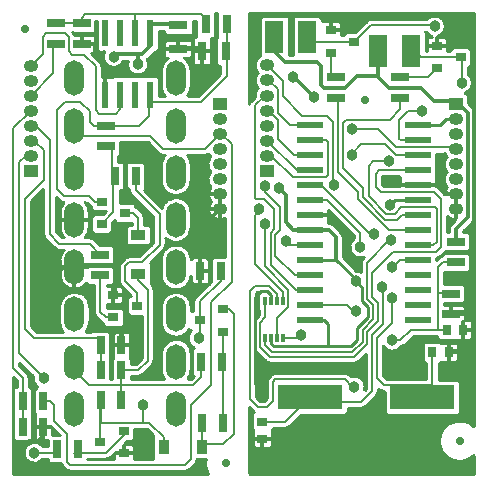
<source format=gbl>
%FSLAX24Y24*%
%MOIN*%
G70*
G01*
G75*
G04 Layer_Physical_Order=2*
G04 Layer_Color=48896*
%ADD10C,0.0098*%
%ADD11C,0.0276*%
%ADD12R,0.0236X0.0886*%
%ADD13R,0.0299X0.0945*%
%ADD14R,0.0315X0.0354*%
%ADD15R,0.0886X0.0236*%
%ADD16R,0.0846X0.0335*%
%ADD17C,0.0335*%
%ADD18R,0.0335X0.0846*%
%ADD19R,0.0315X0.0630*%
%ADD20R,0.0394X0.0276*%
%ADD21R,0.0236X0.0197*%
%ADD22R,0.0197X0.0236*%
%ADD23R,0.0276X0.0394*%
%ADD24R,0.0354X0.0315*%
%ADD25R,0.0906X0.0906*%
%ADD26R,0.0492X0.0433*%
%ADD27R,0.0354X0.0315*%
%ADD28R,0.0591X0.0295*%
%ADD29R,0.0295X0.0591*%
%ADD30C,0.0079*%
%ADD31C,0.0118*%
%ADD32C,0.0138*%
%ADD33C,0.0197*%
%ADD34O,0.0472X0.0394*%
%ADD35R,0.0472X0.0394*%
%ADD36O,0.0669X0.1181*%
%ADD37C,0.0380*%
%ADD38R,0.2165X0.0827*%
%ADD39R,0.0118X0.0295*%
%ADD40R,0.0480X0.0358*%
%ADD41R,0.0358X0.0480*%
%ADD42R,0.0630X0.1063*%
%ADD43R,0.0906X0.0236*%
%ADD44R,0.0630X0.0315*%
D10*
X9272Y1722D02*
G03*
X9418Y1783I0J207D01*
G01*
X9272Y1722D02*
G03*
X9418Y1783I0J207D01*
G01*
X8205Y2281D02*
G03*
X8239Y2254I146J146D01*
G01*
X8205Y2281D02*
G03*
X8239Y2254I146J146D01*
G01*
X8712Y3414D02*
G03*
X8652Y3268I146J-146D01*
G01*
X8712Y3414D02*
G03*
X8652Y3268I146J-146D01*
G01*
X8937Y3553D02*
G03*
X8791Y3493I0J-207D01*
G01*
X8937Y3553D02*
G03*
X8791Y3493I0J-207D01*
G01*
X11811Y2392D02*
G03*
X11957Y2452I0J207D01*
G01*
X11811Y2392D02*
G03*
X11957Y2452I0J207D01*
G01*
X11932Y3110D02*
G03*
X11453Y3446I-357J0D01*
G01*
X11406Y3493D02*
G03*
X11260Y3553I-146J-146D01*
G01*
X11406Y3493D02*
G03*
X11260Y3553I-146J-146D01*
G01*
X12312Y2807D02*
G03*
X12372Y2953I-146J146D01*
G01*
X12312Y2807D02*
G03*
X12372Y2953I-146J146D01*
G01*
X12413Y3003D02*
G03*
X12559Y2943I146J146D01*
G01*
X12413Y3003D02*
G03*
X12559Y2943I146J146D01*
G01*
X11912Y2991D02*
G03*
X11932Y3110I-337J119D01*
G01*
X8121Y12626D02*
G03*
X8071Y12543I146J-146D01*
G01*
X8122Y12626D02*
G03*
X8071Y12543I146J-146D01*
G01*
X8625Y3948D02*
G03*
X8771Y3888I146J146D01*
G01*
X8625Y3948D02*
G03*
X8771Y3888I146J146D01*
G01*
X8357Y13562D02*
G03*
X8358Y13061I265J-250D01*
G01*
D02*
G03*
X8261Y12766I265J-250D01*
G01*
X8415Y14112D02*
G03*
X8357Y13562I207J-300D01*
G01*
X11201Y8081D02*
G03*
X11134Y8241I-226J0D01*
G01*
X11201Y8081D02*
G03*
X11134Y8241I-226J0D01*
G01*
X10883Y8493D02*
G03*
X10722Y8559I-160J-160D01*
G01*
X10883Y8492D02*
G03*
X10722Y8559I-160J-160D01*
G01*
X11575Y3888D02*
G03*
X11721Y3948I0J207D01*
G01*
X11575Y3888D02*
G03*
X11721Y3948I0J207D01*
G01*
X11801Y6919D02*
G03*
X11643Y6970I-187J-304D01*
G01*
X12530Y4460D02*
G03*
X13127Y4440I305J186D01*
G01*
X11862Y7390D02*
G03*
X11801Y7244I146J-146D01*
G01*
X11862Y7390D02*
G03*
X11801Y7244I146J-146D01*
G01*
X11565Y8047D02*
G03*
X11890Y7419I207J-291D01*
G01*
X12126Y15364D02*
G03*
X11980Y15304I0J-207D01*
G01*
X12126Y15364D02*
G03*
X11980Y15304I0J-207D01*
G01*
X13127Y4440D02*
G03*
X13256Y4499I-16J206D01*
G01*
X13127Y4440D02*
G03*
X13256Y4500I-16J206D01*
G01*
X15551Y1787D02*
G03*
X15551Y811I-472J-488D01*
G01*
X14311Y7378D02*
G03*
X14448Y7462I-32J204D01*
G01*
X14382Y9729D02*
G03*
X14293Y9781I-146J-146D01*
G01*
X14382Y9729D02*
G03*
X14293Y9781I-146J-146D01*
G01*
X14498Y7457D02*
G03*
X14391Y7400I39J-203D01*
G01*
X14498Y7457D02*
G03*
X14391Y7400I39J-203D01*
G01*
X14670Y9760D02*
G03*
X14575Y9536I252J-237D01*
G01*
X14656Y10774D02*
G03*
X14656Y10274I265J-250D01*
G01*
X14801Y8536D02*
G03*
X14734Y8376I160J-160D01*
G01*
X14801Y8536D02*
G03*
X14734Y8376I160J-160D01*
G01*
X14656Y10274D02*
G03*
X14670Y9760I265J-250D01*
G01*
X13947Y14932D02*
G03*
X14152Y14775I305J186D01*
G01*
X14588Y10876D02*
G03*
X14656Y10774I333J148D01*
G01*
X14352Y14775D02*
G03*
X14609Y15118I-100J343D01*
G01*
D02*
G03*
X13993Y15364I-357J0D01*
G01*
X14677Y8778D02*
G03*
X14921Y8677I244J245D01*
G01*
X15514Y8610D02*
G03*
X15551Y8658I-160J160D01*
G01*
X15514Y8609D02*
G03*
X15551Y8658I-160J160D01*
G01*
Y12356D02*
G03*
X15514Y12404I-197J-112D01*
G01*
X15551Y12356D02*
G03*
X15514Y12405I-197J-112D01*
G01*
X15266Y12888D02*
G03*
X15515Y13228I-108J341D01*
G01*
D02*
G03*
X15364Y13520I-357J0D01*
G01*
X1197Y1112D02*
G03*
X1197Y699I-291J-207D01*
G01*
X728Y3404D02*
G03*
X668Y3550I-207J0D01*
G01*
X728Y3404D02*
G03*
X668Y3550I-207J0D01*
G01*
X868Y3446D02*
G03*
X1006Y3100I352J-60D01*
G01*
X1742Y5256D02*
G03*
X1861Y4931I502J0D01*
G01*
X1960Y346D02*
G03*
X2106Y285I146J146D01*
G01*
X1960Y346D02*
G03*
X2106Y285I146J146D01*
G01*
X1803Y561D02*
G03*
X1862Y444I205J30D01*
G01*
X1803Y561D02*
G03*
X1862Y444I205J30D01*
G01*
X3307Y699D02*
G03*
X3453Y759I0J207D01*
G01*
X3307Y699D02*
G03*
X3453Y759I0J207D01*
G01*
X2627Y4931D02*
G03*
X2746Y5256I-383J325D01*
G01*
X3141Y5267D02*
G03*
X3199Y5227I146J146D01*
G01*
X3141Y5267D02*
G03*
X3199Y5227I146J146D01*
G01*
X2746Y5768D02*
G03*
X1742Y5768I-502J0D01*
G01*
X2904Y5591D02*
G03*
X2964Y5444I207J0D01*
G01*
X2904Y5591D02*
G03*
X2964Y5444I207J0D01*
G01*
X1211Y8189D02*
G03*
X1271Y8043I207J0D01*
G01*
X1211Y8189D02*
G03*
X1271Y8043I207J0D01*
G01*
X1586Y7728D02*
G03*
X1732Y7667I146J146D01*
G01*
X1586Y7728D02*
G03*
X1732Y7667I146J146D01*
G01*
X1760Y6831D02*
G03*
X2648Y6564I484J0D01*
G01*
X1885Y7667D02*
G03*
X1760Y7343I359J-325D01*
G01*
Y8406D02*
G03*
X1885Y8081I484J0D01*
G01*
X2603D02*
G03*
X2728Y8406I-359J325D01*
G01*
X2892Y8020D02*
G03*
X2746Y8081I-146J-146D01*
G01*
X2892Y8020D02*
G03*
X2746Y8081I-146J-146D01*
G01*
X1885Y9242D02*
G03*
X1760Y8917I359J-325D01*
G01*
X1744Y9303D02*
G03*
X1885Y9242I146J146D01*
G01*
X1744Y9303D02*
G03*
X1885Y9242I146J146D01*
G01*
X2242Y14834D02*
G03*
X2193Y14910I-194J-70D01*
G01*
X2242Y14834D02*
G03*
X2193Y14910I-194J-70D01*
G01*
X2728Y8917D02*
G03*
X2603Y9242I-484J0D01*
G01*
X2767Y9125D02*
G03*
X2805Y9096I146J146D01*
G01*
X2767Y9125D02*
G03*
X2805Y9096I146J146D01*
G01*
X3736Y6613D02*
G03*
X3795Y6468I207J0D01*
G01*
X3736Y6613D02*
G03*
X3795Y6468I207J0D01*
G01*
X3797Y7272D02*
G03*
X3736Y7126I146J-146D01*
G01*
X3797Y7272D02*
G03*
X3736Y7126I146J-146D01*
G01*
X3159Y13780D02*
G03*
X3099Y13926I-207J0D01*
G01*
X3159Y13780D02*
G03*
X3099Y13926I-207J0D01*
G01*
X3237Y14272D02*
G03*
X3880Y13960I316J-167D01*
G01*
X4370Y3455D02*
G03*
X4516Y3515I0J207D01*
G01*
X4370Y3455D02*
G03*
X4516Y3515I0J207D01*
G01*
X4831Y3830D02*
G03*
X4892Y3976I-146J146D01*
G01*
X4831Y3830D02*
G03*
X4892Y3976I-146J146D01*
G01*
X4070Y7459D02*
G03*
X3923Y7399I0J-207D01*
G01*
X4070Y7459D02*
G03*
X3923Y7399I0J-207D01*
G01*
X4892Y6339D02*
G03*
X4831Y6485I-207J0D01*
G01*
X4892Y6339D02*
G03*
X4831Y6485I-207J0D01*
G01*
X5128Y3681D02*
G03*
X5231Y3376I502J0D01*
G01*
X6132Y4193D02*
G03*
X5128Y4193I-502J0D01*
G01*
X5925Y285D02*
G03*
X6071Y346I0J207D01*
G01*
X5925Y285D02*
G03*
X6071Y346I0J207D01*
G01*
X5128Y5256D02*
G03*
X6073Y5020I502J0D01*
G01*
X6132Y5768D02*
G03*
X5128Y5768I-502J0D01*
G01*
X6029Y3376D02*
G03*
X6132Y3681I-399J305D01*
G01*
X6288Y563D02*
G03*
X6348Y695I-146J146D01*
G01*
X6288Y563D02*
G03*
X6348Y695I-146J146D01*
G01*
X6620D02*
G03*
X6704Y197I664J-144D01*
G01*
X6139Y4990D02*
G03*
X6229Y4400I239J-266D01*
G01*
X6271Y6091D02*
G03*
X6211Y5945I146J-146D01*
G01*
X6271Y6091D02*
G03*
X6211Y5945I146J-146D01*
G01*
X5128Y6831D02*
G03*
X6130Y6791I502J0D01*
G01*
Y7382D02*
G03*
X5128Y7343I-500J-40D01*
G01*
X5225Y7688D02*
G03*
X5285Y7835I-146J146D01*
G01*
X5225Y7689D02*
G03*
X5285Y7835I-146J146D01*
G01*
X6132Y7343D02*
G03*
X6130Y7382I-502J0D01*
G01*
X4356Y9044D02*
G03*
X4281Y9092I-146J-146D01*
G01*
X4356Y9044D02*
G03*
X4281Y9092I-146J-146D01*
G01*
X4577Y8737D02*
G03*
X4516Y8884I-207J0D01*
G01*
X4577Y8737D02*
G03*
X4516Y8883I-207J0D01*
G01*
X4075Y9656D02*
G03*
X4135Y9509I207J0D01*
G01*
X4075Y9656D02*
G03*
X4135Y9509I207J0D01*
G01*
X5247Y10817D02*
G03*
X5128Y10492I383J-325D01*
G01*
X4021Y13960D02*
G03*
X4718Y13848I340J-111D01*
G01*
D02*
G03*
X4672Y14023I-357J0D01*
G01*
X5051Y10877D02*
G03*
X5197Y10817I146J146D01*
G01*
X5051Y10877D02*
G03*
X5197Y10817I146J146D01*
G01*
X5128Y13130D02*
G03*
X5247Y12805I502J0D01*
G01*
X5358Y14063D02*
G03*
X5128Y13642I272J-422D01*
G01*
X5285Y8040D02*
G03*
X6132Y8406I344J365D01*
G01*
Y8917D02*
G03*
X5154Y9076I-502J0D01*
G01*
X5128Y9980D02*
G03*
X6132Y9980I502J0D01*
G01*
Y10492D02*
G03*
X6013Y10817I-502J0D01*
G01*
X6013Y12805D02*
G03*
X6132Y13130I-383J325D01*
G01*
X7126Y8678D02*
G03*
X7274Y8711I0J346D01*
G01*
X6808Y9274D02*
G03*
X7047Y8678I240J-250D01*
G01*
X6782Y10274D02*
G03*
X6795Y9761I265J-250D01*
G01*
D02*
G03*
X6808Y9274I252J-237D01*
G01*
X6782Y10774D02*
G03*
X6782Y10274I265J-250D01*
G01*
X6587Y10817D02*
G03*
X6719Y10865I0J207D01*
G01*
D02*
G03*
X6782Y10774I328J158D01*
G01*
X6587Y10817D02*
G03*
X6719Y10865I0J207D01*
G01*
X6132Y13642D02*
G03*
X5902Y14063I-502J0D01*
G01*
X8258Y3199D02*
Y6093D01*
Y3199D02*
X8504Y2953D01*
X8799Y4539D02*
X8890Y4449D01*
X8799Y4539D02*
Y4744D01*
X8258Y6093D02*
X8465Y6299D01*
X8890Y4449D02*
X11456D01*
X11673Y4666D02*
Y5072D01*
X11456Y4449D02*
X11673Y4666D01*
X11831Y5964D02*
X12028Y5767D01*
X11614Y6614D02*
X11831Y6398D01*
Y5964D02*
Y6398D01*
X12028Y5427D02*
Y5767D01*
X11673Y5072D02*
X12028Y5427D01*
X11614Y6614D02*
X11693D01*
X10089Y7333D02*
X10974D01*
X8465Y6299D02*
X8661D01*
X8799Y4744D02*
X8799Y4744D01*
X8661Y6299D02*
X8799Y6161D01*
Y5965D02*
Y6161D01*
X10709Y4488D02*
Y5197D01*
X10573Y5333D02*
X10709Y5197D01*
X10089Y5333D02*
X10573D01*
X13691Y11833D02*
X14431D01*
X14622Y12024D01*
X14961D01*
X3819Y4921D02*
X3937Y5039D01*
X3819Y4498D02*
Y4921D01*
X10974Y7333D02*
X11693Y6614D01*
X13689Y9331D02*
X13691Y9333D01*
X12913Y9331D02*
X13689D01*
X12756Y9173D02*
X12913Y9331D01*
X8071Y413D02*
X8287Y197D01*
X8071Y468D02*
X8342Y197D01*
X8071Y524D02*
X8398Y197D01*
X8071Y580D02*
X8454Y197D01*
X8071Y236D02*
X8110Y197D01*
X8071Y246D02*
X8120Y197D01*
X8071Y301D02*
X8175Y197D01*
X8071Y357D02*
X8231Y197D01*
X8071Y1000D02*
X8178Y1107D01*
X8071Y888D02*
X8254Y1071D01*
X8071Y1192D02*
X8178Y1085D01*
X8071Y1055D02*
X8178Y1162D01*
X8071Y777D02*
X8365Y1071D01*
X8071Y721D02*
X8421Y1071D01*
X8071Y944D02*
X8198Y1071D01*
X8071Y833D02*
X8309Y1071D01*
X8071Y858D02*
X8732Y197D01*
X8071Y914D02*
X8788Y197D01*
X8071Y969D02*
X8843Y197D01*
X8071Y1025D02*
X8899Y197D01*
X8071Y635D02*
X8509Y197D01*
X8071Y691D02*
X8565Y197D01*
X8071Y747D02*
X8621Y197D01*
X8071Y802D02*
X8676Y197D01*
X8071Y1081D02*
X8955Y197D01*
X8071Y1136D02*
X9010Y197D01*
X8071Y499D02*
X8643Y1071D01*
X8071Y443D02*
X8699Y1071D01*
X8071Y387D02*
X8755Y1071D01*
X8071Y332D02*
X8810Y1071D01*
X8071Y666D02*
X8476Y1071D01*
X8071Y554D02*
X8588Y1071D01*
X8071Y610D02*
X8532Y1071D01*
X8071Y1805D02*
X8159Y1716D01*
X8071Y1668D02*
X8159Y1757D01*
X8071Y1860D02*
X8159Y1772D01*
X8071Y1724D02*
X8159Y1812D01*
X8071Y1693D02*
X8159Y1605D01*
X8071Y1557D02*
X8159Y1645D01*
X8071Y1749D02*
X8159Y1660D01*
X8071Y1612D02*
X8159Y1701D01*
X8071Y2002D02*
X8159Y2091D01*
X8071Y2083D02*
X8159Y1994D01*
X8071Y2058D02*
X8159Y2146D01*
X8071Y2139D02*
X8159Y2050D01*
X8071Y1916D02*
X8159Y1827D01*
X8071Y1779D02*
X8159Y1868D01*
X8071Y2027D02*
X8159Y1939D01*
X8071Y1835D02*
X8159Y1924D01*
X8071Y1891D02*
X8159Y1979D01*
X8071Y1359D02*
X8178Y1252D01*
X8071Y1223D02*
X8178Y1329D01*
X8071Y1415D02*
X8178Y1308D01*
X8071Y1278D02*
X8178Y1385D01*
X8071Y1248D02*
X8178Y1141D01*
X8071Y1111D02*
X8178Y1218D01*
X8071Y1303D02*
X8178Y1197D01*
X8071Y1167D02*
X8178Y1274D01*
X8071Y1501D02*
X8174Y1604D01*
X8071Y1582D02*
X8178Y1475D01*
X8071Y1972D02*
X8159Y1883D01*
X8071Y1637D02*
X8178Y1531D01*
X8071Y1470D02*
X8178Y1364D01*
X8071Y1334D02*
X8178Y1441D01*
X8071Y1445D02*
X8178Y1552D01*
X8071Y1390D02*
X8178Y1496D01*
X8071Y1526D02*
X8178Y1419D01*
X8303Y1071D02*
X9177Y197D01*
X8359Y1071D02*
X9233Y197D01*
X8192Y1071D02*
X9066Y197D01*
X8247Y1071D02*
X9122Y197D01*
X8526Y1071D02*
X9400Y197D01*
X8581Y1071D02*
X9456Y197D01*
X8414Y1071D02*
X9289Y197D01*
X8470Y1071D02*
X9344Y197D01*
X8748Y1071D02*
X9623Y197D01*
X8804Y1071D02*
X9679Y197D01*
X8637Y1071D02*
X9512Y197D01*
X8693Y1071D02*
X9567Y197D01*
X8830Y1156D02*
X9790Y197D01*
X8830Y1212D02*
X9846Y197D01*
X8830Y1323D02*
X9957Y197D01*
X8830Y1435D02*
X10068Y197D01*
X8848Y1639D02*
X10291Y197D01*
X8848Y1695D02*
X10347Y197D01*
X8830Y1546D02*
X10180Y197D01*
X8830Y1602D02*
X10235Y197D01*
X8988Y1722D02*
X10514Y197D01*
X9044Y1722D02*
X10569Y197D01*
X8877Y1722D02*
X10402Y197D01*
X8932Y1722D02*
X10458Y197D01*
X8270D02*
X10248Y2175D01*
X8326Y197D02*
X10304Y2175D01*
X8159Y197D02*
X10137Y2175D01*
X8214Y197D02*
X10193Y2175D01*
X8548Y197D02*
X10527Y2175D01*
X8604Y197D02*
X10583Y2175D01*
X8381Y197D02*
X10360Y2175D01*
X8493Y197D02*
X10471Y2175D01*
X8437Y197D02*
X10415Y2175D01*
X8178Y1071D02*
Y1604D01*
Y1141D02*
X8247Y1071D01*
X8178D02*
X8830D01*
X8755D02*
X8830Y1147D01*
Y1071D02*
Y1604D01*
Y1481D02*
X9072Y1722D01*
X8830Y1425D02*
X9128Y1722D01*
X8071Y1946D02*
X8159Y2035D01*
X8178Y1604D02*
Y1685D01*
X8830Y1604D02*
Y1685D01*
Y1537D02*
X9016Y1722D01*
X8848Y1604D02*
Y1722D01*
Y1610D02*
X8961Y1722D01*
X8848Y1666D02*
X8905Y1722D01*
X8830Y1268D02*
X9901Y197D01*
X8830Y1491D02*
X10124Y197D01*
X8830Y1314D02*
X9239Y1722D01*
X8830Y1379D02*
X10013Y197D01*
X8830Y1101D02*
X9734Y197D01*
X9099Y1722D02*
X10625Y197D01*
X8830Y1370D02*
X9183Y1722D01*
X8848D02*
X9272D01*
X8107Y200D02*
X10081Y2175D01*
X8107Y200D02*
X10081Y2175D01*
X8830Y1202D02*
X9383Y1755D01*
X8830Y1147D02*
X9859Y2175D01*
X8830Y1258D02*
X9296Y1724D01*
X8830Y1091D02*
X9914Y2175D01*
X9418Y1783D02*
X9810Y2175D01*
X8071Y2194D02*
X8159Y2106D01*
Y1604D02*
Y2254D01*
X8071Y2250D02*
X8159Y2161D01*
X8071Y2113D02*
X8159Y2202D01*
X8211Y2254D01*
X8159D02*
X8239D01*
X8071Y236D02*
Y2415D01*
Y2361D02*
X8178Y2254D01*
X8071Y2336D02*
X8111Y2376D01*
X8071Y2415D02*
X8205Y2281D01*
X8071Y2306D02*
X8159Y2217D01*
X8071Y2169D02*
X8194Y2292D01*
X8071Y2280D02*
X8138Y2348D01*
X8071Y2225D02*
X8166Y2320D01*
X8071Y276D02*
X9970Y2175D01*
X8079Y228D02*
X10026Y2175D01*
X8297Y2774D02*
X8437Y2634D01*
X8297Y2803D02*
X8466Y2634D01*
X8297Y2859D02*
X8522Y2634D01*
X8297Y2914D02*
X8574Y2637D01*
X8297Y2970D02*
X8602Y2665D01*
X8297Y3026D02*
X8630Y2693D01*
X8297Y3137D02*
X8652Y2783D01*
X8297Y3081D02*
X8652Y2727D01*
X8297Y3193D02*
X8652Y2838D01*
X8297Y2785D02*
X8652Y3140D01*
X8319Y2752D02*
X8652Y3084D01*
X8347Y2724D02*
X8652Y3028D01*
X8297Y2774D02*
Y4276D01*
Y2841D02*
X8652Y3195D01*
X8297Y3248D02*
X8652Y2894D01*
X8297Y3471D02*
X8652Y3117D01*
X8297Y3416D02*
X8652Y3061D01*
X8297Y3583D02*
X8652Y3228D01*
X8297Y3527D02*
X8652Y3173D01*
X8297Y3304D02*
X8652Y2950D01*
X8297Y2897D02*
X8652Y3251D01*
X8297Y3360D02*
X8652Y3006D01*
X8297Y2952D02*
X8656Y3311D01*
X8297Y3620D02*
X8625Y3948D01*
X8297Y3565D02*
X8656Y3923D01*
X8297Y3732D02*
X8569Y4004D01*
X8297Y3676D02*
X8597Y3976D01*
X8297Y3638D02*
X8652Y3283D01*
X8297Y3694D02*
X8661Y3330D01*
X8297Y3750D02*
X8678Y3369D01*
X8297Y3805D02*
X8701Y3402D01*
X8297Y3509D02*
X8692Y3904D01*
X8297Y3064D02*
X9121Y3888D01*
X8297Y3008D02*
X9177Y3888D01*
X8297Y3286D02*
X8899Y3888D01*
X8297Y3119D02*
X9066Y3888D01*
X8297Y3342D02*
X8843Y3888D01*
X8297Y3231D02*
X8954Y3888D01*
X8297Y3861D02*
X8728Y3430D01*
X8297Y3398D02*
X8787Y3888D01*
X8297Y4084D02*
X8848Y3533D01*
X8297Y4139D02*
X8889Y3548D01*
X8297Y4195D02*
X8939Y3553D01*
X8297Y4251D02*
X8995Y3553D01*
X8297Y3453D02*
X8735Y3891D01*
X8297Y3175D02*
X9010Y3888D01*
X8297Y3917D02*
X8756Y3458D01*
X8297Y3972D02*
X8784Y3486D01*
X8297Y4028D02*
X8813Y3512D01*
X8437Y2634D02*
X8571D01*
X8431Y2640D02*
X8652Y2861D01*
X8375Y2696D02*
X8652Y2972D01*
X8403Y2668D02*
X8652Y2917D01*
X8480Y2634D02*
X8652Y2805D01*
X8536Y2634D02*
X8652Y2750D01*
Y2715D02*
Y3268D01*
X8571Y2634D02*
X8652Y2715D01*
X8712Y3414D02*
X8791Y3493D01*
X8705Y3899D02*
X9050Y3553D01*
X8772Y3888D02*
X9106Y3553D01*
X8883Y3888D02*
X9218Y3553D01*
X8827Y3888D02*
X9162Y3553D01*
X9217Y3888D02*
X9552Y3553D01*
X9232D02*
X9567Y3888D01*
X9161D02*
X9496Y3553D01*
X9177D02*
X9511Y3888D01*
X9328D02*
X9663Y3553D01*
X9344D02*
X9678Y3888D01*
X9273D02*
X9607Y3553D01*
X9288D02*
X9623Y3888D01*
X8894Y3549D02*
X9233Y3888D01*
X8939D02*
X9273Y3553D01*
X8954D02*
X9288Y3888D01*
X8994D02*
X9329Y3553D01*
X9106Y3888D02*
X9440Y3553D01*
X9121D02*
X9456Y3888D01*
X9010Y3553D02*
X9344Y3888D01*
X9065Y3553D02*
X9400Y3888D01*
X9050D02*
X9385Y3553D01*
X9678D02*
X10012Y3888D01*
X9718D02*
X10053Y3553D01*
X9622D02*
X9957Y3888D01*
X9662D02*
X9997Y3553D01*
X9789D02*
X10124Y3888D01*
X9829D02*
X10164Y3553D01*
X9733D02*
X10068Y3888D01*
X9774D02*
X10108Y3553D01*
X9440Y3888D02*
X9774Y3553D01*
X9455D02*
X9790Y3888D01*
X9384D02*
X9719Y3553D01*
X9399D02*
X9734Y3888D01*
X9566Y3553D02*
X9901Y3888D01*
X9607D02*
X9941Y3553D01*
X9495Y3888D02*
X9830Y3553D01*
X9551Y3888D02*
X9886Y3553D01*
X9511D02*
X9845Y3888D01*
X10163D02*
X10498Y3553D01*
X10179D02*
X10513Y3888D01*
X10108D02*
X10442Y3553D01*
X10123D02*
X10458Y3888D01*
X10275D02*
X10609Y3553D01*
X10290D02*
X10625Y3888D01*
X10219D02*
X10554Y3553D01*
X10234D02*
X10569Y3888D01*
X9900Y3553D02*
X10235Y3888D01*
X9941D02*
X10275Y3553D01*
X9845D02*
X10179Y3888D01*
X9885D02*
X10220Y3553D01*
X10052Y3888D02*
X10387Y3553D01*
X10067D02*
X10402Y3888D01*
X9956Y3553D02*
X10291Y3888D01*
X10012Y3553D02*
X10346Y3888D01*
X9996D02*
X10331Y3553D01*
X9267Y1722D02*
X10792Y197D01*
X9317Y1728D02*
X10848Y197D01*
X9155Y1722D02*
X10681Y197D01*
X9211Y1722D02*
X10736Y197D01*
X9423Y1788D02*
X11015Y197D01*
X9451Y1816D02*
X11070Y197D01*
X9359Y1742D02*
X10903Y197D01*
X9394Y1762D02*
X10959Y197D01*
X8771D02*
X10750Y2175D01*
X8827Y197D02*
X10805Y2175D01*
X8660Y197D02*
X10638Y2175D01*
X8716Y197D02*
X10694Y2175D01*
X8994Y197D02*
X10972Y2175D01*
X9050Y197D02*
X11028Y2175D01*
X8883Y197D02*
X10861Y2175D01*
X8938Y197D02*
X10917Y2175D01*
X9479Y1844D02*
X11126Y197D01*
X9507Y1872D02*
X11182Y197D01*
X9161D02*
X11139Y2175D01*
X8110Y197D02*
X15551D01*
X9590Y1955D02*
X11349Y197D01*
X9618Y1983D02*
X11405Y197D01*
X9535Y1900D02*
X11238Y197D01*
X9562Y1928D02*
X11293Y197D01*
X9272D02*
X11251Y2175D01*
X9328Y197D02*
X11306Y2175D01*
X9105Y197D02*
X11084Y2175D01*
X9217Y197D02*
X11195Y2175D01*
X9551Y197D02*
X11746Y2392D01*
X9606Y197D02*
X11801Y2392D01*
X9384Y197D02*
X11579Y2392D01*
X9495Y197D02*
X11690Y2392D01*
X9439Y197D02*
X11634Y2392D01*
X9702Y2067D02*
X11572Y197D01*
X9729Y2095D02*
X11627Y197D01*
X9646Y2011D02*
X11460Y197D01*
X9674Y2039D02*
X11516Y197D01*
X9757Y2122D02*
X11683Y197D01*
X9785Y2150D02*
X11739Y197D01*
X9810Y2175D02*
X11348D01*
X9816D02*
X11794Y197D01*
X9927Y2175D02*
X11906Y197D01*
X9983Y2175D02*
X11961Y197D01*
X9872Y2175D02*
X11850Y197D01*
X9662D02*
X11864Y2399D01*
X10206Y2175D02*
X12184Y197D01*
X10261Y2175D02*
X12240Y197D01*
X10039Y2175D02*
X12017Y197D01*
X10150Y2175D02*
X12128Y197D01*
X10094Y2175D02*
X12073Y197D01*
X10428Y2175D02*
X12407Y197D01*
X10484Y2175D02*
X12462Y197D01*
X10317Y2175D02*
X12295Y197D01*
X10373Y2175D02*
X12351Y197D01*
X10707Y2175D02*
X12685Y197D01*
X10720D02*
X12698Y2175D01*
X10540D02*
X12518Y197D01*
X10595Y2175D02*
X12574Y197D01*
X10442D02*
X12589Y2344D01*
X10497Y197D02*
X12589Y2288D01*
X10330Y197D02*
X12589Y2455D01*
X10386Y197D02*
X12589Y2400D01*
X10664Y197D02*
X12643Y2175D01*
X10762D02*
X12741Y197D01*
X10553D02*
X12589Y2233D01*
X10651Y2175D02*
X12629Y197D01*
X10609D02*
X12589Y2177D01*
X11097Y2175D02*
X13075Y197D01*
X11110D02*
X13088Y2175D01*
X11041D02*
X13019Y197D01*
X11054D02*
X13032Y2175D01*
X11208D02*
X13186Y197D01*
X11221D02*
X13199Y2175D01*
X11152D02*
X13131Y197D01*
X11165D02*
X13144Y2175D01*
X10831Y197D02*
X12810Y2175D01*
X10874D02*
X12852Y197D01*
X10776D02*
X12754Y2175D01*
X10818D02*
X12797Y197D01*
X10985Y2175D02*
X12964Y197D01*
X10998D02*
X12977Y2175D01*
X10887Y197D02*
X12865Y2175D01*
X10943Y197D02*
X12921Y2175D01*
X10930D02*
X12908Y197D01*
X11332D02*
X13311Y2175D01*
X11388Y197D02*
X13366Y2175D01*
X11264D02*
X13242Y197D01*
X11319Y2175D02*
X13298Y197D01*
X11945D02*
X13923Y2175D01*
X12001Y197D02*
X13979Y2175D01*
X11444Y197D02*
X13422Y2175D01*
X11499Y197D02*
X13478Y2175D01*
X11348Y2202D02*
X13353Y197D01*
X11348Y2257D02*
X13409Y197D01*
X11277D02*
X13255Y2175D01*
X11348Y2313D02*
X13465Y197D01*
X11492Y2392D02*
X13687Y197D01*
X11945Y2441D02*
X14188Y197D01*
X11348Y2369D02*
X13520Y197D01*
X11437Y2392D02*
X13632Y197D01*
X11381Y2392D02*
X13576Y197D01*
X11555D02*
X13533Y2175D01*
X11611Y197D02*
X13589Y2175D01*
X11251D02*
X11348Y2273D01*
X11306Y2175D02*
X11348Y2217D01*
X11778Y197D02*
X13756Y2175D01*
X11833Y197D02*
X13812Y2175D01*
X11666Y197D02*
X13645Y2175D01*
X11722Y197D02*
X13700Y2175D01*
X11348D02*
Y2392D01*
Y2217D02*
X11523Y2392D01*
X11348Y2329D02*
X11412Y2392D01*
X11348D02*
X11811D01*
X11548D02*
X13743Y197D01*
X11604Y2392D02*
X13799Y197D01*
X11348Y2273D02*
X11467Y2392D01*
X12112Y197D02*
X14090Y2175D01*
X12168Y197D02*
X14146Y2175D01*
X11889Y197D02*
X13868Y2175D01*
X12056Y197D02*
X14035Y2175D01*
X12446Y197D02*
X14424Y2175D01*
X12502Y197D02*
X14480Y2175D01*
X12223Y197D02*
X14202Y2175D01*
X12390Y197D02*
X14369Y2175D01*
X11771Y2392D02*
X13966Y197D01*
X11826Y2392D02*
X14021Y197D01*
X11660Y2392D02*
X13854Y197D01*
X11715Y2392D02*
X13910Y197D01*
X12279D02*
X14257Y2175D01*
X12335Y197D02*
X14313Y2175D01*
X11873Y2401D02*
X14077Y197D01*
X11912Y2418D02*
X14133Y197D01*
X11973Y2468D02*
X14244Y197D01*
X11054Y3888D02*
X11486Y3456D01*
X11221Y3888D02*
X11650Y3460D01*
X11110Y3888D02*
X11533Y3465D01*
X11166Y3888D02*
X11586Y3467D01*
X11406Y3493D02*
X11453Y3446D01*
X11388Y3888D02*
X11959Y3318D01*
X11333Y3888D02*
X11959Y3262D01*
X11277Y3888D02*
X11735Y3429D01*
X11371Y3521D02*
X11959Y4108D01*
X11500Y3888D02*
X11959Y3429D01*
X11444Y3888D02*
X11959Y3373D01*
X11402Y3496D02*
X11959Y4052D01*
X11430Y3468D02*
X11959Y3997D01*
X9996Y197D02*
X12589Y2789D01*
X10052Y197D02*
X12589Y2734D01*
X9885Y197D02*
X12589Y2901D01*
X9940Y197D02*
X12589Y2845D01*
X10219Y197D02*
X12589Y2567D01*
X10275Y197D02*
X12589Y2511D01*
X10107Y197D02*
X12589Y2678D01*
X10163Y197D02*
X12589Y2622D01*
X9718Y197D02*
X12480Y2959D01*
X9773Y197D02*
X12523Y2946D01*
X11402Y3496D02*
X11959Y4052D01*
X9829Y197D02*
X12575Y2943D01*
X11645Y3461D02*
X11959Y3774D01*
X11469Y3452D02*
X11959Y3941D01*
X11555Y3888D02*
X11959Y3485D01*
X11596Y3467D02*
X11959Y3830D01*
X11539Y3466D02*
X11959Y3885D01*
X10624Y3553D02*
X10959Y3888D01*
X10665D02*
X10999Y3553D01*
X10569D02*
X10903Y3888D01*
X10609D02*
X10944Y3553D01*
X10736D02*
X11070Y3888D01*
X10776D02*
X11111Y3553D01*
X10680D02*
X11015Y3888D01*
X10720D02*
X11055Y3553D01*
X10386Y3888D02*
X10721Y3553D01*
X10401D02*
X10736Y3888D01*
X10330D02*
X10665Y3553D01*
X10346D02*
X10680Y3888D01*
X10513Y3553D02*
X10847Y3888D01*
X10553D02*
X10888Y3553D01*
X10442Y3888D02*
X10776Y3553D01*
X10498Y3888D02*
X10832Y3553D01*
X10457D02*
X10792Y3888D01*
X10832D02*
X11166Y3553D01*
X10847D02*
X11182Y3888D01*
X10791Y3553D02*
X11126Y3888D01*
X8937Y3553D02*
X11260D01*
X10887Y3888D02*
X11222Y3553D01*
X10943Y3888D02*
X11278Y3552D01*
X10903Y3553D02*
X11237Y3888D01*
X10958Y3553D02*
X11293Y3888D01*
X11014Y3553D02*
X11349Y3888D01*
X10999D02*
X11358Y3528D01*
X11070Y3553D02*
X11404Y3888D01*
X11125Y3553D02*
X11460Y3888D01*
X11608Y3891D02*
X11959Y3540D01*
X11334Y3539D02*
X11959Y4164D01*
X11181Y3553D02*
X11516Y3888D01*
X11237Y3553D02*
X11571Y3888D01*
X11290Y3551D02*
X11636Y3897D01*
X11957Y2452D02*
X12311Y2807D01*
X12251Y2746D02*
X12589Y2409D01*
X12365Y2900D02*
X12443Y2978D01*
X12372Y2963D02*
X12413Y3003D01*
X11912Y2991D02*
X11959Y3038D01*
X11930Y3068D02*
X11959Y3039D01*
X11917Y3009D02*
X11959Y3050D01*
X12372Y2953D02*
Y3044D01*
X12413Y3004D01*
X11932Y3122D02*
X11959Y3095D01*
X11931Y3078D02*
X11959Y3106D01*
Y3038D02*
Y4186D01*
X12056Y2552D02*
X14411Y197D01*
X12084Y2579D02*
X14467Y197D01*
X12001Y2496D02*
X14300Y197D01*
X12029Y2524D02*
X14355Y197D01*
X12140Y2635D02*
X12589Y2186D01*
X12112Y2607D02*
X14523Y197D01*
X12196Y2691D02*
X12589Y2298D01*
X12168Y2663D02*
X12589Y2242D01*
X12279Y2774D02*
X12589Y2465D01*
X12224Y2719D02*
X12589Y2354D01*
X12333Y2832D02*
X12589Y2576D01*
X12307Y2802D02*
X12589Y2521D01*
X12367Y2909D02*
X12589Y2688D01*
X12353Y2867D02*
X12589Y2632D01*
X12488Y2956D02*
X12589Y2855D01*
X12372Y2960D02*
X12589Y2743D01*
X12372Y3015D02*
X12589Y2799D01*
X11896Y3266D02*
X11959Y3329D01*
X11894Y3271D02*
X11959Y3206D01*
X11853Y3334D02*
X11959Y3440D01*
X11876Y3302D02*
X11959Y3384D01*
X11924Y3185D02*
X11959Y3150D01*
X11931Y3134D02*
X11959Y3162D01*
X11913Y3227D02*
X11959Y3273D01*
X11925Y3183D02*
X11959Y3217D01*
X11652Y3903D02*
X11959Y3596D01*
X11689Y3449D02*
X11959Y3718D01*
X11719Y3947D02*
X11959Y3707D01*
X11688Y3922D02*
X11959Y3652D01*
X11797Y3390D02*
X11959Y3551D01*
X11827Y3364D02*
X11959Y3496D01*
X11765Y3413D02*
X11959Y3607D01*
X11729Y3433D02*
X11959Y3663D01*
X12530Y3471D02*
Y4460D01*
Y4027D02*
X13200Y3356D01*
X12530Y4083D02*
X13256Y3356D01*
X12530Y4139D02*
X13312Y3356D01*
X12530Y4194D02*
X13367Y3356D01*
X12530Y3471D02*
X12645Y3356D01*
X12530Y3860D02*
X13033Y3356D01*
X12530Y3916D02*
X13089Y3356D01*
X12530Y3972D02*
X13145Y3356D01*
X12530Y3621D02*
X13702Y4793D01*
X12530Y3510D02*
X13813Y4793D01*
X12530Y3732D02*
X13590Y4793D01*
X12530Y3677D02*
X13646Y4793D01*
X12530Y4250D02*
X13423Y3356D01*
X12530Y4306D02*
X13479Y3356D01*
X12530Y4361D02*
X13534Y3356D01*
X12530Y4417D02*
X13590Y3356D01*
X12530Y3565D02*
X13757Y4793D01*
X8071Y12637D02*
X8258Y12824D01*
X8071Y12581D02*
X8260Y12770D01*
X8071Y12773D02*
X8170Y12674D01*
X8071Y12829D02*
X8197Y12702D01*
X8071Y12662D02*
X8114Y12619D01*
X8071Y12717D02*
X8142Y12647D01*
X8071Y13138D02*
X8258Y13325D01*
X8071Y13082D02*
X8260Y13271D01*
X8071Y13497D02*
X8258Y13310D01*
X8071Y13441D02*
X8263Y13249D01*
X8071Y12884D02*
X8225Y12730D01*
X8071Y12940D02*
X8253Y12758D01*
X8071Y12996D02*
X8258Y12809D01*
X8071Y13051D02*
X8261Y12861D01*
X8071Y12915D02*
X8299Y13143D01*
X8071Y12859D02*
X8320Y13108D01*
X8071Y12971D02*
X8282Y13182D01*
X8071Y13163D02*
X8285Y12949D01*
X8071Y12692D02*
X8266Y12887D01*
X8071Y12748D02*
X8296Y12973D01*
X8071Y13107D02*
X8271Y12907D01*
X8071Y12804D02*
X8344Y13077D01*
X8071Y13193D02*
X8266Y13388D01*
X8071Y13249D02*
X8296Y13474D01*
X8071Y13360D02*
X8319Y13609D01*
X8071Y13305D02*
X8343Y13577D01*
X8071Y13218D02*
X8303Y12986D01*
X8071Y13274D02*
X8324Y13021D01*
X8071Y13026D02*
X8269Y13224D01*
X8071Y13330D02*
X8349Y13052D01*
X8071Y13385D02*
X8287Y13170D01*
X8071Y13472D02*
X8282Y13682D01*
X8071Y13720D02*
X8303Y13487D01*
X8071Y13583D02*
X8260Y13772D01*
X8071Y13527D02*
X8268Y13725D01*
X8071Y13553D02*
X8261Y13362D01*
X8071Y13608D02*
X8271Y13408D01*
X8071Y13664D02*
X8285Y13450D01*
X8071Y13416D02*
X8299Y13644D01*
X8071Y13998D02*
X8258Y13811D01*
X8071Y14054D02*
X8261Y13863D01*
X8071Y14109D02*
X8271Y13909D01*
X8071Y14165D02*
X8285Y13951D01*
X8071Y13639D02*
X8258Y13826D01*
X8071Y13887D02*
X8286Y13672D01*
X8071Y13942D02*
X8263Y13750D01*
X8071Y13694D02*
X8266Y13890D01*
X8071Y13750D02*
X8297Y13976D01*
X8071Y13973D02*
X8415Y14317D01*
X8071Y13917D02*
X8415Y14262D01*
X8071Y14221D02*
X8303Y13988D01*
X8071Y14276D02*
X8325Y14022D01*
X8071Y13775D02*
X8324Y13522D01*
X8071Y13831D02*
X8349Y13553D01*
X8071Y13861D02*
X8415Y14206D01*
X8071Y13806D02*
X8415Y14150D01*
X8071Y14499D02*
X8415Y14155D01*
X8071Y14140D02*
X8415Y14484D01*
X8071Y14555D02*
X8415Y14210D01*
X8071Y14196D02*
X8415Y14540D01*
X8071Y14332D02*
X8350Y14053D01*
X8071Y14028D02*
X8415Y14373D01*
X8071Y14388D02*
X8377Y14081D01*
X8071Y14084D02*
X8415Y14429D01*
X8071Y14443D02*
X8408Y14106D01*
X8297Y5531D02*
X8363Y5466D01*
X8297Y5569D02*
X8378Y5650D01*
X8297Y5754D02*
X8376Y5675D01*
X8297Y5625D02*
X8376Y5703D01*
X8297Y4177D02*
X8347Y4226D01*
X8297Y4121D02*
X8374Y4199D01*
X8297Y4233D02*
X8319Y4254D01*
X8297Y5476D02*
X8335Y5438D01*
X8297Y5810D02*
X8376Y5731D01*
X8297Y5680D02*
X8376Y5759D01*
X8297Y5865D02*
X8376Y5787D01*
X8297Y5736D02*
X8376Y5815D01*
X8297Y5401D02*
Y6214D01*
X8376Y5650D02*
Y6260D01*
X8297Y5847D02*
X8376Y5926D01*
X8297Y5792D02*
X8376Y5871D01*
X8297Y5921D02*
X8376Y5842D01*
X8297Y3954D02*
X8458Y4115D01*
X8297Y3899D02*
X8486Y4087D01*
X8297Y4066D02*
X8402Y4171D01*
X8297Y4010D02*
X8430Y4143D01*
X8297Y3843D02*
X8514Y4059D01*
X8297Y3787D02*
X8541Y4032D01*
X8297Y5401D02*
X8396Y5499D01*
X8297Y4276D02*
X8625Y3948D01*
X8297Y5458D02*
X8396Y5556D01*
X8297Y5402D02*
X8396Y5500D01*
X8297Y5587D02*
X8390Y5494D01*
X8396Y5499D02*
Y5650D01*
X8297Y5698D02*
X8396Y5600D01*
X8297Y5513D02*
X8396Y5612D01*
X8297Y5643D02*
X8396Y5544D01*
X8297Y6144D02*
X8376Y6065D01*
X8297Y6088D02*
X8376Y6009D01*
X8297Y6199D02*
X8376Y6121D01*
X8297Y6070D02*
X8376Y6149D01*
X8297Y5903D02*
X8376Y5982D01*
X8297Y5977D02*
X8376Y5898D01*
X8297Y5959D02*
X8376Y6038D01*
X8297Y6032D02*
X8376Y5954D01*
X8122Y12627D02*
X8261Y12766D01*
X8297Y6214D02*
X8343Y6260D01*
X8318Y6235D02*
X8376Y6176D01*
X8297Y6126D02*
X8376Y6205D01*
X8297Y6182D02*
X8376Y6260D01*
X8343D02*
X8376D01*
X8348D02*
X8376Y6232D01*
X8297Y6015D02*
X8376Y6093D01*
X9380Y14304D02*
X9518Y14166D01*
X9380Y14163D02*
X9518D01*
X9431D02*
X9518Y14250D01*
X9486Y14163D02*
X9518Y14195D01*
X9380Y14192D02*
X9409Y14163D01*
X9380Y14248D02*
X9464Y14163D01*
X9380Y14335D02*
X9518Y14473D01*
X9380Y14471D02*
X9518Y14333D01*
X9380Y14391D02*
X9518Y14529D01*
X9380Y14526D02*
X9518Y14388D01*
X9380Y14359D02*
X9518Y14221D01*
X9380Y14168D02*
X9518Y14306D01*
X9380Y14280D02*
X9518Y14417D01*
X9380Y14224D02*
X9518Y14362D01*
X9380Y14415D02*
X9518Y14277D01*
X8071Y14722D02*
X8415Y14377D01*
X8071Y14363D02*
X8415Y14707D01*
X8071Y14777D02*
X8415Y14433D01*
X8071Y14418D02*
X8415Y14763D01*
X8071Y14610D02*
X8415Y14266D01*
X8071Y14251D02*
X8415Y14596D01*
X8071Y14666D02*
X8415Y14322D01*
X8071Y14307D02*
X8415Y14651D01*
X8071Y14833D02*
X8415Y14489D01*
X8071Y14474D02*
X8415Y14818D01*
X8071Y14889D02*
X8415Y14544D01*
X8071Y14530D02*
X8415Y14874D01*
X8071Y12543D02*
Y15551D01*
X8415Y14112D02*
Y15463D01*
X8071Y14944D02*
X8415Y14600D01*
X8071Y14585D02*
X8415Y14930D01*
X8071Y15112D02*
X8415Y14767D01*
X8071Y14752D02*
X8415Y15097D01*
X8071Y15167D02*
X8415Y14823D01*
X8071Y14808D02*
X8415Y15152D01*
X8071Y15000D02*
X8415Y14656D01*
X8071Y14641D02*
X8415Y14985D01*
X8071Y15056D02*
X8415Y14711D01*
X8071Y14697D02*
X8415Y15041D01*
X8071Y15031D02*
X8415Y15375D01*
X8071Y15334D02*
X8415Y14990D01*
X8071Y15086D02*
X8415Y15431D01*
X8071Y15390D02*
X8415Y15045D01*
X8071Y15223D02*
X8415Y14878D01*
X8071Y14864D02*
X8415Y15208D01*
X8071Y14975D02*
X8415Y15319D01*
X8071Y14919D02*
X8415Y15264D01*
X8071Y15279D02*
X8415Y14934D01*
X8071Y15501D02*
X8415Y15157D01*
X8071Y15446D02*
X8415Y15101D01*
X8071Y15476D02*
X8146Y15551D01*
X8071Y15253D02*
X8369Y15551D01*
X8244D02*
X8415Y15379D01*
X8132Y15551D02*
X8415Y15268D01*
X8071Y15420D02*
X8202Y15551D01*
X8415Y15431D02*
X8447Y15463D01*
X8071Y15198D02*
X8424Y15551D01*
X8071Y15142D02*
X8480Y15551D01*
X8071Y15365D02*
X8257Y15551D01*
X8071Y15309D02*
X8313Y15551D01*
X8188D02*
X8415Y15324D01*
X8077Y15551D02*
X8415Y15212D01*
X8299Y15551D02*
X8415Y15435D01*
X8411Y15551D02*
X8499Y15463D01*
X8355Y15551D02*
X8444Y15463D01*
X8415Y15375D02*
X8503Y15463D01*
X8415D02*
X9380D01*
X8447D02*
X8536Y15551D01*
X8466D02*
X8555Y15463D01*
X8578Y15551D02*
X8666Y15463D01*
X8614D02*
X8703Y15551D01*
X8522D02*
X8611Y15463D01*
X8558D02*
X8647Y15551D01*
X8670Y15463D02*
X8758Y15551D01*
X8689D02*
X8778Y15463D01*
X8503D02*
X8591Y15551D01*
X8633D02*
X8722Y15463D01*
X8800Y15551D02*
X8889Y15463D01*
X8837D02*
X8925Y15551D01*
X8726Y15463D02*
X8814Y15551D01*
X8781Y15463D02*
X8870Y15551D01*
X8745D02*
X8833Y15463D01*
X9380Y14558D02*
X9518Y14696D01*
X9380Y14693D02*
X9518Y14556D01*
X9380Y14614D02*
X9518Y14752D01*
X9380Y14749D02*
X9518Y14611D01*
X9380Y14447D02*
X9518Y14584D01*
X9380Y14582D02*
X9518Y14444D01*
X9380Y14502D02*
X9518Y14640D01*
X9380Y14638D02*
X9518Y14500D01*
X9380Y14669D02*
X9518Y14807D01*
X9380Y14805D02*
X9518Y14667D01*
X9380Y14725D02*
X9518Y14863D01*
X9380Y14860D02*
X9518Y14723D01*
X9380Y14163D02*
Y15463D01*
X9518Y14163D02*
Y15463D01*
X9380Y14972D02*
X9518Y14834D01*
X9380Y14916D02*
X9518Y14778D01*
X9380Y14781D02*
X9518Y14919D01*
X9380Y15139D02*
X9518Y15001D01*
X9380Y14948D02*
X9518Y15086D01*
X9380Y15194D02*
X9518Y15057D01*
X9380Y15003D02*
X9518Y15141D01*
X9380Y15027D02*
X9518Y14890D01*
X9380Y14836D02*
X9518Y14974D01*
X9380Y15083D02*
X9518Y14945D01*
X9380Y14892D02*
X9518Y15030D01*
X9380Y15226D02*
X9518Y15364D01*
X9380Y15361D02*
X9518Y15224D01*
X9380Y15282D02*
X9518Y15420D01*
X9380Y15417D02*
X9518Y15279D01*
X9380Y15250D02*
X9518Y15112D01*
X9380Y15059D02*
X9518Y15197D01*
X9380Y15170D02*
X9518Y15308D01*
X9380Y15115D02*
X9518Y15253D01*
X9380Y15306D02*
X9518Y15168D01*
X9171Y15463D02*
X9260Y15551D01*
X9190D02*
X9279Y15463D01*
X9115D02*
X9204Y15551D01*
X9135D02*
X9223Y15463D01*
X9282D02*
X9371Y15551D01*
X9334Y15463D02*
X9380Y15417D01*
X9227Y15463D02*
X9315Y15551D01*
X9246D02*
X9334Y15463D01*
X8912Y15551D02*
X9000Y15463D01*
X8948D02*
X9037Y15551D01*
X8856D02*
X8945Y15463D01*
X8893D02*
X8981Y15551D01*
X9060Y15463D02*
X9148Y15551D01*
X9079D02*
X9167Y15463D01*
X8967Y15551D02*
X9056Y15463D01*
X9023Y15551D02*
X9112Y15463D01*
X9004D02*
X9092Y15551D01*
X9357D02*
X9518Y15391D01*
X9302Y15551D02*
X9518Y15335D01*
X9338Y15463D02*
X9427Y15551D01*
X9380Y15393D02*
X9538Y15551D01*
X9413D02*
X9518Y15446D01*
Y15420D02*
X9561Y15463D01*
X9380Y15449D02*
X9482Y15551D01*
X9469D02*
X9557Y15463D01*
X9380Y15338D02*
X9594Y15551D01*
X9524D02*
X9613Y15463D01*
X9561D02*
X9649Y15551D01*
X9580D02*
X9669Y15463D01*
X9691Y15551D02*
X9780Y15463D01*
X9728D02*
X9816Y15551D01*
X9616Y15463D02*
X9705Y15551D01*
X9672Y15463D02*
X9761Y15551D01*
X9636D02*
X9724Y15463D01*
X11201Y7637D02*
X11433Y7870D01*
X11201Y7861D02*
X11441Y7622D01*
X11201Y7973D02*
X11414Y7759D01*
X11201Y7917D02*
X11419Y7699D01*
X11201Y7470D02*
X11420Y7690D01*
X11201Y7415D02*
X11432Y7646D01*
X11201Y7526D02*
X11415Y7740D01*
X11201Y7582D02*
X11417Y7798D01*
X11190Y8151D02*
X11443Y7897D01*
X10691Y8706D02*
X11462Y7934D01*
X11201Y7413D02*
Y8081D01*
Y8029D02*
X11419Y7811D01*
X11201Y8083D02*
X11407Y8289D01*
X11201Y8084D02*
X11429Y7856D01*
X8771Y3888D02*
X11575D01*
X11201Y7472D02*
X11716Y6957D01*
X11201Y7413D02*
X11643Y6970D01*
X11201Y7416D02*
X11647Y6970D01*
X11201Y7583D02*
X11801Y6983D01*
X11201Y7527D02*
X11801Y6927D01*
X11201Y7694D02*
X11801Y7094D01*
X11201Y7639D02*
X11801Y7038D01*
X10691Y8761D02*
X11484Y7968D01*
X10691Y8817D02*
X11509Y7998D01*
X10691Y8873D02*
X11538Y8026D01*
X10691Y8928D02*
X11565Y8054D01*
X11201Y7806D02*
X11801Y7205D01*
X11201Y7750D02*
X11801Y7150D01*
X11201Y7916D02*
X11490Y8205D01*
X11201Y7693D02*
X11565Y8057D01*
X11201Y7860D02*
X11518Y8177D01*
X10691Y8650D02*
X10793Y8548D01*
X10691Y8565D02*
Y8618D01*
X10709Y8559D02*
Y8618D01*
X10820Y8537D02*
X10989Y8706D01*
X10730Y8559D02*
X10933Y8762D01*
X10779Y8552D02*
X10961Y8734D01*
X10691Y8686D02*
X10850Y8845D01*
X10691Y8631D02*
X10878Y8818D01*
X10691Y8742D02*
X10822Y8873D01*
X10691Y8618D02*
Y9005D01*
X10709Y8593D02*
X10906Y8790D01*
X10691Y8909D02*
X10738Y8957D01*
X10691Y8798D02*
X10794Y8901D01*
X10691Y8853D02*
X10766Y8929D01*
X10883Y8492D02*
X11134Y8241D01*
X11107Y8268D02*
X11267Y8428D01*
X11052Y8324D02*
X11212Y8484D01*
X11080Y8296D02*
X11240Y8456D01*
X11181Y8174D02*
X11351Y8344D01*
X11195Y8133D02*
X11379Y8317D01*
X11135Y8240D02*
X11295Y8400D01*
X11160Y8210D02*
X11323Y8372D01*
X10691Y9005D02*
X11565Y8130D01*
X10691Y8984D02*
X11565Y8110D01*
X10855Y8516D02*
X11017Y8678D01*
X10885Y8491D02*
X11045Y8651D01*
X10996Y8379D02*
X11156Y8539D01*
X11024Y8351D02*
X11184Y8511D01*
X10913Y8463D02*
X11073Y8623D01*
X10968Y8407D02*
X11128Y8567D01*
X10940Y8435D02*
X11100Y8595D01*
X11695Y6962D02*
X11801Y7069D01*
X11886Y4114D02*
X11959Y4041D01*
X11721Y3948D02*
X11959Y4186D01*
X11738Y6949D02*
X11801Y7013D01*
X11776Y6932D02*
X11801Y6957D01*
X11506Y7107D02*
X11798Y7400D01*
X11534Y7080D02*
X11865Y7411D01*
X11450Y7163D02*
X11694Y7407D01*
X11478Y7135D02*
X11743Y7400D01*
X11647Y6970D02*
X11801Y7124D01*
Y6919D02*
Y7244D01*
X11617Y6996D02*
X11801Y7180D01*
X11589Y7024D02*
X11801Y7236D01*
X11562Y7052D02*
X11809Y7299D01*
X11775Y4002D02*
X11959Y3819D01*
X11747Y3974D02*
X11959Y3763D01*
X11831Y4058D02*
X11959Y3930D01*
X11803Y4030D02*
X11959Y3874D01*
X11858Y4086D02*
X11959Y3986D01*
X12530Y3955D02*
X12864Y4290D01*
X11914Y4141D02*
X11959Y4097D01*
X12530Y4011D02*
X12808Y4289D01*
X12530Y4289D02*
X12609Y4369D01*
X12530Y4401D02*
X12554Y4425D01*
X12530Y4345D02*
X12580Y4395D01*
X12530Y4067D02*
X12759Y4296D01*
X12530Y3900D02*
X12932Y4302D01*
X12530Y4234D02*
X12641Y4345D01*
X12530Y4122D02*
X12716Y4309D01*
X12530Y4178D02*
X12677Y4325D01*
X11395Y7219D02*
X11612Y7436D01*
X11422Y7191D02*
X11651Y7420D01*
X11339Y7274D02*
X11545Y7480D01*
X11367Y7247D02*
X11577Y7457D01*
X11637Y7425D02*
X11802Y7260D01*
X11715Y7403D02*
X11811Y7307D01*
X11775Y7399D02*
X11828Y7346D01*
X11826Y7403D02*
X11851Y7378D01*
X11201Y7804D02*
X11546Y8150D01*
X11201Y7749D02*
X11565Y8113D01*
X11201Y8027D02*
X11434Y8261D01*
X11201Y7971D02*
X11462Y8233D01*
X11283Y7330D02*
X11490Y7537D01*
X11311Y7302D02*
X11516Y7507D01*
X11228Y7386D02*
X11447Y7606D01*
X11255Y7358D02*
X11467Y7569D01*
X11565Y8047D02*
Y8130D01*
X11862Y7390D02*
X11890Y7419D01*
X12490Y9849D02*
X12550Y9789D01*
X12490Y9857D02*
X12558Y9789D01*
X12490Y9913D02*
X12614Y9789D01*
X12490Y9968D02*
X12669Y9789D01*
X12490Y10024D02*
X12725Y9789D01*
X12490Y10080D02*
X12781Y9789D01*
X12490Y9849D02*
Y10111D01*
Y10040D02*
X12565Y10115D01*
X12506Y9834D02*
X12788Y10115D01*
X12510D02*
X12836Y9789D01*
X12490Y9985D02*
X12621Y10115D01*
X12490Y9873D02*
X12732Y10115D01*
X12490Y9929D02*
X12676Y10115D01*
X10482Y15317D02*
X10512Y15287D01*
X10482Y15373D02*
X10568Y15287D01*
X10415Y15551D02*
X10679Y15287D01*
X10471Y15551D02*
X10735Y15287D01*
X10499D02*
X10763Y15551D01*
X10482Y15287D02*
Y15463D01*
Y15428D02*
X10624Y15287D01*
X10582Y15551D02*
X10846Y15287D01*
X10610D02*
X10874Y15551D01*
X10526D02*
X10791Y15287D01*
X10554D02*
X10818Y15551D01*
X10694D02*
X10958Y15287D01*
X10721D02*
X10986Y15551D01*
X10638D02*
X10902Y15287D01*
X10666D02*
X10930Y15551D01*
X10482Y15287D02*
X11114D01*
X10833D02*
X11097Y15551D01*
X10888Y15287D02*
X11153Y15551D01*
X11114Y14813D02*
Y15287D01*
Y14813D02*
X11230D01*
X11069Y15287D02*
X11114Y15242D01*
X10944Y15287D02*
X11208Y15551D01*
X10916D02*
X11536Y14931D01*
X10972Y15551D02*
X11592Y14931D01*
X10749Y15551D02*
X11013Y15287D01*
X10861Y15551D02*
X11481Y14931D01*
X11028Y15551D02*
X11627Y14951D01*
X11083Y15551D02*
X11655Y14979D01*
X11000Y15287D02*
X11264Y15551D01*
X11111Y15287D02*
X11375Y15551D01*
X11055Y15287D02*
X11320Y15551D01*
X10062Y15463D02*
X10150Y15551D01*
X10081D02*
X10170Y15463D01*
X10006D02*
X10095Y15551D01*
X10025D02*
X10114Y15463D01*
X10173D02*
X10262Y15551D01*
X10192D02*
X10281Y15463D01*
X10117D02*
X10206Y15551D01*
X10137D02*
X10225Y15463D01*
X9803Y15551D02*
X9891Y15463D01*
X9839D02*
X9928Y15551D01*
X9747D02*
X9836Y15463D01*
X9783D02*
X9872Y15551D01*
X9950Y15463D02*
X10039Y15551D01*
X9970D02*
X10058Y15463D01*
X9858Y15551D02*
X9947Y15463D01*
X9914Y15551D02*
X10003Y15463D01*
X9895D02*
X9983Y15551D01*
X10229Y15463D02*
X10317Y15551D01*
X10304D02*
X10392Y15463D01*
X9518D02*
X10482D01*
X8071Y15551D02*
X15551D01*
X10448Y15463D02*
X10482Y15428D01*
X10392Y15463D02*
X10482Y15373D01*
X10340Y15463D02*
X10429Y15551D01*
X10359D02*
X10448Y15463D01*
X10396D02*
X10484Y15551D01*
X10452Y15463D02*
X10540Y15551D01*
X10248D02*
X10337Y15463D01*
X10284D02*
X10373Y15551D01*
X10777Y15287D02*
X11041Y15551D01*
X10805D02*
X11069Y15287D01*
X10482Y15438D02*
X10596Y15551D01*
X10482Y15326D02*
X10707Y15551D01*
X10482Y15382D02*
X10651Y15551D01*
X11138Y14813D02*
X11230Y14905D01*
X11194Y14813D02*
X11230Y14849D01*
X11114Y14853D02*
X11153Y14813D01*
X11114Y14908D02*
X11209Y14813D01*
X11230D02*
Y14931D01*
Y14849D02*
X11312Y14931D01*
X11230Y14905D02*
X11256Y14931D01*
X11230D02*
X11607D01*
X11114Y15242D02*
X11425Y14931D01*
X11114Y15011D02*
X11654Y15551D01*
X11114Y15123D02*
X11542Y15551D01*
X11114Y15067D02*
X11598Y15551D01*
X11114Y15020D02*
X11230Y14903D01*
X11114Y14964D02*
X11230Y14847D01*
X11114Y15075D02*
X11258Y14931D01*
X11114Y15131D02*
X11314Y14931D01*
X11114Y15187D02*
X11369Y14931D01*
X11114Y14956D02*
X11709Y15551D01*
X11114Y14900D02*
X11765Y15551D01*
X11139D02*
X11683Y15007D01*
X11250Y15551D02*
X11739Y15063D01*
X11607Y14931D02*
X11980Y15304D01*
X12494Y10115D02*
X13071D01*
X11306Y15551D02*
X11767Y15090D01*
X11362Y15551D02*
X11795Y15118D01*
X11114Y14844D02*
X11821Y15551D01*
X11256Y14931D02*
X11876Y15551D01*
X11195D02*
X11711Y15035D01*
X11312Y14931D02*
X11932Y15551D01*
X11535Y14931D02*
X12155Y15551D01*
X11590Y14931D02*
X12210Y15551D01*
X11368Y14931D02*
X11988Y15551D01*
X11479Y14931D02*
X12099Y15551D01*
X11423Y14931D02*
X12043Y15551D01*
X11417D02*
X11822Y15146D01*
X11473Y15551D02*
X11850Y15174D01*
X11114Y15178D02*
X11487Y15551D01*
X11529D02*
X11878Y15202D01*
X11584Y15551D02*
X11906Y15230D01*
X11640Y15551D02*
X11934Y15258D01*
X11114Y15234D02*
X11431Y15551D01*
X11696D02*
X11962Y15285D01*
X11751Y15551D02*
X11990Y15313D01*
X11807Y15551D02*
X12022Y15336D01*
X11863Y15551D02*
X12060Y15353D01*
X12072Y15357D02*
X12266Y15551D01*
X11918D02*
X12106Y15363D01*
X12030Y15551D02*
X12217Y15364D01*
X11974Y15551D02*
X12161Y15364D01*
X12364Y15551D02*
X12551Y15364D01*
X12413D02*
X12600Y15551D01*
X12357Y15364D02*
X12545Y15551D01*
X12126Y15364D02*
X13993D01*
X12475Y15551D02*
X12662Y15364D01*
X12525D02*
X12712Y15551D01*
X12420D02*
X12607Y15364D01*
X12469D02*
X12656Y15551D01*
X12141D02*
X12328Y15364D01*
X12190D02*
X12377Y15551D01*
X12085D02*
X12272Y15364D01*
X12135D02*
X12322Y15551D01*
X12302Y15364D02*
X12489Y15551D01*
X12308D02*
X12495Y15364D01*
X12197Y15551D02*
X12384Y15364D01*
X12252Y15551D02*
X12439Y15364D01*
X12246D02*
X12433Y15551D01*
X13560Y197D02*
X14438Y1075D01*
X13615Y197D02*
X14453Y1035D01*
X13448Y197D02*
X14414Y1162D01*
X13504Y197D02*
X14424Y1117D01*
X13782Y197D02*
X14511Y926D01*
X13838Y197D02*
X14534Y893D01*
X13671Y197D02*
X14471Y997D01*
X13727Y197D02*
X14490Y960D01*
X13170Y197D02*
X14415Y1442D01*
X13114Y197D02*
X14436Y1519D01*
X13058Y197D02*
X14479Y1617D01*
X12557Y197D02*
X14536Y2175D01*
X13337Y197D02*
X14401Y1261D01*
X13392Y197D02*
X14406Y1210D01*
X13281Y197D02*
X14400Y1316D01*
X13225Y197D02*
X14404Y1375D01*
X12891Y197D02*
X14870Y2175D01*
X12934D02*
X14912Y197D01*
X12836D02*
X14814Y2175D01*
X12878D02*
X14857Y197D01*
X13003D02*
X14981Y2175D01*
X13045D02*
X15024Y197D01*
X12947D02*
X14925Y2175D01*
X12990D02*
X14968Y197D01*
X12656Y2175D02*
X14634Y197D01*
X12669D02*
X14647Y2175D01*
X12600D02*
X14578Y197D01*
X12613D02*
X14591Y2175D01*
X12780Y197D02*
X14758Y2175D01*
X12823D02*
X14801Y197D01*
X12711Y2175D02*
X14690Y197D01*
X12767Y2175D02*
X14745Y197D01*
X12724D02*
X14703Y2175D01*
X12556Y2943D02*
X12589Y2910D01*
Y2175D02*
Y2943D01*
X12530Y3526D02*
X12699Y3356D01*
X12530Y3582D02*
X12755Y3356D01*
X12589Y2242D02*
X12656Y2175D01*
X12645Y3356D02*
X13967D01*
X13712D02*
X13967Y3610D01*
X13824Y3356D02*
X13967Y3499D01*
X12530Y3637D02*
X12811Y3356D01*
X12530Y3804D02*
X12978Y3356D01*
X12530Y3693D02*
X12866Y3356D01*
X12530Y3749D02*
X12922Y3356D01*
X13267D02*
X13848Y3938D01*
X13323Y3356D02*
X13874Y3907D01*
X13848Y3933D02*
X13874Y3907D01*
X13848D02*
X13967D01*
X13378Y3356D02*
X13929Y3907D01*
X13379Y2175D02*
X14420Y1135D01*
X13268Y2175D02*
X14501Y942D01*
X13491Y2175D02*
X14400Y1265D01*
X13435Y2175D02*
X14406Y1204D01*
X13546Y2175D02*
X14400Y1322D01*
X13602Y2175D02*
X14404Y1374D01*
X13658Y2175D02*
X14411Y1422D01*
X13825Y2175D02*
X14448Y1552D01*
X13434Y3356D02*
X13967Y3889D01*
X13324Y2175D02*
X14446Y1053D01*
X13490Y3356D02*
X13967Y3833D01*
X13545Y3356D02*
X13967Y3778D01*
X13713Y2175D02*
X14421Y1468D01*
X13769Y2175D02*
X14433Y1511D01*
X13768Y3356D02*
X13967Y3555D01*
X13657Y3356D02*
X13967Y3666D01*
X13601Y3356D02*
X13967Y3722D01*
X13894Y197D02*
X14559Y862D01*
X13949Y197D02*
X14585Y833D01*
X14047Y2175D02*
X14527Y1695D01*
X14005Y197D02*
X14613Y805D01*
X14061Y197D02*
X14642Y779D01*
X14116Y197D02*
X14674Y754D01*
X14103Y2175D02*
X14551Y1727D01*
X14172Y197D02*
X14706Y731D01*
X13880Y2175D02*
X14465Y1590D01*
X13936Y2175D02*
X14484Y1627D01*
X13992Y2175D02*
X14505Y1662D01*
X14159Y2175D02*
X14577Y1757D01*
X14214Y2175D02*
X14604Y1785D01*
X14270Y2175D02*
X14633Y1812D01*
X14326Y2175D02*
X14664Y1837D01*
X14382Y2175D02*
X14696Y1860D01*
X14339Y197D02*
X14815Y673D01*
X14395Y197D02*
X14856Y658D01*
X14228Y197D02*
X14741Y710D01*
X14283Y197D02*
X14777Y691D01*
X14562Y197D02*
X14991Y626D01*
X14617Y197D02*
X15042Y621D01*
X14450Y197D02*
X14898Y645D01*
X14506Y197D02*
X14943Y634D01*
X14437Y2175D02*
X14730Y1882D01*
X14493Y2175D02*
X14766Y1902D01*
X14549Y2175D02*
X14804Y1920D01*
X14604Y2175D02*
X14843Y1936D01*
X14660Y2175D02*
X14885Y1950D01*
X14761Y1899D02*
X15037Y2175D01*
X14716D02*
X14929Y1962D01*
X14827Y2175D02*
X15026Y1976D01*
X14771Y2175D02*
X14976Y1971D01*
X13879Y3356D02*
X13967Y3443D01*
X14380Y3402D02*
X14445Y3337D01*
X13930Y3907D02*
X13967Y3871D01*
X13935Y3356D02*
X13967Y3388D01*
X14380Y3513D02*
X14556Y3337D01*
X14380Y3569D02*
X14612Y3337D01*
X14380D02*
Y3907D01*
Y3457D02*
X14501Y3337D01*
X13967Y3356D02*
Y3907D01*
X14380Y3801D02*
X14486Y3907D01*
X13848Y3989D02*
X13930Y3907D01*
X13874D02*
X13967Y3815D01*
X14380Y3745D02*
X14560Y3926D01*
X14380Y3690D02*
X14616Y3926D01*
X14380Y3857D02*
X14431Y3907D01*
X14380D02*
X14498D01*
X14418Y3926D02*
X14498D01*
X14380Y3624D02*
X14668Y3337D01*
X14380Y3680D02*
X14723Y3337D01*
X14380Y3736D02*
X14779Y3337D01*
X14380Y3791D02*
X14835Y3337D01*
X14431Y3907D02*
X15002Y3337D01*
X14487Y3907D02*
X15057Y3337D01*
X14380Y3847D02*
X14890Y3337D01*
X14380Y3903D02*
X14946Y3337D01*
X14380Y3523D02*
X14783Y3926D01*
X14380Y3411D02*
X14894Y3926D01*
X14380Y3634D02*
X14671Y3926D01*
X14380Y3578D02*
X14727Y3926D01*
X14380Y3356D02*
X14950Y3926D01*
X14416Y3337D02*
X15005Y3926D01*
X14380Y3467D02*
X14838Y3926D01*
X14498D02*
X15031D01*
X15005D02*
X15031Y3951D01*
X12933Y3356D02*
X13848Y4272D01*
X12989Y3356D02*
X13848Y4216D01*
X12825Y4289D02*
X13757Y3356D01*
X12878Y4291D02*
X13813Y3356D01*
X13156D02*
X13848Y4049D01*
X13211Y3356D02*
X13848Y3993D01*
X13044Y3356D02*
X13848Y4161D01*
X13100Y3356D02*
X13848Y4105D01*
X12677Y4325D02*
X13646Y3356D01*
X12710D02*
X13848Y4495D01*
X12530Y3844D02*
X13037Y4351D01*
X12530Y3788D02*
X13202Y4460D01*
X12822Y3356D02*
X13848Y4383D01*
X12877Y3356D02*
X13848Y4328D01*
X12762Y4296D02*
X13702Y3356D01*
X12766D02*
X13848Y4439D01*
X12925Y4300D02*
X13869Y3356D01*
X12967Y4314D02*
X13924Y3356D01*
X13039Y4353D02*
X13967Y3425D01*
X13005Y4331D02*
X13967Y3370D01*
X13098Y4405D02*
X13967Y3537D01*
X13070Y4377D02*
X13967Y3481D01*
X13168Y4447D02*
X13967Y3648D01*
X13124Y4435D02*
X13967Y3592D01*
X12594Y3407D02*
X13980Y4793D01*
X12622Y3379D02*
X14036Y4793D01*
X12538Y3463D02*
X13869Y4793D01*
X12566Y3435D02*
X13924Y4793D01*
X12654Y3356D02*
X13848Y4550D01*
X13207Y4463D02*
X13967Y3704D01*
X13269Y4512D02*
X13848Y3933D01*
X13241Y4485D02*
X13967Y3759D01*
X13848Y3907D02*
Y4596D01*
X13325Y4568D02*
X13848Y4045D01*
X13297Y4540D02*
X13848Y3989D01*
X13381Y4624D02*
X13848Y4156D01*
X13353Y4596D02*
X13848Y4100D01*
X13408Y4652D02*
X13848Y4212D01*
Y4550D02*
X13895Y4596D01*
X13464Y4707D02*
X13848Y4323D01*
X13436Y4679D02*
X13848Y4267D01*
X13256Y4500D02*
X13550Y4793D01*
X13492Y4735D02*
X13848Y4379D01*
X13548Y4791D02*
X13848Y4490D01*
X13520Y4763D02*
X13848Y4434D01*
X13601Y4793D02*
X13848Y4546D01*
X13712Y4793D02*
X13909Y4596D01*
X13656Y4793D02*
X13853Y4596D01*
X13895D02*
X14091Y4793D01*
X13848Y4596D02*
X14498D01*
X13768Y4793D02*
X13965Y4596D01*
X13823Y4793D02*
X14020Y4596D01*
X13991Y4793D02*
X14187Y4596D01*
X14173D02*
X14321Y4744D01*
X13935Y4793D02*
X14132Y4596D01*
X13950D02*
X14147Y4793D01*
X14006Y4596D02*
X14203Y4793D01*
X14046D02*
X14243Y4596D01*
X13879Y4793D02*
X14076Y4596D01*
X13550Y4793D02*
X14321D01*
X14062Y4596D02*
X14259Y4793D01*
X14102D02*
X14299Y4596D01*
X14117D02*
X14314Y4793D01*
X14158D02*
X14354Y4596D01*
X14213Y4793D02*
X14321Y4686D01*
X14351Y4656D02*
X14410Y4596D01*
X14396D02*
X14455Y4656D01*
X14284Y4596D02*
X14343Y4656D01*
X14340Y4596D02*
X14399Y4656D01*
X14418Y4578D02*
X14498D01*
X14407Y4656D02*
X14466Y4596D01*
X14451D02*
X14510Y4656D01*
X14462D02*
X14540Y4578D01*
X14518Y4656D02*
X14595Y4578D01*
X14229Y4596D02*
X14321Y4689D01*
X14498Y4587D02*
X14566Y4656D01*
X14629D02*
X14707Y4578D01*
X14656D02*
X14733Y4656D01*
X14545Y4578D02*
X14622Y4656D01*
X14600Y4578D02*
X14677Y4656D01*
X14574D02*
X14651Y4578D01*
X14767D02*
X14845Y4656D01*
X14498Y4578D02*
X15031D01*
Y3926D02*
Y4578D01*
X14950Y3926D02*
X15031Y4007D01*
X14796Y4656D02*
X14874Y4578D01*
X14985D02*
X15031Y4532D01*
X14712Y4578D02*
X14789Y4656D01*
X14741D02*
X14818Y4578D01*
X14685Y4656D02*
X14762Y4578D01*
X14321Y4656D02*
X14970D01*
X14908D02*
X14985Y4578D01*
X14934D02*
X15030Y4674D01*
X14823Y4578D02*
X14900Y4656D01*
X14879Y4578D02*
X14956Y4656D01*
X14852D02*
X14929Y4578D01*
X14321Y4686D02*
X14351Y4656D01*
X14321Y4741D02*
X14407Y4656D01*
X14269Y4793D02*
X14321Y4741D01*
Y4656D02*
Y4793D01*
X14577Y5877D02*
X14636Y5819D01*
X14614Y5896D02*
X14691Y5819D01*
X14577D02*
Y5896D01*
Y5835D02*
X14637Y5896D01*
X14577Y6526D02*
Y6939D01*
Y6713D02*
X14764Y6526D01*
X14577Y6601D02*
X14652Y6526D01*
X14577Y6657D02*
X14708Y6526D01*
X14726Y5896D02*
X14803Y5819D01*
X14727D02*
X14804Y5896D01*
X14616Y5819D02*
X14693Y5896D01*
X14671Y5819D02*
X14748Y5896D01*
X14670D02*
X14747Y5819D01*
X14781Y5896D02*
X14858Y5819D01*
X14783D02*
X14860Y5896D01*
X14837D02*
X14914Y5819D01*
X14838D02*
X14915Y5896D01*
X14890Y4674D02*
X14970D01*
X14893Y5896D02*
X14970Y5819D01*
X14948Y5896D02*
X15025Y5819D01*
X14577Y6768D02*
X14819Y6526D01*
X14577Y6935D02*
X14986Y6526D01*
X14577Y6824D02*
X14875Y6526D01*
X14577Y6880D02*
X14931Y6526D01*
X14894Y5819D02*
X14971Y5896D01*
X14950Y5819D02*
X15027Y5896D01*
X14599Y6526D02*
X15012Y6939D01*
X14655Y6526D02*
X15068Y6939D01*
X14629D02*
X15042Y6526D01*
X14729Y197D02*
X15156Y625D01*
X14722Y722D02*
X15246Y197D01*
X13101Y2175D02*
X15079Y197D01*
X14673D02*
X15097Y620D01*
X14840Y197D02*
X15301Y657D01*
X14914Y640D02*
X15358Y197D01*
X14784D02*
X15223Y636D01*
X14833Y666D02*
X15302Y197D01*
X13157Y2175D02*
X15135Y197D01*
X13212Y2175D02*
X15191Y197D01*
X14883Y2175D02*
X15079Y1978D01*
X12589Y2175D02*
X15089D01*
X14994D02*
X15202Y1967D01*
X15050Y2175D02*
X15276Y1949D01*
X15037Y2175D02*
X15089Y2227D01*
X14938Y2175D02*
X15138Y1976D01*
X14983Y627D02*
X15413Y197D01*
X14951D02*
X15551Y797D01*
X14896Y197D02*
X15400Y701D01*
X15045Y621D02*
X15469Y197D01*
X15007D02*
X15551Y741D01*
X15089Y2192D02*
X15366Y1915D01*
X15063Y197D02*
X15551Y685D01*
X14936Y1963D02*
X15551Y2578D01*
X14859Y1942D02*
X15551Y2634D01*
X14524Y3926D02*
X15551Y2899D01*
X15003Y1974D02*
X15551Y2523D01*
X15089Y2248D02*
X15525Y1811D01*
X15062Y1978D02*
X15551Y2467D01*
X15089Y2582D02*
X15551Y2119D01*
X15089Y2470D02*
X15551Y2008D01*
X15089Y2526D02*
X15551Y2063D01*
X14691Y3926D02*
X15551Y3066D01*
X14580Y3926D02*
X15551Y2954D01*
X14380Y3337D02*
X15089D01*
X14858Y3926D02*
X15551Y3233D01*
X15057Y3337D02*
X15089Y3305D01*
X15002Y3337D02*
X15089Y3250D01*
X15085Y3337D02*
X15551Y3803D01*
X14973Y3337D02*
X15551Y3915D01*
X14584Y3337D02*
X15551Y4304D01*
X14636Y3926D02*
X15551Y3010D01*
X14472Y3337D02*
X15551Y4416D01*
X14528Y3337D02*
X15551Y4360D01*
X14803Y3926D02*
X15551Y3177D01*
X14747Y3926D02*
X15551Y3121D01*
X14695Y3337D02*
X15551Y4193D01*
X14914Y3926D02*
X15551Y3288D01*
X14639Y3337D02*
X15551Y4249D01*
X14806Y3337D02*
X15551Y4082D01*
X14862Y3337D02*
X15551Y4026D01*
X14970Y3926D02*
X15551Y3344D01*
X14918Y3337D02*
X15551Y3970D01*
X15025Y3926D02*
X15551Y3400D01*
X15029Y3337D02*
X15551Y3859D01*
X15031Y4031D02*
X15551Y3511D01*
X15031Y3975D02*
X15551Y3455D01*
X15031Y4087D02*
X15551Y3567D01*
X14751Y3337D02*
X15551Y4137D01*
X15031Y4198D02*
X15551Y3678D01*
X15031Y4142D02*
X15551Y3622D01*
X15031Y4309D02*
X15551Y3789D01*
X15031Y4254D02*
X15551Y3734D01*
X15031Y3951D02*
X15551Y4471D01*
X15031Y4365D02*
X15551Y3845D01*
X15031Y4421D02*
X15551Y3901D01*
X15230Y197D02*
X15551Y518D01*
X15286Y197D02*
X15551Y463D01*
X15101Y620D02*
X15525Y197D01*
X15174D02*
X15551Y574D01*
X15453Y197D02*
X15551Y295D01*
X15508Y197D02*
X15551Y240D01*
X15341Y197D02*
X15551Y407D01*
X15397Y197D02*
X15551Y351D01*
X15153Y624D02*
X15551Y226D01*
X15118Y197D02*
X15551Y630D01*
X15247Y641D02*
X15551Y337D01*
X15202Y631D02*
X15551Y282D01*
X15290Y654D02*
X15551Y393D01*
Y197D02*
Y811D01*
X15407Y705D02*
X15551Y560D01*
X15331Y669D02*
X15551Y449D01*
X15370Y686D02*
X15551Y504D01*
X15452Y1867D02*
X15551Y1966D01*
X15442Y725D02*
X15551Y616D01*
X15381Y1907D02*
X15551Y2077D01*
X15418Y1888D02*
X15551Y2021D01*
X15507Y772D02*
X15551Y727D01*
X15475Y748D02*
X15551Y671D01*
X15485Y1844D02*
X15551Y1910D01*
X15516Y1819D02*
X15551Y1854D01*
X15089Y2359D02*
X15551Y1896D01*
X15089Y2303D02*
X15551Y1841D01*
X15117Y1977D02*
X15551Y2411D01*
X15089Y2415D02*
X15551Y1952D01*
X15303Y1940D02*
X15551Y2189D01*
X15343Y1925D02*
X15551Y2133D01*
X15168Y1972D02*
X15551Y2356D01*
X15261Y1954D02*
X15551Y2244D01*
X15216Y1964D02*
X15551Y2300D01*
X15089Y2338D02*
X15551Y2801D01*
X15089Y2749D02*
X15551Y2286D01*
X15089Y2394D02*
X15551Y2857D01*
X15089Y2804D02*
X15551Y2342D01*
X15089Y2227D02*
X15551Y2690D01*
X15089Y2637D02*
X15551Y2175D01*
X15089Y2283D02*
X15551Y2745D01*
X15089Y2693D02*
X15551Y2230D01*
X15089Y2175D02*
Y3337D01*
Y2561D02*
X15551Y3024D01*
X15089Y2617D02*
X15551Y3079D01*
X15089Y3027D02*
X15551Y2565D01*
X15089Y2450D02*
X15551Y2912D01*
X15089Y2860D02*
X15551Y2397D01*
X15089Y2971D02*
X15551Y2509D01*
X15089Y2916D02*
X15551Y2453D01*
X15089Y2505D02*
X15551Y2968D01*
X15089Y2784D02*
X15551Y3246D01*
X15089Y3194D02*
X15551Y2732D01*
X15089Y2839D02*
X15551Y3302D01*
X15089Y3250D02*
X15551Y2787D01*
X15089Y2672D02*
X15551Y3135D01*
X15089Y3083D02*
X15551Y2620D01*
X15089Y2728D02*
X15551Y3191D01*
X15089Y3138D02*
X15551Y2676D01*
X15089Y3174D02*
X15551Y3636D01*
X15089Y3118D02*
X15551Y3580D01*
X15089Y3285D02*
X15551Y3747D01*
X15089Y3229D02*
X15551Y3692D01*
X15089Y2895D02*
X15551Y3358D01*
X15089Y3305D02*
X15551Y2843D01*
X15089Y3062D02*
X15551Y3525D01*
X15089Y2951D02*
X15551Y3413D01*
X15089Y3007D02*
X15551Y3469D01*
X15031Y4508D02*
X15197Y4674D01*
X15031Y4341D02*
X15364Y4674D01*
X14990Y4578D02*
X15085Y4674D01*
X15031Y4564D02*
X15141Y4674D01*
X15031Y4285D02*
X15419Y4674D01*
X15031Y4230D02*
X15475Y4674D01*
X15031Y4452D02*
X15252Y4674D01*
X15031Y4397D02*
X15308Y4674D01*
X15248Y5326D02*
X15504D01*
X15248Y5374D02*
X15295Y5326D01*
X15248Y5429D02*
X15351Y5326D01*
X15248Y5485D02*
X15406Y5326D01*
X15248Y5541D02*
X15462Y5326D01*
X15031Y4007D02*
X15551Y4527D01*
X15031Y4477D02*
X15551Y3956D01*
X14963Y4656D02*
X15551Y4068D01*
X15031Y4532D02*
X15551Y4012D01*
X15031Y4118D02*
X15551Y4638D01*
X15031Y4063D02*
X15551Y4583D01*
X15168Y4674D02*
X15551Y4291D01*
X15057Y4674D02*
X15551Y4179D01*
X15031Y4174D02*
X15551Y4694D01*
X15001Y4674D02*
X15551Y4123D01*
X14970Y4674D02*
X15504D01*
X15112D02*
X15551Y4235D01*
X15248Y5596D02*
X15551Y5293D01*
X15224Y4674D02*
X15551Y4346D01*
X15248Y5393D02*
X15551Y5696D01*
X15248Y5337D02*
X15551Y5641D01*
X15248Y5652D02*
X15551Y5348D01*
X14577Y5819D02*
X15248D01*
X15005D02*
X15082Y5896D01*
X15060D02*
X15137Y5819D01*
X15117D02*
X15194Y5896D01*
X15192Y5819D02*
X15248Y5763D01*
X15061Y5819D02*
X15138Y5896D01*
X15115D02*
X15192Y5819D01*
X14577Y6526D02*
X15266D01*
X14577Y5896D02*
X15266D01*
X14796Y6939D02*
X15209Y6526D01*
X14822D02*
X15235Y6939D01*
X15004Y5896D02*
X15081Y5819D01*
X15172D02*
X15250Y5896D01*
X14851Y6939D02*
X15265Y6526D01*
X15194Y5896D02*
X15266Y5968D01*
X15209Y6526D02*
X15266Y6469D01*
X15227Y5896D02*
X15551Y5571D01*
X15171Y5896D02*
X15551Y5515D01*
X15156Y6526D02*
X15551Y6921D01*
X15228Y5819D02*
X15551Y6142D01*
X15248Y5615D02*
X15551Y5919D01*
X15248Y5708D02*
X15551Y5404D01*
X15248Y5782D02*
X15551Y6086D01*
X15248Y5671D02*
X15551Y5975D01*
X14963Y6939D02*
X15551Y6351D01*
X14907Y6939D02*
X15551Y6295D01*
X14933Y6526D02*
X15346Y6939D01*
X14989Y6526D02*
X15402Y6939D01*
X15074D02*
X15551Y6462D01*
X15019Y6939D02*
X15551Y6406D01*
X15100Y6526D02*
X15551Y6977D01*
X15130Y6939D02*
X15551Y6518D01*
X15044Y6526D02*
X15551Y7033D01*
X15335Y4674D02*
X15551Y4458D01*
X15279Y4674D02*
X15551Y4402D01*
X15446Y4674D02*
X15551Y4569D01*
X15391Y4674D02*
X15551Y4513D01*
X15475Y4674D02*
X15504Y4702D01*
X15502Y4674D02*
X15551Y4625D01*
X15504Y4702D02*
X15551Y4750D01*
X15504Y4728D02*
X15551Y4680D01*
X15419Y4674D02*
X15504Y4758D01*
X15551Y4805D01*
X15462Y5326D02*
X15504Y5285D01*
Y4839D02*
X15551Y4792D01*
X15504Y4674D02*
Y5326D01*
X15551Y1787D02*
Y8658D01*
X15504Y4895D02*
X15551Y4847D01*
X15504Y4784D02*
X15551Y4736D01*
X15504Y4813D02*
X15551Y4861D01*
X15504Y5062D02*
X15551Y5014D01*
X15504Y4980D02*
X15551Y5028D01*
X15504Y5118D02*
X15551Y5070D01*
X15504Y5036D02*
X15551Y5084D01*
X15504Y4951D02*
X15551Y4903D01*
X15504Y4869D02*
X15551Y4917D01*
X15504Y5006D02*
X15551Y4959D01*
X15504Y4925D02*
X15551Y4972D01*
X15504Y5259D02*
X15551Y5306D01*
X15504Y5285D02*
X15551Y5237D01*
X15293Y5326D02*
X15551Y5585D01*
X15504Y5315D02*
X15551Y5362D01*
X15504Y5173D02*
X15551Y5126D01*
X15504Y5092D02*
X15551Y5139D01*
X15504Y5203D02*
X15551Y5251D01*
X15504Y5148D02*
X15551Y5195D01*
X15504Y5229D02*
X15551Y5181D01*
X15248Y5326D02*
Y5819D01*
Y5763D02*
X15551Y5460D01*
X15248Y5560D02*
X15551Y5863D01*
X15248Y5504D02*
X15551Y5808D01*
X15404Y5326D02*
X15551Y5474D01*
X15460Y5326D02*
X15551Y5418D01*
X15248Y5448D02*
X15551Y5752D01*
X15348Y5326D02*
X15551Y5529D01*
X15266Y5968D02*
X15551Y5682D01*
X15266Y5912D02*
X15551Y5627D01*
X15266Y6024D02*
X15551Y5738D01*
X15248Y5727D02*
X15551Y6030D01*
X15266Y6135D02*
X15551Y5850D01*
X15266Y6079D02*
X15551Y5794D01*
X15266Y5896D02*
Y6526D01*
Y6191D02*
X15551Y5905D01*
X15266Y5912D02*
X15551Y6197D01*
X15266Y6079D02*
X15551Y6364D01*
X15266Y6358D02*
X15551Y6072D01*
X15266Y6135D02*
X15551Y6420D01*
X15266Y6413D02*
X15551Y6128D01*
X15266Y5968D02*
X15551Y6253D01*
X15266Y6246D02*
X15551Y5961D01*
X15266Y6023D02*
X15551Y6309D01*
X15266Y6302D02*
X15551Y6017D01*
X15266Y6413D02*
X15551Y6698D01*
X15266Y6357D02*
X15551Y6643D01*
X15266Y6524D02*
X15551Y6810D01*
X15266Y6469D02*
X15551Y6754D01*
X15266Y6190D02*
X15551Y6476D01*
X15266Y6469D02*
X15551Y6184D01*
X15266Y6302D02*
X15551Y6587D01*
X15266Y6525D02*
X15551Y6239D01*
X15266Y6246D02*
X15551Y6531D01*
X12629Y9789D02*
X12955Y10115D01*
X12796Y9789D02*
X13071Y10064D01*
X12622Y10115D02*
X12948Y9789D01*
X12550D02*
X13089D01*
X13019D02*
X13089Y9860D01*
Y9789D02*
Y10047D01*
X12852Y9789D02*
X13089Y10027D01*
X12963Y9789D02*
X13089Y9915D01*
X12573Y9789D02*
X12899Y10115D01*
X12677D02*
X13003Y9789D01*
X12534Y9806D02*
X12843Y10115D01*
X12566D02*
X12892Y9789D01*
X12685D02*
X13010Y10115D01*
X12733D02*
X13059Y9789D01*
X12740D02*
X13066Y10115D01*
X12789D02*
X13089Y9815D01*
X14293Y9836D02*
X14576Y9552D01*
X14311Y7320D02*
Y7378D01*
Y7320D02*
X14391Y7400D01*
X14311Y7368D02*
X14335Y7344D01*
X14311Y7351D02*
X14347Y7387D01*
X14293Y9892D02*
X14584Y9601D01*
X14293Y9947D02*
X14597Y9643D01*
X12907Y9789D02*
X13089Y9971D01*
X14293Y10003D02*
X14614Y9682D01*
X14304Y10047D02*
X14635Y9717D01*
X14293Y9781D02*
Y10047D01*
Y9783D02*
X14558Y10048D01*
X14311Y10096D02*
X14659Y9748D01*
X12900Y10115D02*
X13089Y9926D01*
X12845Y10115D02*
X13089Y9871D01*
X13012Y10115D02*
X13071Y10056D01*
X12956Y10115D02*
X13089Y9982D01*
X13071Y10047D02*
Y10115D01*
X13089Y10047D02*
Y10100D01*
X14293Y10047D02*
Y10100D01*
X14311Y10764D02*
X14557Y10518D01*
X14311Y10709D02*
X14563Y10456D01*
X14311Y10547D02*
Y10618D01*
Y10820D02*
X14560Y10571D01*
X14311Y10047D02*
Y10547D01*
Y10263D02*
X14557Y10017D01*
X14311Y10547D02*
Y10618D01*
Y10319D02*
X14560Y10070D01*
X14311Y10302D02*
X14558Y10549D01*
X14293Y9839D02*
X14569Y10114D01*
X14293Y9894D02*
X14608Y10210D01*
X14293Y10006D02*
X14614Y10327D01*
X14293Y9950D02*
X14638Y10295D01*
X14311Y10208D02*
X14564Y9955D01*
X14311Y10080D02*
X14594Y10363D01*
X14311Y10375D02*
X14569Y10117D01*
X14311Y10135D02*
X14578Y10402D01*
X14311Y10414D02*
X14610Y10712D01*
X14311Y10525D02*
X14614Y10828D01*
X14311Y10876D02*
X14569Y10617D01*
X14311Y10581D02*
X14594Y10864D01*
X14311Y10191D02*
X14566Y10445D01*
X14311Y10430D02*
X14583Y10158D01*
X14311Y10358D02*
X14569Y10616D01*
X14311Y10597D02*
X14646Y10262D01*
X14311Y10653D02*
X14589Y10376D01*
X14448Y7462D02*
X14498Y7513D01*
X14462Y7446D02*
X14498Y7483D01*
X14577Y6893D02*
X14622Y6939D01*
X14577Y6838D02*
X14678Y6939D01*
X14471Y7486D02*
X14498Y7459D01*
Y7457D02*
Y7513D01*
X14554Y7569D01*
X14498Y7483D02*
X14584Y7569D01*
X14583Y7597D02*
X14611Y7569D01*
X14554D02*
X14613Y7628D01*
X14584Y7569D02*
X14643Y7628D01*
X14611Y7625D02*
X14667Y7569D01*
X14677Y8258D02*
Y8778D01*
X14640Y7569D02*
X14699Y7628D01*
X14677Y8283D02*
X14702Y8258D01*
X14577Y6671D02*
X14845Y6939D01*
X14577Y6671D02*
X14845Y6939D01*
X14577Y6782D02*
X14734Y6939D01*
X14577Y6726D02*
X14790Y6939D01*
X14719Y7628D02*
X14778Y7569D01*
X14831Y7628D02*
X14890Y7569D01*
X14664Y7628D02*
X14723Y7569D01*
X14696D02*
X14755Y7628D01*
X14677Y8274D02*
X14734Y8331D01*
X14677Y8258D02*
X14734D01*
X14677Y8394D02*
X14734Y8337D01*
X14677Y8338D02*
X14734Y8281D01*
X14775Y7628D02*
X14834Y7569D01*
X14807D02*
X14866Y7628D01*
X14734Y8258D02*
Y8376D01*
X14751Y7569D02*
X14810Y7628D01*
X14677Y8330D02*
X14735Y8387D01*
X14382Y9729D02*
X14575Y9536D01*
X14450Y9661D02*
X14615Y9827D01*
X14394Y9717D02*
X14578Y9901D01*
X14422Y9689D02*
X14595Y9862D01*
X14533Y9578D02*
X14596Y9641D01*
X14478Y9634D02*
X14638Y9794D01*
X14505Y9606D02*
X14665Y9765D01*
X14311Y10152D02*
X14589Y9874D01*
X14311Y10486D02*
X14601Y10196D01*
X14311Y10247D02*
X14558Y10494D01*
X14311Y10542D02*
X14622Y10231D01*
X14332Y9766D02*
X14558Y9993D01*
X14365Y9744D02*
X14566Y9945D01*
X14311Y10469D02*
X14637Y10796D01*
X14534Y10876D02*
X14647Y10763D01*
X14677Y8450D02*
X14735Y8392D01*
X14677Y8385D02*
X14750Y8458D01*
X14677Y8506D02*
X14743Y8439D01*
X14677Y8673D02*
X14807Y8542D01*
X14677Y8561D02*
X14759Y8479D01*
X14677Y8617D02*
X14781Y8513D01*
X14677Y8552D02*
X14817Y8693D01*
X14677Y8497D02*
X14862Y8682D01*
X14677Y8608D02*
X14777Y8708D01*
X14677Y8728D02*
X14835Y8570D01*
X14718Y8743D02*
X14863Y8598D01*
X14677Y8719D02*
X14708Y8750D01*
X14826Y8690D02*
X14890Y8626D01*
X14677Y8664D02*
X14741Y8728D01*
X13032Y15551D02*
X13219Y15364D01*
X13081D02*
X13268Y15551D01*
X12976D02*
X13163Y15364D01*
X13026D02*
X13213Y15551D01*
X13143D02*
X13330Y15364D01*
X13193D02*
X13380Y15551D01*
X13088D02*
X13275Y15364D01*
X13137D02*
X13324Y15551D01*
X12642D02*
X12829Y15364D01*
X12692D02*
X12879Y15551D01*
X12531D02*
X12718Y15364D01*
X12636D02*
X12823Y15551D01*
X12921D02*
X13108Y15364D01*
X12970D02*
X13157Y15551D01*
X12865D02*
X13052Y15364D01*
X12914D02*
X13101Y15551D01*
X13947Y14469D02*
X14004Y14412D01*
X13947Y14392D02*
X14004Y14450D01*
X13947Y14615D02*
X14004Y14673D01*
X13947Y14448D02*
X14004Y14505D01*
X13947Y14358D02*
X14004Y14301D01*
X13947D02*
X14004D01*
X13947Y14414D02*
X14004Y14356D01*
X13947Y14337D02*
X14004Y14394D01*
X13947Y14301D02*
Y14932D01*
X13199Y15551D02*
X13386Y15364D01*
X13947Y14915D02*
X14086Y14775D01*
X13947Y14803D02*
X14004Y14746D01*
X13947Y14726D02*
X14046Y14826D01*
X13947Y14838D02*
X13987Y14878D01*
X13947Y14782D02*
X14015Y14850D01*
X13947Y14859D02*
X14031Y14775D01*
X13310Y15551D02*
X13497Y15364D01*
X13360D02*
X13547Y15551D01*
X13255D02*
X13442Y15364D01*
X13304D02*
X13491Y15551D01*
X13422D02*
X13609Y15364D01*
X13471D02*
X13658Y15551D01*
X13366D02*
X13553Y15364D01*
X13415D02*
X13602Y15551D01*
X12698D02*
X12885Y15364D01*
X12747D02*
X12934Y15551D01*
X12580Y15364D02*
X12767Y15551D01*
X12587D02*
X12774Y15364D01*
X12859D02*
X13046Y15551D01*
X13248Y15364D02*
X13435Y15551D01*
X12754D02*
X12941Y15364D01*
X12809Y15551D02*
X12996Y15364D01*
X12803D02*
X12990Y15551D01*
X13749Y15364D02*
X13936Y15551D01*
X13756D02*
X13943Y15364D01*
X13805D02*
X13992Y15551D01*
X13811D02*
X13996Y15367D01*
X13861Y15364D02*
X14048Y15551D01*
X13916Y15364D02*
X14103Y15551D01*
X13867D02*
X14025Y15394D01*
X13923Y15551D02*
X14057Y15417D01*
X13533Y15551D02*
X13720Y15364D01*
X13582D02*
X13769Y15551D01*
X13477D02*
X13664Y15364D01*
X13527D02*
X13714Y15551D01*
X13694Y15364D02*
X13881Y15551D01*
X13700D02*
X13887Y15364D01*
X13589Y15551D02*
X13776Y15364D01*
X13644Y15551D02*
X13831Y15364D01*
X13638D02*
X13825Y15551D01*
X14311Y10618D02*
Y10876D01*
Y10748D02*
X14439Y10876D01*
X13967Y14301D02*
X14004Y14338D01*
X14311Y10803D02*
X14384Y10876D01*
X14311Y10636D02*
X14551Y10876D01*
X14366D02*
X14583Y10659D01*
X14311Y10692D02*
X14495Y10876D01*
X14311D02*
X14588D01*
X13947Y14504D02*
X14004Y14561D01*
X13947Y14525D02*
X14004Y14467D01*
X13947Y14559D02*
X14004Y14617D01*
X13947Y14581D02*
X14004Y14523D01*
Y14301D02*
Y14775D01*
X13947Y14692D02*
X14004Y14634D01*
X13947Y14636D02*
X14004Y14579D01*
X14422Y10876D02*
X14601Y10697D01*
X14478Y10876D02*
X14622Y10732D01*
X14657Y14301D02*
X14774D01*
X14747D02*
X14774Y14328D01*
Y14301D02*
Y14419D01*
X14657Y14371D02*
X14727Y14301D01*
X14691D02*
X14774Y14384D01*
X14657Y14483D02*
X14774Y14366D01*
X14657Y14427D02*
X14774Y14311D01*
X14657Y14539D02*
X14776Y14419D01*
X14657Y14301D02*
Y14775D01*
X14774Y14328D02*
X14865Y14419D01*
X14774Y14384D02*
X14809Y14419D01*
X14657Y14594D02*
X14832Y14419D01*
X14657Y14650D02*
X14888Y14419D01*
X13947Y14748D02*
X14004Y14690D01*
X13947Y14671D02*
X14004Y14728D01*
X13979Y15551D02*
X14092Y15438D01*
X13972Y15364D02*
X14159Y15551D01*
X14004Y14728D02*
X14051Y14775D01*
X14004D02*
X14152D01*
X14051D02*
X14081Y14805D01*
X14034Y15551D02*
X14131Y15454D01*
X14090Y15551D02*
X14174Y15467D01*
X14109Y15446D02*
X14215Y15551D01*
X14146D02*
X14223Y15474D01*
X14189Y15470D02*
X14271Y15551D01*
X14257D02*
X14345Y15463D01*
X14348Y15462D02*
X14438Y15551D01*
X14201D02*
X14278Y15474D01*
X14303Y15472D02*
X14382Y15551D01*
X14250Y15475D02*
X14326Y15551D01*
X14352Y14775D02*
X14657D01*
X14438Y14813D02*
X14476Y14775D01*
X14528Y14891D02*
X14643Y14775D01*
X14587D02*
X14657Y14706D01*
X14471Y14836D02*
X14532Y14775D01*
X14501Y14862D02*
X14587Y14775D01*
X14313Y15551D02*
X14445Y15419D01*
X14461Y15408D02*
X14605Y15551D01*
X14390Y15448D02*
X14493Y15551D01*
X14427Y15429D02*
X14549Y15551D01*
X14566Y15289D02*
X14827Y15551D01*
X14583Y15252D02*
X14883Y15551D01*
X14492Y15383D02*
X14660Y15551D01*
X14544Y15324D02*
X14772Y15551D01*
X14520Y15355D02*
X14716Y15551D01*
X14684Y6939D02*
X15098Y6526D01*
X14710D02*
X15124Y6939D01*
X14577Y6615D02*
X14901Y6939D01*
X14577Y6559D02*
X14957Y6939D01*
X14740D02*
X15153Y6526D01*
X14766D02*
X15179Y6939D01*
X14974Y7569D02*
X15033Y7628D01*
X14998D02*
X15057Y7569D01*
X15030D02*
X15089Y7628D01*
X15053D02*
X15112Y7569D01*
X14886Y7628D02*
X14945Y7569D01*
X14918D02*
X14977Y7628D01*
X15141Y7569D02*
X15200Y7628D01*
X15165D02*
X15224Y7569D01*
X15085D02*
X15144Y7628D01*
X15109D02*
X15168Y7569D01*
X14877Y6526D02*
X15291Y6939D01*
X15211Y6526D02*
X15551Y6865D01*
X14577Y6939D02*
X15423D01*
X15186D02*
X15551Y6573D01*
X15297Y6939D02*
X15551Y6685D01*
X15241Y6939D02*
X15551Y6629D01*
X15346Y6939D02*
X15423Y7016D01*
X15353Y6939D02*
X15551Y6740D01*
X15220Y7628D02*
X15279Y7569D01*
X15252D02*
X15311Y7628D01*
X15197Y7569D02*
X15256Y7628D01*
X14554Y7569D02*
X15423D01*
X15308D02*
X15367Y7628D01*
X15335Y7569D02*
X15423Y7481D01*
X15276Y7628D02*
X15335Y7569D01*
X15364D02*
X15423Y7628D01*
X15332D02*
X15391Y7569D01*
X14863D02*
X14922Y7628D01*
X14942D02*
X15001Y7569D01*
X15187Y8258D02*
X15423D01*
X14613Y7628D02*
X15423D01*
X15370Y8258D02*
X15423Y8205D01*
X15367Y7628D02*
X15423Y7684D01*
X15211Y8306D02*
X15259Y8258D01*
X15238Y8334D02*
X15314Y8258D01*
X14677Y8441D02*
X14913Y8677D01*
X14801Y8536D02*
X14941Y8677D01*
X15266Y8362D02*
X15370Y8258D01*
X15187Y8282D02*
X15514Y8609D01*
X14894Y8678D02*
X14918Y8654D01*
X15364Y12554D02*
X15514Y12405D01*
X15322Y8417D02*
X15551Y8188D01*
X15294Y8389D02*
X15551Y8132D01*
X15273Y8258D02*
X15551Y8536D01*
X15218Y8258D02*
X15551Y8591D01*
X15329Y8258D02*
X15551Y8480D01*
X15350Y8445D02*
X15551Y8244D01*
X15378Y8473D02*
X15551Y8299D01*
X15385Y8258D02*
X15551Y8424D01*
X15364Y12662D02*
X15551Y12475D01*
X15364Y12607D02*
X15551Y12420D01*
X15364Y12580D02*
X15551Y12767D01*
X15364Y12718D02*
X15551Y12531D01*
X15364Y12774D02*
X15551Y12587D01*
X15379Y12540D02*
X15551Y12712D01*
X15364Y12692D02*
X15551Y12879D01*
X15364Y12636D02*
X15551Y12823D01*
X15364Y12829D02*
X15551Y12642D01*
X15423Y6980D02*
X15551Y6852D01*
X15408Y6939D02*
X15551Y6796D01*
X15402Y6939D02*
X15423Y6960D01*
Y7035D02*
X15551Y6907D01*
X15423Y7016D02*
X15551Y7144D01*
X15423Y6960D02*
X15551Y7088D01*
X15423Y7072D02*
X15551Y7200D01*
X15423Y7147D02*
X15551Y7019D01*
X15423Y7258D02*
X15551Y7130D01*
X15423Y7127D02*
X15551Y7255D01*
X15391Y7569D02*
X15423Y7536D01*
Y7183D02*
X15551Y7311D01*
X15423Y6939D02*
Y7569D01*
Y7202D02*
X15551Y7074D01*
X15423Y7628D02*
Y8258D01*
Y7314D02*
X15551Y7186D01*
X15423Y7239D02*
X15551Y7367D01*
X15423Y7481D02*
X15551Y7353D01*
X15423Y7350D02*
X15551Y7478D01*
X15423Y7536D02*
X15551Y7408D01*
X15423Y7406D02*
X15551Y7534D01*
X15423Y7369D02*
X15551Y7241D01*
X15423Y7091D02*
X15551Y6963D01*
X15423Y7425D02*
X15551Y7297D01*
X15423Y7294D02*
X15551Y7422D01*
X15387Y7628D02*
X15551Y7464D01*
X15423Y7461D02*
X15551Y7589D01*
X15419Y7569D02*
X15551Y7701D01*
X15423Y7517D02*
X15551Y7645D01*
X15423Y7648D02*
X15551Y7520D01*
X15423Y7517D02*
X15551Y7645D01*
X15423Y7759D02*
X15551Y7631D01*
X15423Y7703D02*
X15551Y7576D01*
X15423Y7628D02*
X15551Y7756D01*
X15423Y7926D02*
X15551Y7798D01*
X15423Y7795D02*
X15551Y7923D01*
X15423Y7982D02*
X15551Y7854D01*
X15423Y7851D02*
X15551Y7979D01*
X15423Y7815D02*
X15551Y7687D01*
X15423Y7684D02*
X15551Y7812D01*
X15423Y7871D02*
X15551Y7743D01*
X15423Y7740D02*
X15551Y7868D01*
X15423Y8074D02*
X15551Y8202D01*
X15423Y8149D02*
X15551Y8021D01*
X15423Y8129D02*
X15551Y8257D01*
X15423Y8205D02*
X15551Y8077D01*
X15423Y8038D02*
X15551Y7910D01*
X15423Y7907D02*
X15551Y8035D01*
X15423Y8018D02*
X15551Y8146D01*
X15423Y7962D02*
X15551Y8090D01*
X15423Y8093D02*
X15551Y7965D01*
X15423Y8241D02*
X15551Y8369D01*
X15423Y8185D02*
X15551Y8313D01*
X15433Y8529D02*
X15551Y8411D01*
X15405Y8501D02*
X15551Y8355D01*
X15489Y8584D02*
X15551Y8522D01*
X15461Y8556D02*
X15551Y8466D01*
X15525Y8621D02*
X15551Y8647D01*
X15517Y8612D02*
X15551Y8578D01*
X15463Y12456D02*
X15551Y12545D01*
X15490Y12428D02*
X15551Y12489D01*
X15407Y12512D02*
X15551Y12656D01*
X15435Y12484D02*
X15551Y12600D01*
X15518Y12400D02*
X15551Y12433D01*
X15266Y12888D02*
X15364D01*
X14657Y14706D02*
X14943Y14419D01*
X14774D02*
X15463D01*
X15332Y12917D02*
X15361Y12888D01*
X15306D02*
X15364Y12829D01*
X15364Y13770D02*
X15463D01*
X14588Y14997D02*
X15166Y14419D01*
X14597Y15211D02*
X15389Y14419D01*
X14551Y14923D02*
X15055Y14419D01*
X14571Y14958D02*
X15110Y14419D01*
X14657Y14761D02*
X14999Y14419D01*
X14608Y15144D02*
X15333Y14419D01*
X14601Y15040D02*
X15222Y14419D01*
X14608Y15089D02*
X15277Y14419D01*
X15254D02*
X15551Y14716D01*
X15310Y14419D02*
X15551Y14660D01*
X15143Y14419D02*
X15551Y14827D01*
X15199Y14419D02*
X15551Y14772D01*
X15364Y13553D02*
X15551Y13366D01*
X15338Y12888D02*
X15551Y13101D01*
X15364Y13664D02*
X15551Y13477D01*
X15364Y13609D02*
X15551Y13422D01*
X14368Y15551D02*
X15551Y14368D01*
X14657Y14323D02*
X15551Y15217D01*
X14809Y14419D02*
X15551Y15161D01*
X14657Y14379D02*
X15551Y15273D01*
X15032Y14419D02*
X15551Y14939D01*
X15087Y14419D02*
X15551Y14883D01*
X14865Y14419D02*
X15551Y15106D01*
X14976Y14419D02*
X15551Y14994D01*
X14920Y14419D02*
X15551Y15050D01*
X14441Y14775D02*
X15217Y15551D01*
X14553Y15311D02*
X15444Y14419D01*
X14574Y14964D02*
X15161Y15551D01*
X14497Y14775D02*
X15273Y15551D01*
X14657Y14601D02*
X15551Y15496D01*
X14657Y14546D02*
X15551Y15440D01*
X14597Y15210D02*
X14939Y15551D01*
X14606Y15163D02*
X14994Y15551D01*
X14552Y14775D02*
X15328Y15551D01*
X14591D02*
X15551Y14591D01*
X14602Y15048D02*
X15106Y15551D01*
X14608Y14775D02*
X15384Y15551D01*
X14657Y14657D02*
X15551Y15551D01*
X14647D02*
X15551Y14647D01*
X14609Y15110D02*
X15050Y15551D01*
X14657Y14713D02*
X15495Y15551D01*
X14657Y14769D02*
X15440Y15551D01*
X14480D02*
X15551Y14480D01*
X14424Y15551D02*
X15551Y14424D01*
X14535Y15551D02*
X15551Y14535D01*
X14657Y14490D02*
X15551Y15384D01*
X14981Y15551D02*
X15551Y14981D01*
X14657Y14434D02*
X15551Y15329D01*
X15315Y15551D02*
X15551Y15315D01*
X15036Y15551D02*
X15551Y15036D01*
X14758Y15551D02*
X15551Y14758D01*
X14702Y15551D02*
X15551Y14702D01*
X14869Y15551D02*
X15551Y14869D01*
X14814Y15551D02*
X15551Y14814D01*
X15092Y15551D02*
X15551Y15092D01*
X14925Y15551D02*
X15551Y14925D01*
X15259Y15551D02*
X15551Y15259D01*
X15148Y15551D02*
X15551Y15148D01*
X15203Y15551D02*
X15551Y15203D01*
X15364Y12554D02*
Y12888D01*
Y12885D02*
X15551Y12698D01*
X15364Y12803D02*
X15551Y12990D01*
X15364Y12747D02*
X15551Y12934D01*
X15397Y12963D02*
X15551Y12809D01*
X15366Y12938D02*
X15551Y12754D01*
X15449Y13022D02*
X15551Y12921D01*
X15425Y12991D02*
X15551Y12865D01*
X15471Y13057D02*
X15551Y12976D01*
X15364Y12859D02*
X15551Y13046D01*
X15364Y13520D02*
Y13770D01*
X15489Y13094D02*
X15551Y13032D01*
X15503Y13136D02*
X15551Y13088D01*
Y12356D02*
Y15551D01*
X15510Y13172D02*
X15551Y13213D01*
X15489Y13095D02*
X15551Y13157D01*
X15512Y13183D02*
X15551Y13143D01*
X15500Y13329D02*
X15551Y13380D01*
X15480Y13381D02*
X15551Y13310D01*
X15467Y13407D02*
X15551Y13491D01*
X15486Y13370D02*
X15551Y13435D01*
X15515Y13232D02*
X15551Y13268D01*
X15515Y13235D02*
X15551Y13199D01*
X15510Y13283D02*
X15551Y13324D01*
X15508Y13298D02*
X15551Y13255D01*
X15364Y13720D02*
X15551Y13533D01*
X15364Y13527D02*
X15551Y13714D01*
X15364Y13638D02*
X15551Y13825D01*
X15364Y13583D02*
X15551Y13770D01*
X15420Y13471D02*
X15551Y13603D01*
X15445Y13441D02*
X15551Y13547D01*
X15426Y13770D02*
X15551Y13644D01*
X15391Y13498D02*
X15551Y13658D01*
X15370Y13770D02*
X15551Y13589D01*
X15364Y13694D02*
X15440Y13770D01*
X15463Y13789D02*
X15551Y13700D01*
X15440Y13770D02*
X15463Y13792D01*
X15384Y13770D02*
X15463Y13848D01*
Y13792D02*
X15551Y13881D01*
X15463Y13844D02*
X15551Y13756D01*
X15463Y13848D02*
X15551Y13937D01*
X15463Y13900D02*
X15551Y13811D01*
X15463Y14011D02*
X15551Y13923D01*
X15463Y13956D02*
X15551Y13867D01*
X15389Y14419D02*
X15463Y14345D01*
Y13959D02*
X15551Y14048D01*
X15463Y13770D02*
Y14419D01*
Y13904D02*
X15551Y13992D01*
X15463Y14123D02*
X15551Y14034D01*
X15463Y14067D02*
X15551Y13979D01*
X15463Y14015D02*
X15551Y14104D01*
X15463Y14290D02*
X15551Y14201D01*
X15463Y14182D02*
X15551Y14271D01*
X15463Y14345D02*
X15551Y14257D01*
X15463Y14238D02*
X15551Y14326D01*
X15463Y14178D02*
X15551Y14090D01*
X15463Y14071D02*
X15551Y14159D01*
X15463Y14234D02*
X15551Y14146D01*
X15463Y14126D02*
X15551Y14215D01*
X15421Y14419D02*
X15551Y14549D01*
X15366Y14419D02*
X15551Y14605D01*
X15426Y15551D02*
X15551Y15426D01*
X15370Y15551D02*
X15551Y15370D01*
X15463Y14401D02*
X15551Y14313D01*
X15463Y14293D02*
X15551Y14382D01*
X15482Y15551D02*
X15551Y15482D01*
X15463Y14349D02*
X15551Y14438D01*
X15463Y14405D02*
X15551Y14493D01*
X197Y269D02*
X269Y197D01*
X197Y325D02*
X325Y197D01*
X197Y380D02*
X380Y197D01*
X197Y436D02*
X436Y197D01*
X197Y492D02*
X492Y197D01*
X197Y603D02*
X603Y197D01*
X253D02*
X682Y627D01*
X197Y197D02*
X653Y653D01*
X197Y547D02*
X547Y197D01*
X197D02*
X653Y653D01*
X197Y659D02*
X659Y197D01*
X197Y587D02*
X550Y940D01*
X197Y642D02*
X564Y1009D01*
X197Y1216D02*
X551Y861D01*
X197Y698D02*
X623Y1124D01*
X197Y1160D02*
X568Y789D01*
X197Y364D02*
X584Y751D01*
X197Y253D02*
X627Y682D01*
X197Y308D02*
X603Y715D01*
X197Y531D02*
X549Y883D01*
X197Y420D02*
X567Y790D01*
X197Y475D02*
X555Y834D01*
X475Y197D02*
X834Y555D01*
X531Y197D02*
X883Y549D01*
X308Y197D02*
X715Y603D01*
X420Y197D02*
X790Y567D01*
X364Y197D02*
X751Y584D01*
X789Y568D02*
X1160Y197D01*
X809D02*
X1311Y699D01*
X754Y197D02*
X1256Y699D01*
X587Y197D02*
X940Y550D01*
X642Y197D02*
X1009Y564D01*
X698Y197D02*
X1124Y623D01*
X197Y714D02*
X714Y197D01*
X197Y770D02*
X770Y197D01*
X197Y826D02*
X826Y197D01*
X197Y881D02*
X881Y197D01*
X197Y937D02*
X937Y197D01*
X197Y993D02*
X993Y197D01*
X197Y1049D02*
X1049Y197D01*
X197Y1104D02*
X1104Y197D01*
X197Y809D02*
X697Y1309D01*
X197Y754D02*
X752Y1309D01*
X197Y976D02*
X530Y1309D01*
X197Y1271D02*
X549Y920D01*
X197Y1255D02*
X251Y1309D01*
X197Y1088D02*
X418Y1309D01*
X197Y1199D02*
X307Y1309D01*
X197Y1032D02*
X474Y1309D01*
X270D02*
X565Y1014D01*
X215Y1309D02*
X554Y970D01*
X197Y1143D02*
X363Y1309D01*
X604D02*
X709Y1204D01*
X326Y1309D02*
X581Y1054D01*
X197Y921D02*
X585Y1309D01*
X197Y865D02*
X641Y1309D01*
X207D02*
Y2175D01*
X382Y1309D02*
X600Y1091D01*
X207Y1373D02*
X270Y1309D01*
X437D02*
X623Y1124D01*
X549Y1309D02*
X677Y1180D01*
X493Y1309D02*
X648Y1154D01*
X660Y1309D02*
X745Y1225D01*
X687Y1188D02*
X808Y1309D01*
X716D02*
X784Y1241D01*
X771Y1309D02*
X827Y1254D01*
X802Y1247D02*
X914Y1359D01*
X808Y1309D02*
X837Y1338D01*
X207Y1309D02*
X837D01*
X752D02*
X837Y1393D01*
X827Y1309D02*
X875Y1261D01*
X837Y1355D02*
X930Y1262D01*
X837Y1578D02*
X914Y1501D01*
X837Y1745D02*
X914Y1668D01*
X837Y1505D02*
X914Y1582D01*
X837Y1560D02*
X914Y1638D01*
X837Y2023D02*
X914Y1946D01*
X837Y1968D02*
X914Y1891D01*
X837Y1894D02*
X914Y1972D01*
X837Y2006D02*
X914Y2083D01*
X837Y1950D02*
X914Y2027D01*
X837Y2079D02*
X914Y2002D01*
X837Y1727D02*
X914Y1805D01*
X837Y1672D02*
X914Y1749D01*
X837Y1801D02*
X914Y1724D01*
X837Y1912D02*
X914Y1835D01*
X837Y1856D02*
X914Y1779D01*
X837Y1783D02*
X914Y1860D01*
X970Y554D02*
X1327Y197D01*
X921D02*
X1348Y625D01*
X861Y551D02*
X1216Y197D01*
X920Y549D02*
X1271Y197D01*
X865D02*
X1348Y680D01*
X1215Y699D02*
X1348Y565D01*
X976Y197D02*
X1348Y569D01*
Y561D02*
Y699D01*
X1197D02*
X1348D01*
X1270D02*
X1348Y621D01*
X1326Y699D02*
X1348Y676D01*
X1032Y1327D02*
X1247Y1112D01*
X1087Y1327D02*
X1302Y1112D01*
X1129Y1184D02*
X1271Y1327D01*
X1143D02*
X1348Y1122D01*
X1158Y1158D02*
X1327Y1327D01*
X1348Y1112D02*
Y1327D01*
X1197Y1112D02*
X1348D01*
X1279D02*
X1348Y1181D01*
X1158Y1158D02*
X1327Y1327D01*
X1184Y1129D02*
X1348Y1293D01*
X1199Y1327D02*
X1348Y1178D01*
X1199Y197D02*
X1563Y561D01*
X1255Y197D02*
X1619Y561D01*
X1032Y197D02*
X1396Y561D01*
X1143Y197D02*
X1508Y561D01*
X1088Y197D02*
X1452Y561D01*
X1477Y197D02*
X1810Y530D01*
X1589Y197D02*
X1850Y458D01*
X1533Y197D02*
X1827Y491D01*
X1310Y197D02*
X1675Y561D01*
X1422Y197D02*
X1786Y561D01*
X1408D02*
X1772Y197D01*
X1124Y623D02*
X1550Y197D01*
X1154Y648D02*
X1605Y197D01*
X1180Y677D02*
X1661Y197D01*
X1014Y565D02*
X1383Y197D01*
X1054Y581D02*
X1438Y197D01*
X1091Y600D02*
X1494Y197D01*
X1352Y561D02*
X1717Y197D01*
X1464Y561D02*
X1828Y197D01*
X1366D02*
X1730Y561D01*
X1224Y1112D02*
X1348Y1237D01*
Y561D02*
X1803D01*
X1348Y621D02*
X1408Y561D01*
X871Y1261D02*
X937Y1327D01*
X920D02*
X997Y1251D01*
X837Y1338D02*
X914Y1415D01*
Y1389D02*
X976Y1327D01*
X837Y1411D02*
X914Y1334D01*
X976Y1327D02*
X1095Y1209D01*
X1096Y1208D02*
X1216Y1327D01*
X1060Y1227D02*
X1160Y1327D01*
X928Y1262D02*
X993Y1327D01*
X1021Y1244D02*
X1104Y1327D01*
X977Y1256D02*
X1049Y1327D01*
X837Y1309D02*
Y2175D01*
Y1616D02*
X914Y1693D01*
X837Y2062D02*
X914Y2139D01*
X837Y1839D02*
X914Y1916D01*
X837Y2135D02*
X914Y2058D01*
X837Y1522D02*
X914Y1445D01*
X837Y1467D02*
X914Y1389D01*
X837Y1393D02*
X914Y1471D01*
X837Y1689D02*
X914Y1612D01*
X837Y1449D02*
X914Y1526D01*
X837Y1634D02*
X914Y1557D01*
X1310Y1327D02*
X1348Y1289D01*
X1254Y1327D02*
X1348Y1233D01*
X914Y1327D02*
X1348D01*
X1507Y1486D02*
X1765D01*
X1507Y1520D02*
X1541Y1486D01*
X1507Y1575D02*
X1597Y1486D01*
X1598D02*
X1681Y1570D01*
X1542Y1486D02*
X1653Y1598D01*
X1507Y1507D02*
X1626Y1626D01*
X1709Y1486D02*
X1737Y1514D01*
X1653Y1486D02*
X1709Y1542D01*
X1507Y1507D02*
X1626Y1626D01*
X1507Y1563D02*
X1598Y1653D01*
X1507Y1619D02*
X1570Y1681D01*
X1507Y1631D02*
X1652Y1486D01*
X1507Y1687D02*
X1708Y1486D01*
X1507Y1744D02*
X1765Y1486D01*
X1507D02*
Y1744D01*
Y1675D02*
X1542Y1709D01*
X1507Y1742D02*
X1764Y1486D01*
X197Y3164D02*
X261Y3100D01*
X197Y3092D02*
X315Y3210D01*
X197Y3276D02*
X315Y3158D01*
X197Y3220D02*
X315Y3102D01*
X197Y3148D02*
X315Y3266D01*
X207Y2234D02*
Y3100D01*
Y2175D02*
Y2234D01*
Y2175D02*
Y2234D01*
Y3046D02*
X261Y3100D01*
X207D02*
X315D01*
X261D02*
X315Y3155D01*
X197Y3203D02*
X313Y3320D01*
X197Y3331D02*
X315Y3213D01*
X197Y3315D02*
X258Y3376D01*
X197Y3259D02*
X285Y3348D01*
X197Y3387D02*
X315Y3269D01*
X197Y197D02*
Y3436D01*
X315Y3100D02*
Y3318D01*
X728Y3100D02*
Y3404D01*
X197Y3370D02*
X230Y3403D01*
X197Y3436D02*
X315Y3318D01*
X728Y3190D02*
X818Y3100D01*
X728Y3245D02*
X896Y3078D01*
X728Y3134D02*
X762Y3100D01*
X728D02*
X837D01*
X728Y3122D02*
X881Y3275D01*
X762Y3100D02*
X837Y3026D01*
X728Y3301D02*
X929Y3100D01*
X728Y3357D02*
X985Y3100D01*
X728Y3234D02*
X864Y3369D01*
X762Y3100D02*
X897Y3235D01*
X728Y3178D02*
X869Y3319D01*
X404Y3848D02*
X863Y3389D01*
X708Y3492D02*
X765Y3549D01*
X404Y3904D02*
X867Y3440D01*
X404Y3910D02*
X868Y3446D01*
X728Y3290D02*
X866Y3427D01*
X728Y3412D02*
X890Y3251D01*
X712Y3484D02*
X868Y3328D01*
X723Y3451D02*
X793Y3521D01*
X728Y3345D02*
X849Y3465D01*
X728Y3401D02*
X821Y3493D01*
X522Y3696D02*
X570Y3744D01*
X404Y3814D02*
X668Y3550D01*
X438Y3779D02*
X487Y3827D01*
X494Y3723D02*
X542Y3772D01*
X466Y3751D02*
X514Y3799D01*
X633Y3584D02*
X682Y3632D01*
X687Y3527D02*
X737Y3577D01*
X661Y3556D02*
X709Y3605D01*
X550Y3668D02*
X598Y3716D01*
X606Y3612D02*
X654Y3660D01*
X578Y3640D02*
X626Y3688D01*
X404Y3814D02*
Y3910D01*
X411Y3807D02*
X459Y3855D01*
X404Y3856D02*
X431Y3883D01*
X797Y5403D02*
X1270Y4931D01*
X797Y5459D02*
X1325Y4931D01*
X797Y5515D02*
X1381Y4931D01*
X797Y5682D02*
X1548Y4931D01*
X797Y5738D02*
X1604Y4931D01*
X797Y5125D02*
Y9284D01*
Y5570D02*
X1437Y4931D01*
X797Y5626D02*
X1492Y4931D01*
X797Y6684D02*
X1742Y5739D01*
X797Y5697D02*
X1783Y6683D01*
X797Y6740D02*
X1743Y5794D01*
X797Y5753D02*
X1772Y6727D01*
X797Y5808D02*
X1764Y6775D01*
X797Y5793D02*
X1659Y4931D01*
X797Y5849D02*
X1715Y4931D01*
X797Y5905D02*
X1771Y4931D01*
X797Y6628D02*
X1742Y5684D01*
X797Y5586D02*
X1816Y6605D01*
X797Y5641D02*
X1798Y6642D01*
X797Y6031D02*
X1760Y6994D01*
X797Y6962D02*
X1786Y5973D01*
X797Y7018D02*
X1805Y6011D01*
X797Y6087D02*
X1760Y7050D01*
X797Y7074D02*
X1826Y6045D01*
X797Y7129D02*
X1849Y6078D01*
X797Y6795D02*
X1748Y5845D01*
X797Y5864D02*
X1760Y6827D01*
X797Y6851D02*
X1757Y5891D01*
X797Y5920D02*
X1760Y6883D01*
X797Y6907D02*
X1770Y5934D01*
X797Y5975D02*
X1760Y6938D01*
X837Y2284D02*
X896Y2343D01*
X837Y2302D02*
X896Y2243D01*
X837Y2413D02*
X896Y2354D01*
X837Y2357D02*
X896Y2298D01*
X837Y2340D02*
X896Y2399D01*
X837Y2175D02*
Y2234D01*
Y2117D02*
X896Y2176D01*
X837Y2173D02*
X896Y2232D01*
X837Y2175D02*
Y2234D01*
Y2246D02*
X896Y2187D01*
X837Y2229D02*
X896Y2288D01*
X837Y2469D02*
X896Y2410D01*
X837Y2396D02*
X896Y2455D01*
X837Y2507D02*
X896Y2566D01*
X837Y2451D02*
X896Y2510D01*
X837Y2525D02*
X896Y2465D01*
X837Y2234D02*
Y3100D01*
Y2580D02*
X896Y2521D01*
Y2175D02*
Y3100D01*
X837Y2897D02*
X896Y2956D01*
X837Y2563D02*
X896Y2622D01*
X837Y2636D02*
X896Y2577D01*
X837Y2618D02*
X896Y2677D01*
X837Y2190D02*
X914Y2113D01*
X837Y2747D02*
X896Y2688D01*
X837Y2692D02*
X896Y2632D01*
X837Y2674D02*
X896Y2733D01*
X837Y2730D02*
X896Y2789D01*
X914Y1327D02*
Y2175D01*
Y2216D01*
X837Y2859D02*
X896Y2800D01*
X837Y2803D02*
X896Y2744D01*
X837Y2785D02*
X896Y2844D01*
X837Y2970D02*
X896Y2911D01*
X837Y2841D02*
X896Y2900D01*
X837Y2914D02*
X896Y2855D01*
X837Y3008D02*
X896Y3067D01*
X837Y2952D02*
X896Y3011D01*
X837Y3026D02*
X896Y2967D01*
X837Y3081D02*
X896Y3022D01*
Y3011D02*
X985Y3100D01*
X837Y3064D02*
X939Y3166D01*
X896Y3067D02*
X929Y3100D01*
X896D02*
X1006D01*
X797Y5125D02*
X991Y4931D01*
X797Y5292D02*
X1158Y4931D01*
X797Y5125D02*
X991Y4931D01*
X797Y5181D02*
X1047Y4931D01*
X797Y5236D02*
X1103Y4931D01*
X818Y3100D02*
X916Y3199D01*
X929Y3100D02*
X965Y3136D01*
X797Y5348D02*
X1214Y4931D01*
X1256D02*
X1742Y5417D01*
X1368Y4931D02*
X1742Y5306D01*
X1312Y4931D02*
X1742Y5361D01*
X797Y6294D02*
X1742Y5349D01*
X797Y6239D02*
X1742Y5294D01*
X797Y6461D02*
X1742Y5516D01*
X797Y6350D02*
X1742Y5405D01*
X797Y6406D02*
X1742Y5461D01*
X1089Y4931D02*
X1742Y5584D01*
X1201Y4931D02*
X1742Y5473D01*
X1145Y4931D02*
X1742Y5528D01*
X957Y4966D02*
X1742Y5751D01*
X1034Y4931D02*
X1742Y5640D01*
X985Y4938D02*
X1742Y5695D01*
X1535Y4931D02*
X1753Y5150D01*
X1590Y4931D02*
X1765Y5106D01*
X1423Y4931D02*
X1742Y5250D01*
X991Y4931D02*
X1861D01*
X1479D02*
X1746Y5198D01*
X1646Y4931D02*
X1780Y5065D01*
X1702Y4931D02*
X1797Y5027D01*
X1742Y5256D02*
Y5768D01*
X1813Y4931D02*
X1840Y4958D01*
X1757Y4931D02*
X1818Y4991D01*
X797Y6183D02*
X1742Y5238D01*
X797Y6127D02*
X1749Y5176D01*
X797Y5474D02*
X1860Y6537D01*
X797Y6573D02*
X1742Y5628D01*
X797Y6517D02*
X1742Y5572D01*
X797Y5530D02*
X1837Y6569D01*
X929Y4993D02*
X1744Y5808D01*
X797Y5960D02*
X1826Y4931D01*
X797Y6016D02*
X1811Y5002D01*
X901Y5021D02*
X1753Y5874D01*
X873Y5049D02*
X1778Y5954D01*
X797Y6072D02*
X1766Y5103D01*
X2146Y197D02*
X2234Y285D01*
X2185D02*
X2273Y197D01*
X2034D02*
X2123Y285D01*
X2129D02*
X2218Y197D01*
X2090D02*
X2178Y285D01*
X2408D02*
X2496Y197D01*
X2463Y285D02*
X2552Y197D01*
X2424D02*
X2513Y285D01*
X2201Y197D02*
X2290Y285D01*
X2257Y197D02*
X2346Y285D01*
X2241D02*
X2329Y197D01*
X1867D02*
X1991Y321D01*
X1923Y197D02*
X2027Y301D01*
X1756Y197D02*
X1933Y374D01*
X1812Y197D02*
X1960Y346D01*
X1575Y561D02*
X1939Y197D01*
X2313D02*
X2401Y285D01*
X2368Y197D02*
X2457Y285D01*
X2352D02*
X2440Y197D01*
X1979D02*
X2070Y289D01*
X2296Y285D02*
X2385Y197D01*
X2070Y289D02*
X2162Y197D01*
X2869D02*
X2958Y285D01*
X2909D02*
X2997Y197D01*
X2797Y285D02*
X2886Y197D01*
X2853Y285D02*
X2942Y197D01*
X2814D02*
X2902Y285D01*
X3370Y197D02*
X3459Y285D01*
X3426Y197D02*
X3515Y285D01*
X3410D02*
X3498Y197D01*
X2925D02*
X3014Y285D01*
X3354D02*
X3443Y197D01*
X3315D02*
X3403Y285D01*
X2575D02*
X2663Y197D01*
X2591D02*
X2680Y285D01*
X2480Y197D02*
X2568Y285D01*
X2535Y197D02*
X2624Y285D01*
X2519D02*
X2607Y197D01*
X2702D02*
X2791Y285D01*
X2758Y197D02*
X2847Y285D01*
X2742D02*
X2830Y197D01*
X2630Y285D02*
X2719Y197D01*
X2686Y285D02*
X2775Y197D01*
X2647D02*
X2735Y285D01*
X3020D02*
X3109Y197D01*
X3036D02*
X3125Y285D01*
X2981Y197D02*
X3069Y285D01*
X2964D02*
X3053Y197D01*
X3148D02*
X3236Y285D01*
X3203Y197D02*
X3292Y285D01*
X3187D02*
X3276Y197D01*
X3076Y285D02*
X3164Y197D01*
X3131Y285D02*
X3220Y197D01*
X3092D02*
X3181Y285D01*
X1700Y197D02*
X1905Y401D01*
X1687Y561D02*
X2051Y197D01*
X1644D02*
X1877Y429D01*
X1631Y561D02*
X1995Y197D01*
X1520Y561D02*
X1884Y197D01*
X1862Y444D02*
X1960Y346D01*
X1742Y561D02*
X2106Y197D01*
X2627Y4931D02*
X2805D01*
X3243Y285D02*
X3331Y197D01*
X197D02*
X6704D01*
X2667Y699D02*
X3307D01*
X2106Y285D02*
X5925D01*
X2667Y699D02*
X3307D01*
X3259Y197D02*
X3348Y285D01*
X3298D02*
X3387Y197D01*
X3413Y728D02*
X3442Y699D01*
X3307D02*
X3571D01*
X3435Y4215D02*
X3512Y4292D01*
X3427Y699D02*
X3571Y843D01*
X3435Y4269D02*
X3512Y4192D01*
X3435Y4380D02*
X3512Y4303D01*
X3435Y4325D02*
X3512Y4247D01*
X3435Y4270D02*
X3512Y4347D01*
X3435Y4382D02*
X3512Y4459D01*
X3435Y4326D02*
X3512Y4403D01*
X3435Y4436D02*
X3512Y4359D01*
X3435Y4716D02*
X3512Y4793D01*
X3435Y4492D02*
X3512Y4414D01*
X3435Y4437D02*
X3512Y4514D01*
X3445Y751D02*
X3497Y699D01*
X3465Y285D02*
X3554Y197D01*
X3435Y3434D02*
X3493Y3376D01*
X3453Y759D02*
X3571Y877D01*
X3435Y3376D02*
X3494D01*
X3473Y779D02*
X3553Y699D01*
X3482Y197D02*
X3570Y285D01*
X3483Y699D02*
X3571Y787D01*
X3501Y807D02*
X3571Y736D01*
X3538Y699D02*
X3571Y732D01*
Y699D02*
Y877D01*
X3435Y3489D02*
X3494Y3430D01*
X3435Y3379D02*
X3494Y3438D01*
X3435Y3545D02*
X3494Y3486D01*
X3435Y3435D02*
X3494Y3494D01*
X3435Y3435D02*
X3494Y3494D01*
X3435Y3376D02*
Y4026D01*
Y3491D02*
X3494Y3550D01*
Y3376D02*
Y4124D01*
X3435Y3657D02*
X3494Y3597D01*
X3435Y3601D02*
X3494Y3542D01*
X3435Y3546D02*
X3494Y3605D01*
X3593Y197D02*
X3682Y285D01*
X3632D02*
X3721Y197D01*
X3521Y285D02*
X3610Y197D01*
X3577Y285D02*
X3665Y197D01*
X3538D02*
X3626Y285D01*
X3744D02*
X3832Y197D01*
X3800Y285D02*
X3888Y197D01*
X3760D02*
X3849Y285D01*
X3649Y197D02*
X3737Y285D01*
X3705Y197D02*
X3793Y285D01*
X3688D02*
X3777Y197D01*
X3816D02*
X3905Y285D01*
X3872Y197D02*
X3960Y285D01*
X3855D02*
X3944Y197D01*
X3529Y835D02*
X3571Y792D01*
X3886Y1193D02*
X4003Y1309D01*
X3911Y285D02*
X3999Y197D01*
X3918Y1224D02*
X3950Y1193D01*
X3886D02*
X4224D01*
X3921D02*
X4037Y1309D01*
X3435Y3879D02*
X3494Y3820D01*
X3435Y3769D02*
X3494Y3828D01*
X3435Y3880D02*
X3494Y3940D01*
X3435Y3825D02*
X3494Y3884D01*
X3435Y3935D02*
X3494Y3876D01*
X3435Y3658D02*
X3494Y3717D01*
X3435Y3602D02*
X3494Y3661D01*
X3435Y3712D02*
X3494Y3653D01*
X3435Y3824D02*
X3494Y3765D01*
X3435Y3768D02*
X3494Y3709D01*
X3435Y3713D02*
X3494Y3772D01*
X3435Y3936D02*
X3494Y3995D01*
X3435Y3991D02*
X3494Y3932D01*
X3435Y4102D02*
X3494Y4043D01*
X3435Y4046D02*
X3494Y3987D01*
X3435Y3992D02*
X3494Y4051D01*
X3435Y4026D02*
Y4124D01*
X3512Y4044D02*
Y4124D01*
X3435Y4026D02*
Y4124D01*
Y4047D02*
X3494Y4107D01*
X3435Y4158D02*
X3494Y4099D01*
X3435Y4103D02*
X3512Y4180D01*
X3435Y4159D02*
X3512Y4236D01*
X3435Y4213D02*
X3512Y4136D01*
X3435Y4603D02*
X3512Y4526D01*
X3435Y4547D02*
X3512Y4470D01*
X3435Y4493D02*
X3512Y4570D01*
X3435Y4549D02*
X3512Y4626D01*
X3435Y4714D02*
X3512Y4637D01*
X3435Y4659D02*
X3512Y4581D01*
X3435Y4604D02*
X3512Y4681D01*
X3435Y4826D02*
X3512Y4749D01*
X3435Y4660D02*
X3512Y4737D01*
X3435Y4770D02*
X3512Y4693D01*
X3435Y4827D02*
X3512Y4904D01*
X3435Y4771D02*
X3512Y4848D01*
X3435Y4881D02*
X3512Y4804D01*
Y4124D02*
Y4933D01*
Y4848D02*
X3596Y4933D01*
X3435Y4937D02*
X3512Y4860D01*
Y4933D02*
X4106D01*
X3512Y4904D02*
X3541Y4933D01*
X2665Y4983D02*
X2717Y4931D01*
X2686Y5018D02*
X2773Y4931D01*
X2704Y5055D02*
X2809Y4951D01*
X2704Y4931D02*
X3091Y5318D01*
X2746Y5237D02*
X3032Y4951D01*
X2760Y4931D02*
X3119Y5290D01*
X2746Y5292D02*
X3087Y4951D01*
X2720Y5096D02*
X2865Y4951D01*
X2732Y5139D02*
X2920Y4951D01*
X2741Y5186D02*
X2976Y4951D01*
X845Y5077D02*
X1864Y6095D01*
X818Y5105D02*
X2086Y6373D01*
X797Y5251D02*
X1975Y6429D01*
X797Y5140D02*
X2046Y6389D01*
X797Y5196D02*
X2009Y6408D01*
X2693Y5032D02*
X3035Y5373D01*
X2648Y4931D02*
X3063Y5346D01*
X2746Y5348D02*
X3143Y4951D01*
X2746Y5252D02*
X2952Y5458D01*
X2728Y5122D02*
X3007Y5401D01*
X2742Y5192D02*
X2979Y5429D01*
X3113Y4951D02*
X3251Y5089D01*
X3169Y4951D02*
X3307Y5089D01*
X3058Y4951D02*
X3199Y5092D01*
X2805Y4951D02*
X3435D01*
X3002D02*
X3199Y5148D01*
X3228Y5089D02*
X3366Y4951D01*
X3284Y5089D02*
X3421Y4951D01*
X3280D02*
X3418Y5089D01*
X3199Y5118D02*
X3228Y5089D01*
X3199D02*
X3888D01*
X3225Y4951D02*
X3363Y5089D01*
X2746Y5403D02*
X3199Y4951D01*
X2746Y5459D02*
X3254Y4951D01*
X2746Y5515D02*
X3310Y4951D01*
X2835D02*
X3146Y5262D01*
X2746Y5570D02*
X3199Y5118D01*
X2746Y5626D02*
X3199Y5173D01*
X2891Y4951D02*
X3178Y5238D01*
X2946Y4951D02*
X3199Y5203D01*
Y5089D02*
Y5227D01*
Y5173D02*
X3284Y5089D01*
X2745Y5794D02*
X2904Y5636D01*
X2746Y5586D02*
X2904Y5743D01*
X2665Y6041D02*
X2904Y5803D01*
X2738Y5857D02*
X2904Y5691D01*
X2718Y5932D02*
X2904Y5747D01*
X2746Y5256D02*
Y5768D01*
Y5474D02*
X2904Y5632D01*
X2746Y5530D02*
X2904Y5687D01*
X2746Y5753D02*
X2904Y5910D01*
X2746Y5641D02*
X2904Y5799D01*
X2746Y5697D02*
X2904Y5854D01*
X797Y5363D02*
X1913Y6478D01*
X797Y5307D02*
X1942Y6452D01*
X797Y7185D02*
X1875Y6108D01*
X797Y5419D02*
X1885Y6506D01*
X2470Y6403D02*
X2904Y5970D01*
X2714Y5944D02*
X2904Y6133D01*
Y5591D02*
Y6506D01*
X2505Y6423D02*
X2904Y6025D01*
X2698Y5983D02*
X2904Y6189D01*
X2679Y6019D02*
X2904Y6244D01*
X2746Y5363D02*
X2913Y5530D01*
X2746Y5307D02*
X2929Y5491D01*
X2746Y5737D02*
X2904Y5580D01*
X2746Y5419D02*
X2904Y5577D01*
X2746Y5682D02*
X2922Y5506D01*
X2964Y5444D02*
X3141Y5267D01*
X3317Y5822D02*
X3349Y5855D01*
X3317Y5779D02*
X3358Y5738D01*
X3317Y5835D02*
X3413Y5738D01*
X2657Y6053D02*
X2904Y6300D01*
X2392Y6370D02*
X2904Y5858D01*
X2432Y6385D02*
X2904Y5914D01*
X2607Y6115D02*
X2904Y6411D01*
X2633Y6085D02*
X2904Y6356D01*
X2538Y6446D02*
X2904Y6081D01*
X2745Y5807D02*
X2904Y5966D01*
X3317Y5767D02*
X3405Y5855D01*
X3317Y5738D02*
Y5855D01*
X2728Y5902D02*
X2904Y6077D01*
X3317Y5855D02*
X3870D01*
X2738Y5856D02*
X2904Y6022D01*
X3366Y4951D02*
X3435Y4881D01*
X3339Y5089D02*
X3512Y4916D01*
X3336Y4951D02*
X3474Y5089D01*
X3395D02*
X3551Y4933D01*
X3392Y4951D02*
X3530Y5089D01*
X3435Y4124D02*
Y4951D01*
Y4883D02*
X3641Y5089D01*
X3451D02*
X3606Y4933D01*
X3435Y4938D02*
X3585Y5089D01*
X3541Y4933D02*
X3697Y5089D01*
X3506D02*
X3662Y4933D01*
X3652D02*
X3808Y5089D01*
X3673D02*
X3829Y4933D01*
X3562Y5089D02*
X3718Y4933D01*
X3618Y5089D02*
X3773Y4933D01*
X3596D02*
X3752Y5089D01*
X3708Y4933D02*
X3864Y5089D01*
X3785D02*
X3941Y4933D01*
X3729Y5089D02*
X3885Y4933D01*
X3808Y5089D02*
X3888Y5168D01*
X3864Y5089D02*
X3888Y5113D01*
Y5089D02*
Y5738D01*
Y5208D02*
X4478Y4618D01*
X3888Y5152D02*
X4478Y4562D01*
X3840Y5089D02*
X3996Y4933D01*
X3888Y5097D02*
X4052Y4933D01*
X3888Y5264D02*
X4478Y4673D01*
X3888Y5431D02*
X4478Y4840D01*
X3888Y5319D02*
X4478Y4729D01*
X3888Y5375D02*
X4478Y4785D01*
X3888Y5335D02*
X4015Y5463D01*
X3888Y5168D02*
X4182Y5463D01*
X3888Y5224D02*
X4126Y5463D01*
X3763Y4933D02*
X4293Y5463D01*
X3819Y4933D02*
X4349Y5463D01*
X3888Y5487D02*
X4478Y4896D01*
X3888Y5280D02*
X4071Y5463D01*
X3875Y4933D02*
X4405Y5463D01*
X3888Y5113D02*
X4238Y5463D01*
X3888Y5447D02*
X3986Y5545D01*
X3888Y5391D02*
X3986Y5490D01*
X3888Y5542D02*
X4478Y4952D01*
X3888Y5654D02*
X3986Y5555D01*
X3888Y5598D02*
X3986Y5499D01*
X3888Y5502D02*
X3986Y5601D01*
X3408Y5855D02*
X3525Y5738D01*
X3455D02*
X3572Y5855D01*
X3344Y5738D02*
X3461Y5855D01*
X3317Y5738D02*
X3888D01*
X3353Y5855D02*
X3469Y5738D01*
X3511D02*
X3628Y5855D01*
X3803Y5738D02*
X3888Y5654D01*
X3859Y5738D02*
X3888Y5709D01*
X3464Y5855D02*
X3580Y5738D01*
X3567D02*
X3683Y5855D01*
X3520D02*
X3636Y5738D01*
X3400D02*
X3516Y5855D01*
X3575D02*
X3692Y5738D01*
X3631Y5855D02*
X3747Y5738D01*
X3622D02*
X3739Y5855D01*
X3678Y5738D02*
X3795Y5855D01*
X3734Y5738D02*
X3850Y5855D01*
X3687D02*
X3803Y5738D01*
X3742Y5855D02*
X3859Y5738D01*
X3795Y5855D02*
X3870Y5930D01*
Y5855D02*
Y6394D01*
X3854Y5855D02*
X3986Y5722D01*
X3798Y5855D02*
X3986Y5666D01*
X3870Y5950D02*
X3986Y5834D01*
X3845Y5738D02*
X3986Y5879D01*
X3789Y5738D02*
X3986Y5935D01*
X3888Y5614D02*
X3986Y5712D01*
X3888Y5558D02*
X3986Y5657D01*
X3888Y5709D02*
X3986Y5611D01*
X3870Y5894D02*
X3986Y5778D01*
X3888Y5669D02*
X3986Y5768D01*
X3888Y5725D02*
X3986Y5824D01*
X3870Y6173D02*
X3986Y6056D01*
X3870Y6041D02*
X4046Y6217D01*
X3870Y6097D02*
X4018Y6245D01*
X3870Y6228D02*
X3986Y6112D01*
X3870Y6284D02*
X4042Y6112D01*
X3870Y6340D02*
X4097Y6112D01*
X3870Y5930D02*
X3986Y6046D01*
X3870Y5874D02*
X3986Y5991D01*
X3870Y6006D02*
X3986Y5889D01*
X3870Y6117D02*
X3986Y6001D01*
X3870Y6061D02*
X3986Y5945D01*
X3870Y5985D02*
X3986Y6102D01*
X797Y6866D02*
X1627Y7696D01*
X797Y6810D02*
X1665Y7678D01*
X797Y7033D02*
X1539Y7775D01*
X797Y6922D02*
X1595Y7720D01*
X797Y6977D02*
X1567Y7747D01*
X797Y6254D02*
X1760Y7217D01*
X797Y6142D02*
X1760Y7105D01*
X797Y6198D02*
X1760Y7161D01*
X797Y6755D02*
X1711Y7668D01*
X797Y6309D02*
X1760Y7272D01*
X797Y6365D02*
X1760Y7328D01*
X797Y8076D02*
X1760Y7113D01*
X797Y7965D02*
X1760Y7002D01*
X797Y7367D02*
X1372Y7942D01*
X797Y8132D02*
X1760Y7169D01*
X797Y8299D02*
X1760Y7336D01*
X797Y7145D02*
X1483Y7831D01*
X797Y7798D02*
X1760Y6835D01*
X797Y7089D02*
X1511Y7803D01*
X797Y7312D02*
X1400Y7914D01*
X797Y7200D02*
X1456Y7858D01*
X797Y7256D02*
X1428Y7886D01*
X797Y7463D02*
X2036Y6225D01*
X797Y7519D02*
X2076Y6241D01*
X797Y6532D02*
X1800Y7535D01*
X797Y7575D02*
X2118Y6254D01*
X797Y7631D02*
X1809Y6619D01*
X797Y7241D02*
X1902Y6136D01*
X797Y7296D02*
X1932Y6161D01*
X797Y7352D02*
X1965Y6185D01*
X797Y6421D02*
X1762Y7386D01*
X797Y7408D02*
X1999Y6206D01*
X797Y6476D02*
X1773Y7452D01*
X797Y8020D02*
X1760Y7057D01*
X797Y7909D02*
X1760Y6946D01*
X797Y8187D02*
X1760Y7224D01*
X797Y8243D02*
X1760Y7280D01*
X797Y8354D02*
X1762Y7389D01*
X797Y6699D02*
X1765Y7667D01*
X797Y6588D02*
X1877Y7667D01*
X797Y6643D02*
X1821Y7667D01*
X797Y7853D02*
X1760Y6890D01*
X797Y7686D02*
X1776Y6707D01*
X797Y7742D02*
X1763Y6776D01*
X797Y7590D02*
X1261Y8054D01*
X797Y7534D02*
X1288Y8026D01*
X797Y7757D02*
X1211Y8171D01*
X797Y7646D02*
X1238Y8086D01*
X797Y7701D02*
X1221Y8125D01*
X797Y7924D02*
X1211Y8337D01*
X797Y7813D02*
X1211Y8226D01*
X797Y7868D02*
X1211Y8282D01*
X797Y7980D02*
X1211Y8393D01*
X797Y8258D02*
X1211Y8671D01*
X797Y8633D02*
X1211Y8219D01*
X797Y8744D02*
X1211Y8331D01*
X797Y8688D02*
X1211Y8275D01*
X797Y8314D02*
X1211Y8727D01*
X797Y8035D02*
X1211Y8449D01*
X797Y8091D02*
X1211Y8504D01*
X797Y8521D02*
X1248Y8071D01*
X797Y8147D02*
X1211Y8560D01*
X797Y8577D02*
X1212Y8162D01*
X797Y8202D02*
X1211Y8616D01*
X797Y7423D02*
X1344Y7970D01*
X797Y8410D02*
X1770Y7438D01*
X797Y7479D02*
X1316Y7998D01*
X1271Y8043D02*
X1586Y7728D01*
X1614Y7704D02*
X1795Y7523D01*
X1624Y8275D02*
X1818Y8081D01*
X1624Y8418D02*
X1783Y8260D01*
X1624Y8307D02*
X1850Y8081D01*
X1624Y8363D02*
X1828Y8159D01*
X1624Y8305D02*
X1760Y8442D01*
X797Y8466D02*
X1781Y7482D01*
X1624Y8474D02*
X1766Y8332D01*
X1624Y8361D02*
X1760Y8497D01*
X1624Y8530D02*
X1760Y8393D01*
X1624Y8417D02*
X1760Y8553D01*
X1624Y8641D02*
X1760Y8505D01*
X1624Y8585D02*
X1760Y8449D01*
X1624Y8472D02*
X1760Y8609D01*
X1624Y8584D02*
X1760Y8720D01*
X1624Y8528D02*
X1760Y8664D01*
X1624Y8697D02*
X1760Y8561D01*
X1917Y6148D02*
X2129Y6361D01*
X2058Y6234D02*
X2176Y6352D01*
X2121Y6363D02*
X2215Y6269D01*
X2138Y6258D02*
X2227Y6347D01*
X2189Y6350D02*
X2270Y6269D01*
X2248Y6347D02*
X2333Y6262D01*
X2300Y6350D02*
X2408Y6242D01*
X2348Y6358D02*
X2517Y6189D01*
X2204Y6268D02*
X2284Y6349D01*
X2261Y6269D02*
X2350Y6359D01*
X2312Y6265D02*
X2431Y6385D01*
X1760Y6831D02*
Y7343D01*
X1705Y7669D02*
X1813Y7562D01*
X2032Y6396D02*
X2164Y6263D01*
X2402Y6244D02*
X2664Y6506D01*
X2359Y6256D02*
X2648Y6545D01*
Y6506D02*
Y6564D01*
X2548Y6167D02*
X2887Y6506D01*
X2569Y6472D02*
X2904Y6137D01*
X2443Y6229D02*
X2720Y6506D01*
X2515Y6190D02*
X2831Y6506D01*
X2480Y6211D02*
X2775Y6506D01*
X2701D02*
X2904Y6304D01*
X2579Y6142D02*
X2904Y6467D01*
X2597Y6499D02*
X2904Y6192D01*
X2868Y6506D02*
X2904Y6471D01*
X2757Y6506D02*
X2904Y6359D01*
X2813Y6506D02*
X2904Y6415D01*
X2648Y6560D02*
X2701Y6506D01*
X2648D02*
X2904D01*
X2622Y6529D02*
X2904Y6248D01*
X2728Y7136D02*
Y7195D01*
X2737Y7136D02*
X2796Y7195D01*
X2736D02*
X2795Y7136D01*
X2849D02*
X2908Y7195D01*
X2904Y7136D02*
X2963Y7195D01*
X2903D02*
X2962Y7136D01*
X2792Y7195D02*
X2851Y7136D01*
X2848Y7195D02*
X2907Y7136D01*
X2793D02*
X2852Y7195D01*
X1763Y7667D02*
X1833Y7597D01*
X1732Y7667D02*
X1885D01*
X1776Y8123D02*
X1822Y8169D01*
X1818Y8081D02*
X1885D01*
X1804Y8095D02*
X1843Y8135D01*
X1818Y7667D02*
X1855Y7630D01*
X2603Y8081D02*
X2746D01*
X1845D02*
X1867Y8103D01*
X2640Y8127D02*
X2686Y8081D01*
X2661Y8161D02*
X2741Y8081D01*
X2680D02*
X2805Y8206D01*
X1720Y8179D02*
X1787Y8246D01*
X1748Y8151D02*
X1803Y8206D01*
X1636Y8262D02*
X1761Y8386D01*
X1692Y8206D02*
X1775Y8289D01*
X1664Y8234D02*
X1765Y8335D01*
X2624Y8081D02*
X2805Y8262D01*
X2677Y8189D02*
X2805Y8317D01*
X2681Y8197D02*
X2806Y8072D01*
X2736Y8081D02*
X2854Y8199D01*
X2727Y8373D02*
X2805Y8295D01*
X2721Y8324D02*
X2805Y8240D01*
X2711Y8279D02*
X2805Y8373D01*
X2829Y8063D02*
X2965Y8199D01*
X2805Y8240D02*
X2846Y8199D01*
X2787Y8077D02*
X2909Y8199D01*
X2805Y8295D02*
X2901Y8199D01*
X2728Y8484D02*
X2805Y8407D01*
X2728Y8428D02*
X2805Y8351D01*
X2725Y8348D02*
X2805Y8429D01*
X2728Y8463D02*
X2805Y8540D01*
X2728Y8407D02*
X2805Y8484D01*
X2728Y8539D02*
X2805Y8462D01*
X2728Y8651D02*
X2805Y8574D01*
X2728Y8595D02*
X2805Y8518D01*
X2728Y8518D02*
X2805Y8596D01*
X2728Y8630D02*
X2805Y8707D01*
X2728Y8574D02*
X2805Y8651D01*
X2728Y8706D02*
X2805Y8629D01*
X797Y8592D02*
X1211Y9006D01*
X797Y8967D02*
X1211Y8553D01*
X797Y9078D02*
X1211Y8665D01*
X797Y9022D02*
X1211Y8609D01*
X797Y8648D02*
X1211Y9061D01*
X797Y8855D02*
X1211Y8442D01*
X797Y8369D02*
X1211Y8783D01*
X797Y8800D02*
X1211Y8386D01*
X797Y8536D02*
X1211Y8950D01*
X797Y8481D02*
X1211Y8894D01*
X797Y8911D02*
X1211Y8498D01*
X797Y9134D02*
X1211Y8720D01*
X797Y8704D02*
X1211Y9117D01*
X797Y8815D02*
X1211Y9228D01*
X797Y8759D02*
X1211Y9173D01*
X797Y9190D02*
X1211Y8776D01*
X833Y9321D02*
X1211Y8943D01*
X797Y9245D02*
X1211Y8832D01*
Y8189D02*
Y9698D01*
X797Y9038D02*
X1211Y9451D01*
X861Y9348D02*
X1211Y8999D01*
X797Y8982D02*
X1211Y9395D01*
X797Y8425D02*
X1211Y8839D01*
X1624Y8752D02*
X1760Y8616D01*
X1624Y8695D02*
X1760Y8831D01*
X1624Y8639D02*
X1760Y8776D01*
X1624Y8808D02*
X1760Y8672D01*
X1624Y8751D02*
X1760Y8887D01*
X1624Y8864D02*
X1760Y8728D01*
Y8406D02*
Y8917D01*
X1624Y8920D02*
X1760Y8783D01*
X1624Y8806D02*
X1761Y8943D01*
X1624Y8975D02*
X1760Y8839D01*
X797Y8871D02*
X1211Y9284D01*
X1624Y9031D02*
X1760Y8895D01*
X805Y9293D02*
X1211Y8887D01*
X797Y8926D02*
X1211Y9340D01*
X1624Y9087D02*
X1761Y8949D01*
X1624Y9142D02*
X1767Y8999D01*
X1624Y8275D02*
Y9422D01*
Y8862D02*
X1769Y9007D01*
X1624Y8918D02*
X1790Y9083D01*
X1624Y8974D02*
X1854Y9203D01*
X1624Y9029D02*
X1842Y9248D01*
X917Y9404D02*
X1211Y9110D01*
X889Y9376D02*
X1211Y9055D01*
X1000Y9488D02*
X1211Y9277D01*
X945Y9432D02*
X1211Y9166D01*
X972Y9460D02*
X1211Y9222D01*
X1624Y9252D02*
X1709Y9337D01*
X1624Y9141D02*
X1766Y9283D01*
X1624Y9196D02*
X1737Y9309D01*
X1624Y9363D02*
X1654Y9393D01*
X1624Y9308D02*
X1681Y9365D01*
X1624Y9422D02*
X1744Y9303D01*
X797Y9149D02*
X1211Y9562D01*
X797Y9093D02*
X1211Y9507D01*
X797Y9284D02*
X1211Y9698D01*
X797Y9205D02*
X1211Y9618D01*
X797Y9260D02*
X1211Y9674D01*
X1084Y9571D02*
X1211Y9444D01*
X1028Y9515D02*
X1211Y9333D01*
X1056Y9543D02*
X1211Y9389D01*
X1167Y9655D02*
X1211Y9611D01*
X1112Y9599D02*
X1211Y9500D01*
X1140Y9627D02*
X1211Y9556D01*
X1624Y9198D02*
X1777Y9045D01*
X1624Y9085D02*
X1801Y9262D01*
X1624Y9254D02*
X1791Y9087D01*
X1624Y9309D02*
X1807Y9126D01*
X1624Y9365D02*
X1827Y9162D01*
X1624Y9421D02*
X1849Y9196D01*
X2242Y14834D02*
X2925D01*
X2258Y14911D02*
X2335Y14834D01*
X2202Y14911D02*
X2279Y14834D01*
X2227Y14866D02*
X2273Y14911D01*
X2192D02*
X2943D01*
X2251Y14834D02*
X2328Y14911D01*
X2369D02*
X2446Y14834D01*
X2425Y14911D02*
X2502Y14834D01*
X2418D02*
X2495Y14911D01*
X2307Y14834D02*
X2384Y14911D01*
X2362Y14834D02*
X2440Y14911D01*
X2313D02*
X2391Y14834D01*
X2728Y8818D02*
X2805Y8741D01*
X2728Y8762D02*
X2805Y8685D01*
X2706Y9063D02*
X2805Y8963D01*
X2728Y8741D02*
X2805Y8818D01*
X2726Y8962D02*
X2805Y9041D01*
X2728Y8406D02*
Y8917D01*
Y8686D02*
X2805Y8763D01*
Y8199D02*
Y8848D01*
Y8947D02*
Y9096D01*
X2728Y8873D02*
X2805Y8796D01*
X2728Y8908D02*
X2805Y8985D01*
X2638Y9242D02*
X2805Y9075D01*
X2603Y9242D02*
X2651D01*
X2634Y9204D02*
X2661Y9231D01*
X2651Y9242D02*
X2767Y9126D01*
X2708Y9055D02*
X2773Y9120D01*
X2719Y9011D02*
X2804Y9096D01*
X2661Y9163D02*
X2805Y9019D01*
X2656Y9171D02*
X2689Y9204D01*
X2694Y9097D02*
X2745Y9148D01*
X2676Y9135D02*
X2717Y9176D01*
X2728Y8929D02*
X2809Y8848D01*
X2728Y8797D02*
X2878Y8947D01*
X2728Y8853D02*
X2822Y8947D01*
X2722Y8990D02*
X2864Y8848D01*
X2805Y8818D02*
X2835Y8848D01*
X2805Y8763D02*
X2891Y8848D01*
X2822Y8947D02*
X2920Y8848D01*
X2805Y9019D02*
X2877Y8947D01*
X2976Y8848D01*
X2835D02*
X2934Y8947D01*
X2833Y14191D02*
X2882Y14241D01*
X2861Y14164D02*
X2980Y14283D01*
X2805Y14219D02*
X2827Y14241D01*
X2784D02*
X2925D01*
X2882D02*
X2925Y14283D01*
Y14241D02*
Y14834D01*
Y14283D02*
X2980Y14339D01*
Y14272D02*
Y15305D01*
X2925Y14411D02*
X2980Y14356D01*
X2925Y14356D02*
X2980Y14300D01*
X2925Y14339D02*
X2980Y14394D01*
X2481Y14911D02*
X2558Y14834D01*
X2529D02*
X2607Y14911D01*
X2592D02*
X2669Y14834D01*
X2585D02*
X2662Y14911D01*
X2925Y14746D02*
X2980Y14690D01*
X2925Y14450D02*
X2980Y14506D01*
X2925Y14523D02*
X2980Y14467D01*
X2641Y14834D02*
X2718Y14911D01*
X2892Y14834D02*
X2925Y14801D01*
X2648Y14911D02*
X2725Y14834D01*
X2703Y14911D02*
X2780Y14834D01*
X2752D02*
X2829Y14911D01*
X2474Y14834D02*
X2551Y14911D01*
X2696Y14834D02*
X2774Y14911D01*
X2536D02*
X2613Y14834D01*
X2759Y14911D02*
X2836Y14834D01*
X2815Y14911D02*
X2892Y14834D01*
X2808D02*
X2885Y14911D01*
X2863Y14834D02*
X2941Y14911D01*
X2885D02*
X2943Y14969D01*
Y14911D02*
Y15305D01*
X2925Y14690D02*
X2980Y14634D01*
X2925Y14617D02*
X2980Y14673D01*
X2919Y14834D02*
X2980Y14895D01*
X2925Y14673D02*
X2980Y14728D01*
X2925Y14729D02*
X2980Y14784D01*
X2925Y14506D02*
X2980Y14561D01*
X2925Y14394D02*
X2980Y14450D01*
X2925Y14467D02*
X2980Y14412D01*
X2925Y14634D02*
X2980Y14579D01*
X2925Y14578D02*
X2980Y14523D01*
X2925Y14562D02*
X2980Y14617D01*
X2943Y15006D02*
X2980Y14968D01*
X2870Y14911D02*
X2980Y14801D01*
X2943Y14914D02*
X2980Y14951D01*
X2943Y15025D02*
X2980Y15062D01*
X2943Y14969D02*
X2980Y15007D01*
X2943Y15061D02*
X2980Y15024D01*
X2943Y15192D02*
X2980Y15229D01*
X2943Y15117D02*
X2980Y15080D01*
X2943Y15229D02*
X2980Y15191D01*
X2943Y15305D02*
X2980D01*
X2943Y15284D02*
X2980Y15247D01*
X2943Y15248D02*
X2980Y15285D01*
X3071Y7136D02*
X3130Y7195D01*
X3126D02*
X3185Y7136D01*
X2959Y7195D02*
X3018Y7136D01*
X3015Y7195D02*
X3074Y7136D01*
X2960D02*
X3019Y7195D01*
X3317Y6468D02*
Y6506D01*
X3370D02*
X3407Y6468D01*
X3350D02*
X3388Y6506D01*
X3127Y7136D02*
X3186Y7195D01*
X3317Y6503D02*
X3352Y6468D01*
X3182Y7195D02*
X3241Y7136D01*
X3070Y7195D02*
X3129Y7136D01*
X3183D02*
X3242Y7195D01*
X3016Y7136D02*
X3075Y7195D01*
X3013Y8199D02*
X3387Y7825D01*
X2957Y8199D02*
X3331Y7825D01*
X3294Y7136D02*
X3353Y7195D01*
X3350Y7136D02*
X3409Y7195D01*
X3349D02*
X3408Y7136D01*
X3237Y7195D02*
X3296Y7136D01*
X3293Y7195D02*
X3352Y7136D01*
X3238D02*
X3297Y7195D01*
X3317Y6506D02*
X3573D01*
X3317Y6468D02*
X3795D01*
X3404Y7195D02*
X3463Y7136D01*
X2728D02*
X3573D01*
X3405D02*
X3464Y7195D01*
X3406Y6468D02*
X3444Y6506D01*
X3481D02*
X3519Y6468D01*
X3425Y6506D02*
X3463Y6468D01*
X3462D02*
X3499Y6506D01*
X3461Y7136D02*
X3520Y7195D01*
X3460D02*
X3519Y7136D01*
X2728Y7195D02*
X3573D01*
X3236Y8199D02*
X3991Y7444D01*
X3124Y8199D02*
X3498Y7825D01*
X3180Y8199D02*
X3554Y7825D01*
X3148D02*
X3896Y8573D01*
X3291Y8199D02*
X4034Y7456D01*
X3403Y8199D02*
X4142Y7459D01*
X3347Y8199D02*
X4086Y7459D01*
X3458Y8199D02*
X4198Y7459D01*
X3494Y8219D02*
X4253Y7459D01*
X3494Y8274D02*
X4309Y7459D01*
X2892Y8020D02*
X3088Y7825D01*
X2846Y8199D02*
X3220Y7825D01*
X2865Y8043D02*
X3021Y8199D01*
X2901D02*
X3276Y7825D01*
X2895Y8017D02*
X3076Y8199D01*
X3006Y7906D02*
X3299Y8199D01*
X3062Y7850D02*
X3411Y8199D01*
X3034Y7878D02*
X3355Y8199D01*
X2923Y7990D02*
X3132Y8199D01*
X2979Y7934D02*
X3243Y8199D01*
X2951Y7962D02*
X3188Y8199D01*
X2697Y8236D02*
X3108Y7825D01*
X2711Y8278D02*
X3164Y7825D01*
X2891Y8848D02*
X2989Y8947D01*
X2805Y8848D02*
X3182D01*
X2933Y8947D02*
X3031Y8848D01*
X2989Y8947D02*
X3087Y8848D01*
X3044Y8947D02*
X3143Y8848D01*
X3002D02*
X3101Y8947D01*
X3058Y8848D02*
X3156Y8947D01*
X3182Y8848D02*
X3281Y8947D01*
X3156D02*
X3218Y8884D01*
X3092Y7825D02*
X3466Y8199D01*
X3315Y7825D02*
X3963Y8473D01*
X3069Y8199D02*
X3443Y7825D01*
X3088D02*
X3573D01*
X2805Y8199D02*
X3494D01*
X3482Y7825D02*
X3963Y8305D01*
X3426Y7825D02*
X3963Y8361D01*
X3371Y7825D02*
X3963Y8417D01*
X3466Y8199D02*
X3494Y8227D01*
X3411Y8199D02*
X3494Y8282D01*
Y8386D02*
X3963Y7917D01*
X3204Y7825D02*
X3952Y8573D01*
X3494Y8497D02*
X3963Y8029D01*
X3259Y7825D02*
X4007Y8573D01*
X3494Y8338D02*
X3729Y8573D01*
X3494Y8553D02*
X3963Y8084D01*
X3494Y8282D02*
X3785Y8573D01*
X3494Y8199D02*
Y8576D01*
Y8394D02*
X3673Y8573D01*
X3494Y8449D02*
X3617Y8573D01*
X3494Y8576D02*
X3593Y8674D01*
X3494Y8505D02*
X3593Y8604D01*
X3494Y8561D02*
X3593Y8659D01*
X3517Y6468D02*
X3555Y6506D01*
X3499D02*
X3573Y6579D01*
X3537Y6506D02*
X3574Y6468D01*
X3573Y6525D02*
X3630Y6468D01*
X3573Y6581D02*
X3686Y6468D01*
X3573D02*
X3736Y6631D01*
X3573Y6524D02*
X3736Y6687D01*
X3573Y6804D02*
X3736Y6640D01*
X3573Y6579D02*
X3736Y6743D01*
X3573Y6635D02*
X3736Y6798D01*
X3573Y6914D02*
X3736Y7077D01*
X3573Y7026D02*
X3736Y6863D01*
X3519Y7136D02*
X3573Y7082D01*
X3516Y7195D02*
X3736Y6974D01*
X3571Y7195D02*
X3736Y7030D01*
X3573Y6506D02*
Y7136D01*
Y6691D02*
X3736Y6854D01*
Y6613D02*
Y7126D01*
X3573Y7249D02*
X3736Y7086D01*
X3573Y6859D02*
X3736Y6696D01*
X3573Y7082D02*
X3736Y6919D01*
X3629Y6468D02*
X3739Y6579D01*
X3740Y6468D02*
X3771Y6499D01*
X3684Y6468D02*
X3751Y6535D01*
X3870Y6208D02*
X3963Y6301D01*
X3870Y6152D02*
X3990Y6273D01*
X3870Y6394D02*
X4124Y6139D01*
X3797Y6467D02*
X3870Y6394D01*
Y6264D02*
X3935Y6329D01*
X3870Y6320D02*
X3907Y6357D01*
X3573Y6858D02*
X3736Y7021D01*
X3573Y6802D02*
X3736Y6965D01*
X3573Y6971D02*
X3736Y6807D01*
X3573Y6969D02*
X3736Y7133D01*
X3573Y7025D02*
X3751Y7203D01*
X3573Y7081D02*
X4309Y7817D01*
X3573Y6637D02*
X3741Y6468D01*
X3573Y6692D02*
X3782Y6483D01*
X3573Y6915D02*
X3736Y6752D01*
X3573Y6748D02*
X3738Y6582D01*
X3573Y6746D02*
X3736Y6910D01*
X3573Y7305D02*
X3737Y7141D01*
X3573Y7360D02*
X3746Y7188D01*
X3520Y7195D02*
X3573Y7248D01*
Y7416D02*
X3762Y7227D01*
X3573Y7583D02*
X3840Y7316D01*
X3573Y7472D02*
X3785Y7260D01*
X3573Y7527D02*
X3812Y7288D01*
X3797Y7272D02*
X3923Y7399D01*
X3573Y7639D02*
X3868Y7344D01*
X3573Y7695D02*
X3896Y7371D01*
X3573Y7806D02*
X3954Y7424D01*
X3498Y7825D02*
X3573Y7750D01*
X3494Y8227D02*
X3840Y8573D01*
X3566Y8648D02*
X3593Y8621D01*
X3573Y7195D02*
Y7825D01*
Y7750D02*
X3924Y7399D01*
X3573Y7470D02*
X3963Y7860D01*
X3593Y8573D02*
Y8674D01*
X3573Y7526D02*
X3963Y7916D01*
X3593Y8621D02*
X3641Y8573D01*
X3517Y7136D02*
X4198Y7817D01*
X3572Y7136D02*
X4254Y7817D01*
X3573Y7415D02*
X3975Y7817D01*
X3573Y7248D02*
X4142Y7817D01*
X3573Y7303D02*
X4087Y7817D01*
X3573Y7637D02*
X3963Y8027D01*
X3573Y7359D02*
X4031Y7817D01*
X3573Y7582D02*
X3963Y7971D01*
X3573Y7804D02*
X3963Y8194D01*
X3573Y7693D02*
X3963Y8083D01*
X3573Y7749D02*
X3963Y8138D01*
X3494Y8441D02*
X3963Y7973D01*
X3538Y7825D02*
X3963Y8250D01*
X3494Y8330D02*
X3963Y7862D01*
X3510Y8592D02*
X3963Y8140D01*
X3593Y8573D02*
X4163D01*
X3538Y8620D02*
X3963Y8196D01*
X3752Y8573D02*
X3963Y8363D01*
X3641Y8573D02*
X3963Y8251D01*
X3697Y8573D02*
X3963Y8307D01*
X3808Y8573D02*
X3963Y8418D01*
X3919Y8573D02*
X3982Y8510D01*
X3864Y8573D02*
X3963Y8474D01*
X2947Y8848D02*
X3045Y8947D01*
X3114Y8848D02*
X3212Y8947D01*
X3159Y13453D02*
X3186Y13427D01*
X2805Y8947D02*
X3281D01*
X3100D02*
X3190Y8857D01*
X3211Y8947D02*
X3246Y8912D01*
X3169Y8848D02*
X3268Y8947D01*
X3159Y13509D02*
X3241Y13427D01*
X3480D02*
X3533D01*
X3159D02*
X3480D01*
X3159Y13676D02*
X3408Y13427D01*
X3159Y13731D02*
X3464Y13427D01*
X3159Y13787D02*
X3502Y13445D01*
X3144Y13858D02*
X3557Y13445D01*
X2817Y14241D02*
X3613Y13445D01*
X3182Y13427D02*
X3505Y13750D01*
X3238Y13427D02*
X3558Y13747D01*
X3293Y13427D02*
X3620Y13753D01*
X3159Y13427D02*
Y13780D01*
Y13564D02*
X3297Y13427D01*
X3159Y13620D02*
X3353Y13427D01*
X3711Y10619D02*
X3749Y10581D01*
X3711Y10786D02*
X3967Y10530D01*
X3711Y10675D02*
X3805Y10581D01*
X3711D02*
X3907D01*
X3711Y10730D02*
X3860Y10581D01*
X3711D02*
Y10797D01*
X3750Y9522D02*
X4049Y9222D01*
X3750Y9262D02*
X4084Y9596D01*
X3711Y10797D02*
X3770D01*
X3726D02*
X3770Y10841D01*
X3711Y10726D02*
X4235Y11250D01*
X3349Y13427D02*
X3702Y13779D01*
X3460Y13427D02*
X3993Y13960D01*
X3405Y13427D02*
X3938Y13960D01*
X2873Y14241D02*
X3669Y13445D01*
X3588Y13749D02*
X3891Y13445D01*
X3590D02*
X4003Y13858D01*
X3711Y10670D02*
X4290Y11250D01*
X3732Y10581D02*
X4402Y11250D01*
X3711Y10615D02*
X4346Y11250D01*
X3635Y13757D02*
X3947Y13445D01*
X3717Y13787D02*
X4058Y13445D01*
X3646D02*
X4006Y13805D01*
X2784Y14241D02*
X3099Y13926D01*
X2972Y14052D02*
X3192Y14272D01*
X2889Y14136D02*
X3025Y14272D01*
X2945Y14080D02*
X3136Y14272D01*
X2917Y14108D02*
X3080Y14272D01*
X3084Y13941D02*
X3199Y14056D01*
X3056Y13969D02*
X3196Y14109D01*
X3028Y13997D02*
X3202Y14171D01*
X3120Y14272D02*
X3205Y14186D01*
X2925Y14784D02*
X2980Y14840D01*
X2925Y14801D02*
X2980Y14746D01*
X2943Y15136D02*
X2980Y15174D01*
X2926Y14911D02*
X2980Y14857D01*
X2943Y15173D02*
X2980Y15135D01*
Y14300D02*
X3009Y14272D01*
X3065D02*
X3198Y14139D01*
X3009Y14272D02*
X3196Y14084D01*
X2943Y15081D02*
X2980Y15118D01*
Y14356D02*
X3065Y14272D01*
X2943Y14950D02*
X2980Y14913D01*
X3159Y13516D02*
X3418Y13774D01*
X3159Y13460D02*
X3459Y13760D01*
X3159Y13683D02*
X3315Y13838D01*
X3159Y13571D02*
X3380Y13792D01*
X3159Y13627D02*
X3346Y13813D01*
X3533Y13748D02*
X3836Y13445D01*
X3701D02*
X4015Y13758D01*
X3678Y13770D02*
X4003Y13445D01*
X3374Y13795D02*
X3724Y13445D01*
X3480D02*
X3980D01*
X3467Y13757D02*
X3780Y13445D01*
X3111Y13913D02*
X3209Y14010D01*
X3134Y13880D02*
X3223Y13969D01*
X2925Y14244D02*
X3244Y13925D01*
X2925Y14300D02*
X3206Y14019D01*
X3000Y14024D02*
X3228Y14252D01*
X2980Y14272D02*
X3237D01*
X3159Y13738D02*
X3287Y13866D01*
X3534Y13445D02*
X4010Y13921D01*
X3176Y14272D02*
X3218Y14229D01*
X3159Y13793D02*
X3262Y13897D01*
X3150Y13840D02*
X3241Y13931D01*
X3750Y9299D02*
X3827Y9222D01*
X3750Y9355D02*
X3882Y9222D01*
X3750Y9541D02*
X3865Y9656D01*
X3750Y9410D02*
X3938Y9222D01*
X3750Y9656D02*
X3907D01*
X3750Y9222D02*
Y9656D01*
Y9596D02*
X3809Y9656D01*
X3750Y9485D02*
X3967Y9701D01*
X3865Y9656D02*
X3907Y9698D01*
Y9754D02*
X3967Y9695D01*
X3907Y9698D02*
X3967Y9757D01*
X3907Y9656D02*
Y10581D01*
Y10143D02*
X3967Y10202D01*
X3907Y10311D02*
X3967Y10252D01*
X3907Y10255D02*
X3967Y10196D01*
X3907Y10199D02*
X3967Y10258D01*
X3907Y10032D02*
X3967Y10091D01*
X3907Y9977D02*
X3967Y9918D01*
X3907Y10088D02*
X3967Y10029D01*
X3907Y10199D02*
X3967Y10140D01*
X3907Y10144D02*
X3967Y10085D01*
X3907Y10088D02*
X3967Y10147D01*
X3750Y9577D02*
X4105Y9222D01*
X3750Y9633D02*
X4161Y9222D01*
X3750Y9466D02*
X3994Y9222D01*
X3750D02*
X4281D01*
X3750Y9373D02*
X4032Y9656D01*
X3822Y9222D02*
X4123Y9523D01*
X3877Y9222D02*
X4150Y9495D01*
X3895Y9656D02*
X4872Y8678D01*
X3750Y9429D02*
X3976Y9656D01*
X3766Y9222D02*
X4100Y9556D01*
X3750Y9318D02*
X4075Y9643D01*
X3783Y9656D02*
X4216Y9222D01*
X3839Y9656D02*
X4272Y9222D01*
X3907Y9698D02*
X4872Y8734D01*
X3907Y9865D02*
X3967Y9806D01*
X3907Y9810D02*
X3967Y9751D01*
X3907Y9754D02*
X3967Y9813D01*
X3907Y9865D02*
X3967Y9924D01*
X3907Y9809D02*
X3967Y9868D01*
X3907Y9921D02*
X3967Y9862D01*
X3907Y9976D02*
X3967Y10035D01*
X3907Y9921D02*
X3967Y9980D01*
X3907Y10032D02*
X3967Y9973D01*
X3907Y10534D02*
X3967Y10474D01*
X3907Y10422D02*
X3967Y10481D01*
X3860Y10581D02*
X3907Y10534D01*
Y10477D02*
X3967Y10537D01*
X3755Y10797D02*
X3972Y10581D01*
X3907Y10310D02*
X3967Y10369D01*
X3907Y10255D02*
X3967Y10314D01*
X3907Y10366D02*
X3967Y10307D01*
X3907Y10478D02*
X3967Y10419D01*
X3907Y10422D02*
X3967Y10363D01*
X3907Y10366D02*
X3967Y10425D01*
X3770Y11063D02*
X3956Y11250D01*
X3770Y10838D02*
X4027Y10581D01*
X3770Y11175D02*
X3845Y11250D01*
X3770Y11119D02*
X3900Y11250D01*
X3757Y13445D02*
X4028Y13716D01*
X3770Y10797D02*
Y11250D01*
Y11008D02*
X4012Y11250D01*
X3838Y13888D02*
X4044Y13682D01*
X3879Y13958D02*
X4003Y13834D01*
X3860Y13922D02*
X4012Y13770D01*
X3880Y13960D02*
X4021D01*
X3770Y10894D02*
X4083Y10581D01*
X3770Y10950D02*
X4139Y10581D01*
X3770Y11005D02*
X4194Y10581D01*
X3770Y11061D02*
X4250Y10581D01*
X3770Y11117D02*
X4306Y10581D01*
X3770Y11172D02*
X4361Y10581D01*
X3770Y11228D02*
X4417Y10581D01*
X3907Y10533D02*
X4624Y11250D01*
X3770Y10952D02*
X4068Y11250D01*
X3915D02*
X4584Y10581D01*
X3770Y10841D02*
X4179Y11250D01*
X3770Y10896D02*
X4123Y11250D01*
X3803D02*
X4473Y10581D01*
X3788D02*
X4457Y11250D01*
X3752Y13807D02*
X4114Y13445D01*
X3770Y11250D02*
X4678D01*
X3783Y13831D02*
X4170Y13445D01*
X3844Y10581D02*
X4513Y11250D01*
X3899Y10581D02*
X4569Y11250D01*
X3859D02*
X4528Y10581D01*
X3813Y13445D02*
X4046Y13678D01*
X3868Y13445D02*
X4067Y13644D01*
X3812Y13858D02*
X4225Y13445D01*
X4022Y285D02*
X4111Y197D01*
X4039D02*
X4127Y285D01*
X3927Y197D02*
X4016Y285D01*
X3983Y197D02*
X4072Y285D01*
X3967D02*
X4055Y197D01*
X4150D02*
X4239Y285D01*
X4261Y197D02*
X4350Y285D01*
X4189D02*
X4278Y197D01*
X4078Y285D02*
X4166Y197D01*
X4134Y285D02*
X4222Y197D01*
X4094D02*
X4183Y285D01*
X4206Y197D02*
X4294Y285D01*
X4224Y863D02*
X4388Y699D01*
X4224Y752D02*
X4277Y699D01*
X4224Y807D02*
X4333Y699D01*
X4224Y1030D02*
X4555Y699D01*
X4245Y285D02*
X4334Y197D01*
X4317D02*
X4406Y285D01*
X4301D02*
X4389Y197D01*
X4224Y699D02*
Y1193D01*
Y919D02*
X4444Y699D01*
X4224Y974D02*
X4500Y699D01*
X4112Y1309D02*
X4722Y699D01*
X4168Y1309D02*
X4778Y699D01*
X4224Y1142D02*
X4667Y699D01*
X4224Y1309D02*
X4834Y699D01*
X4224Y772D02*
X4876Y1424D01*
X4224Y1086D02*
X4611Y699D01*
X4224D02*
X4876D01*
X4262D02*
X4876Y1313D01*
X4242Y1402D02*
X4876Y768D01*
X4242Y1346D02*
X4876Y712D01*
X4224Y716D02*
X4876Y1368D01*
X4224Y883D02*
X4851Y1510D01*
X4224Y828D02*
X4876Y1480D01*
X4224Y1050D02*
X4767Y1594D01*
X4224Y939D02*
X4823Y1538D01*
X4224Y995D02*
X4795Y1566D01*
X4242Y1569D02*
X4876Y935D01*
X4242Y1457D02*
X4876Y824D01*
X4242Y1513D02*
X4876Y879D01*
X4275Y1703D02*
X4876Y1102D01*
X4242Y1625D02*
X4876Y991D01*
X4242Y1680D02*
X4876Y1046D01*
X3946Y1252D02*
X4006Y1193D01*
X3974Y1280D02*
X4062Y1193D01*
X3976D02*
X4093Y1309D01*
X4002Y1308D02*
X4117Y1193D01*
X4003Y1309D02*
X4242D01*
X4056D02*
X4173Y1193D01*
X4224Y1142D01*
X4088Y1193D02*
X4204Y1309D01*
X4032Y1193D02*
X4149Y1309D01*
X4204D02*
X4242Y1347D01*
X4149Y1309D02*
X4242Y1403D01*
X4124Y3376D02*
Y3455D01*
Y3413D02*
X4161Y3376D01*
X4106Y4044D02*
Y4124D01*
X4124Y3400D02*
X4179Y3455D01*
X4124Y3868D02*
Y4124D01*
X4138Y3455D02*
X4217Y3376D01*
X4242Y1681D02*
X4264Y1703D01*
X4242Y1309D02*
Y1703D01*
X4124Y3914D02*
X4170Y3868D01*
X4155Y3376D02*
X4234Y3455D01*
X4124Y3970D02*
X4226Y3868D01*
X4224Y1162D02*
X4712Y1649D01*
X4224Y1106D02*
X4740Y1622D01*
X4242Y1458D02*
X4487Y1703D01*
X4199Y1193D02*
X4684Y1677D01*
X4143Y1193D02*
X4654Y1703D01*
X4242Y1514D02*
X4431Y1703D01*
X4242Y1347D02*
X4598Y1703D01*
X4242Y1403D02*
X4542Y1703D01*
X4242Y1625D02*
X4320Y1703D01*
X4242D02*
X4528D01*
X4242Y1570D02*
X4375Y1703D01*
X4194Y3455D02*
X4272Y3376D01*
X4124Y3455D02*
X4370D01*
X4124Y3868D02*
X4284D01*
X4124Y4025D02*
X4281Y3868D01*
X4124Y4081D02*
X4311Y3894D01*
X4202Y3868D02*
X4478Y4144D01*
X4211Y3376D02*
X4290Y3455D01*
X4267Y3376D02*
X4346Y3455D01*
X4249D02*
X4328Y3376D01*
X4305Y3455D02*
X4384Y3376D01*
X4284Y3868D02*
X4478Y4062D01*
X4258Y3868D02*
X4478Y4089D01*
X4428Y197D02*
X4517Y285D01*
X4468D02*
X4556Y197D01*
X4356Y285D02*
X4445Y197D01*
X4412Y285D02*
X4501Y197D01*
X4373D02*
X4461Y285D01*
X4579D02*
X4668Y197D01*
X4635Y285D02*
X4723Y197D01*
X4595D02*
X4684Y285D01*
X4484Y197D02*
X4573Y285D01*
X4540Y197D02*
X4628Y285D01*
X4523D02*
X4612Y197D01*
X4596Y699D02*
X4876Y979D01*
X4541Y699D02*
X4876Y1034D01*
X4498Y1703D02*
X4876Y1325D01*
X4387Y1703D02*
X4876Y1213D01*
X4442Y1703D02*
X4876Y1269D01*
X4707Y197D02*
X4795Y285D01*
X4762Y197D02*
X4851Y285D01*
X4746D02*
X4835Y197D01*
X4651D02*
X4740Y285D01*
X4690D02*
X4779Y197D01*
X4609Y1703D02*
X4876Y1436D01*
X4874Y197D02*
X4962Y285D01*
X4913D02*
X5002Y197D01*
X4802Y285D02*
X4890Y197D01*
X4857Y285D02*
X4946Y197D01*
X4818D02*
X4907Y285D01*
X5041Y197D02*
X5129Y285D01*
X5097Y197D02*
X5185Y285D01*
X5080D02*
X5169Y197D01*
X4929D02*
X5018Y285D01*
X4985Y197D02*
X5074Y285D01*
X4969D02*
X5057Y197D01*
X4429Y699D02*
X4876Y1146D01*
X4374Y699D02*
X4876Y1201D01*
X4318Y699D02*
X4876Y1257D01*
X4554Y1703D02*
X4876Y1380D01*
X4485Y699D02*
X4876Y1090D01*
X4331Y1703D02*
X4876Y1158D01*
X4819Y699D02*
X4876Y756D01*
X5024Y285D02*
X5113Y197D01*
X4876Y699D02*
Y1485D01*
X4652Y699D02*
X4876Y923D01*
X4763Y699D02*
X4876Y811D01*
X4708Y699D02*
X4876Y867D01*
X4323Y3376D02*
X4404Y3458D01*
X4361Y3455D02*
X4439Y3376D01*
X4412Y3459D02*
X4495Y3376D01*
X4490Y3493D02*
X4606Y3376D01*
X4658Y1703D02*
X4876Y1485D01*
X4528Y1703D02*
X4658D01*
X4454Y3473D02*
X4551Y3376D01*
X4520Y3519D02*
X4662Y3376D01*
X4547Y3546D02*
X4718Y3376D01*
X4575Y3574D02*
X4773Y3376D01*
X4434D02*
X5128Y4070D01*
X4603Y3602D02*
X4829Y3376D01*
X4631Y3630D02*
X4885Y3376D01*
X4516Y3515D02*
X4831Y3830D01*
X4659Y3658D02*
X4940Y3376D01*
X4687Y3686D02*
X4996Y3376D01*
X4714Y3713D02*
X5052Y3376D01*
X4742Y3741D02*
X5107Y3376D01*
X4712D02*
X5128Y3792D01*
X4768Y3376D02*
X5128Y3736D01*
X4824Y3376D02*
X5128Y3680D01*
X4770Y3769D02*
X5163Y3376D01*
X4826Y3825D02*
X5170Y3481D01*
X5046Y3376D02*
X5164Y3494D01*
X5158Y3376D02*
X5201Y3420D01*
X5102Y3376D02*
X5182Y3455D01*
X4879Y3376D02*
X5131Y3628D01*
X4991Y3376D02*
X5150Y3535D01*
X4935Y3376D02*
X5138Y3579D01*
X4378Y3376D02*
X5128Y4126D01*
X4545Y3376D02*
X5128Y3959D01*
X4490Y3376D02*
X5128Y4014D01*
X4657Y3376D02*
X5128Y3847D01*
X4852Y3854D02*
X5142Y3564D01*
X4601Y3376D02*
X5128Y3903D01*
X4892Y3981D02*
X5128Y3745D01*
X4873Y3889D02*
X5130Y3631D01*
X4887Y3931D02*
X5128Y3690D01*
X4892Y4148D02*
X5128Y3912D01*
X4892Y4037D02*
X5128Y3801D01*
X4892Y4093D02*
X5128Y3857D01*
X4106Y4155D02*
X4339Y3922D01*
X4106Y4211D02*
X4366Y3950D01*
X4106Y4266D02*
X4394Y3978D01*
X4106Y4322D02*
X4422Y4006D01*
X4106Y4433D02*
X4478Y4061D01*
X4124Y3957D02*
X4478Y4311D01*
X4146Y3868D02*
X4478Y4200D01*
X4124Y3901D02*
X4478Y4256D01*
X4106Y4378D02*
X4450Y4034D01*
X4124Y4013D02*
X4478Y4367D01*
X4124Y4124D02*
X4478Y4478D01*
X4106Y4545D02*
X4478Y4172D01*
X4106Y4489D02*
X4478Y4116D01*
X4052Y4933D02*
X4106Y4879D01*
Y4217D02*
X4478Y4590D01*
X3930Y4933D02*
X4460Y5463D01*
X4106Y4124D02*
Y4933D01*
X4124Y4124D02*
X4478Y4478D01*
Y4062D02*
Y5463D01*
X4106Y4273D02*
X4478Y4645D01*
X4106Y4162D02*
X4478Y4534D01*
X4106Y4600D02*
X4478Y4228D01*
X4106Y4823D02*
X4478Y4451D01*
X4106Y4440D02*
X4478Y4812D01*
X4106Y4551D02*
X4478Y4924D01*
X4106Y4496D02*
X4478Y4868D01*
X4106Y4879D02*
X4478Y4506D01*
X4106Y4329D02*
X4478Y4701D01*
X4124Y4068D02*
X4478Y4423D01*
X4106Y4656D02*
X4478Y4284D01*
X4106Y4767D02*
X4478Y4395D01*
X4106Y4712D02*
X4478Y4339D01*
X4106Y4384D02*
X4478Y4757D01*
X3986Y4933D02*
X4478Y5425D01*
X4042Y4933D02*
X4478Y5369D01*
X4079Y5463D02*
X4478Y5063D01*
X4098Y4933D02*
X4478Y5314D01*
X4023Y5463D02*
X4478Y5007D01*
X4106Y4718D02*
X4478Y5091D01*
X4106Y4607D02*
X4478Y4979D01*
X4106Y4663D02*
X4478Y5035D01*
X4106Y4885D02*
X4478Y5258D01*
X4106Y4774D02*
X4478Y5146D01*
X4106Y4830D02*
X4478Y5202D01*
X3986Y5499D02*
X4023Y5463D01*
X3986Y5555D02*
X4079Y5463D01*
X3986Y6046D02*
X4052Y6112D01*
X3986Y5463D02*
X4478D01*
X3986Y6112D02*
X4124D01*
X4301Y5463D02*
X4478Y5286D01*
X4190Y5463D02*
X4478Y5174D01*
X4246Y5463D02*
X4478Y5230D01*
X3986Y5463D02*
Y6112D01*
X4357Y5463D02*
X4478Y5341D01*
X4052Y6112D02*
X4102Y6162D01*
X3996Y6112D02*
X4074Y6190D01*
X3992Y7444D02*
X4365Y7817D01*
X4007D02*
X4365Y7459D01*
X4070D02*
X4411D01*
X4119D02*
X4476Y7817D01*
X4063Y7459D02*
X4421Y7817D01*
X4063D02*
X4416Y7464D01*
X4174Y7817D02*
X4471Y7520D01*
X4119Y7817D02*
X4444Y7492D01*
X4413Y5463D02*
X4478Y5397D01*
X4134Y5463D02*
X4478Y5119D01*
X4778Y7214D02*
X5128Y6863D01*
X4778Y7158D02*
X5129Y6807D01*
X4778Y6838D02*
X5128Y7188D01*
X4778Y6538D02*
Y7222D01*
Y6893D02*
X5128Y7244D01*
X4778Y6949D02*
X5128Y7299D01*
X4778Y7060D02*
X5133Y7416D01*
X4778Y7116D02*
X5149Y7488D01*
X4778Y7172D02*
X5190Y7584D01*
X4174Y7459D02*
X4532Y7817D01*
X4286Y7459D02*
X4643Y7817D01*
X4230Y7459D02*
X4588Y7817D01*
X4230D02*
X4499Y7548D01*
X4341Y7817D02*
X4555Y7603D01*
X4286Y7817D02*
X4527Y7575D01*
X4341Y7459D02*
X4699Y7817D01*
X4411Y7459D02*
X4769Y7817D01*
X4397Y7459D02*
X4755Y7817D01*
X4397D02*
X4583Y7631D01*
X4508Y7817D02*
X4639Y7687D01*
X4453Y7817D02*
X4611Y7659D01*
X4892Y4204D02*
X5128Y3968D01*
X4889Y3942D02*
X5128Y4181D01*
X4892Y4371D02*
X5128Y4135D01*
X4892Y4260D02*
X5128Y4024D01*
X4892Y4316D02*
X5128Y4079D01*
X4892Y5059D02*
X5128Y5295D01*
Y3681D02*
Y4193D01*
X4892Y4427D02*
X5128Y4191D01*
X4892Y5226D02*
X5128Y5462D01*
X4892Y5114D02*
X5128Y5351D01*
X4892Y5170D02*
X5128Y5406D01*
X4892Y5540D02*
X5128Y5304D01*
X4892Y5281D02*
X5128Y5518D01*
X4892Y5449D02*
X5128Y5685D01*
X4892Y5393D02*
X5128Y5629D01*
X4892Y5652D02*
X5128Y5416D01*
X4892Y3976D02*
Y6339D01*
Y5707D02*
X5128Y5471D01*
Y5256D02*
Y5768D01*
X4892Y5819D02*
X5128Y5583D01*
X4892Y5504D02*
X5128Y5740D01*
X4892Y5763D02*
X5128Y5527D01*
X4892Y4650D02*
X5163Y4378D01*
X4892Y4705D02*
X5181Y4417D01*
X4892Y4780D02*
X5169Y5057D01*
X4892Y4761D02*
X5200Y4452D01*
X4892Y4725D02*
X5187Y5020D01*
X4892Y4001D02*
X5130Y4239D01*
X4892Y4057D02*
X5141Y4306D01*
X4892Y4112D02*
X5167Y4388D01*
X4892Y4483D02*
X5131Y4244D01*
X4892Y4538D02*
X5138Y4292D01*
X4892Y4594D02*
X5149Y4337D01*
X4892Y5485D02*
X5128Y5249D01*
X4892Y5373D02*
X5147Y5118D01*
X4892Y5429D02*
X5133Y5188D01*
X4892Y5337D02*
X5128Y5573D01*
X4892Y5596D02*
X5128Y5360D01*
X4892Y5560D02*
X5129Y5797D01*
X4892Y4892D02*
X5141Y5141D01*
X4892Y4836D02*
X5153Y5098D01*
X4892Y4892D02*
X5141Y5141D01*
X4892Y5003D02*
X5128Y5240D01*
X4892Y4947D02*
X5133Y5188D01*
X4892Y5318D02*
X5184Y5026D01*
X4778Y6538D02*
X4831Y6485D01*
X4778Y6559D02*
X5128Y6910D01*
X4778Y6726D02*
X5128Y7077D01*
X4778Y6615D02*
X5128Y6965D01*
X4778Y6671D02*
X5128Y7021D01*
X4892Y5986D02*
X5128Y5750D01*
X4892Y5875D02*
X5128Y5638D01*
X4892Y5930D02*
X5128Y5694D01*
X4795Y6521D02*
X5128Y6854D01*
X4792Y7255D02*
X5128Y6919D01*
X4778Y6782D02*
X5128Y7132D01*
X4819Y7283D02*
X5128Y6975D01*
X4847Y7311D02*
X5128Y7030D01*
X4778Y7005D02*
X5128Y7355D01*
X4903Y7367D02*
X5128Y7142D01*
X4875Y7339D02*
X5128Y7086D01*
Y6831D02*
Y7343D01*
X4987Y7450D02*
X5128Y7309D01*
X4931Y7394D02*
X5128Y7197D01*
X4959Y7422D02*
X5128Y7253D01*
X4892Y6264D02*
X5175Y5981D01*
X4892Y6320D02*
X5194Y6017D01*
X4886Y6389D02*
X5158Y6661D01*
X4892Y6284D02*
X5193Y6584D01*
X4892Y6339D02*
X5174Y6621D01*
X4892Y6042D02*
X5129Y5804D01*
X4892Y5616D02*
X5137Y5860D01*
X4892Y5671D02*
X5157Y5937D01*
X4892Y6097D02*
X5135Y5854D01*
X4892Y6153D02*
X5145Y5899D01*
X4892Y6209D02*
X5159Y5941D01*
X4823Y6493D02*
X5129Y6799D01*
X4871Y6430D02*
X5144Y6703D01*
X4849Y6464D02*
X5135Y6749D01*
X4778Y7102D02*
X5135Y6744D01*
X4778Y6991D02*
X5205Y6563D01*
X4778Y7047D02*
X5155Y6670D01*
X5014Y7478D02*
X5128Y7364D01*
X5042Y7506D02*
X5133Y7415D01*
X5070Y7534D02*
X5142Y7461D01*
X5098Y7561D02*
X5155Y7505D01*
X5126Y7589D02*
X5170Y7545D01*
X5154Y7617D02*
X5189Y7582D01*
X5208Y197D02*
X5296Y285D01*
X5247D02*
X5336Y197D01*
X5136Y285D02*
X5224Y197D01*
X5191Y285D02*
X5280Y197D01*
X5152D02*
X5241Y285D01*
X5375Y197D02*
X5463Y285D01*
X5470D02*
X5558Y197D01*
X5431D02*
X5519Y285D01*
X5264Y197D02*
X5352Y285D01*
X5319Y197D02*
X5408Y285D01*
X5303D02*
X5391Y197D01*
X4798Y3797D02*
X5219Y3376D01*
X4124D02*
X5231D01*
X4892Y4391D02*
X5344Y4843D01*
X4892Y4168D02*
X5496Y4772D01*
X4892Y4335D02*
X5378Y4822D01*
X5358Y285D02*
X5447Y197D01*
X5486D02*
X5575Y285D01*
X5414D02*
X5503Y197D01*
X4892Y4224D02*
X5454Y4786D01*
X4892Y4279D02*
X5415Y4802D01*
X5598Y197D02*
X5686Y285D01*
X5637D02*
X5725Y197D01*
X5526Y285D02*
X5614Y197D01*
X5581Y285D02*
X5670Y197D01*
X5542D02*
X5631Y285D01*
X5748D02*
X5837Y197D01*
X5804Y285D02*
X5893Y197D01*
X5765D02*
X5853Y285D01*
X5653Y197D02*
X5742Y285D01*
X5709Y197D02*
X5798Y285D01*
X5693D02*
X5781Y197D01*
X5820D02*
X5909Y285D01*
X5860D02*
X5948Y197D01*
X5876D02*
X5969Y290D01*
X5770Y4774D02*
X6152Y4392D01*
X5915Y285D02*
X6004Y197D01*
X5987D02*
X6485Y695D01*
X5932Y197D02*
X6430Y695D01*
X5967Y290D02*
X6060Y197D01*
X4892Y4817D02*
X5222Y4486D01*
X4892Y4446D02*
X5312Y4867D01*
X4892Y4872D02*
X5247Y4517D01*
X4892Y4502D02*
X5283Y4893D01*
X4892Y4558D02*
X5256Y4922D01*
X5400Y4810D02*
X5526Y4684D01*
X5517Y4682D02*
X5591Y4755D01*
X5435Y4655D02*
X5541Y4762D01*
X5492Y4773D02*
X5573Y4692D01*
X5584Y4693D02*
X5645Y4754D01*
X5562Y4759D02*
X5626Y4695D01*
X4892Y4928D02*
X5273Y4546D01*
X4892Y4984D02*
X5302Y4573D01*
X4892Y4669D02*
X5207Y4985D01*
X4892Y4613D02*
X5230Y4952D01*
X4892Y5039D02*
X5333Y4598D01*
X4892Y5095D02*
X5367Y4620D01*
X4892Y5151D02*
X5402Y4640D01*
X4892Y5206D02*
X5440Y4658D01*
X4892Y5727D02*
X5215Y6050D01*
X4892Y5262D02*
X5481Y4672D01*
X5537Y6261D02*
X5606Y6329D01*
X5676Y4756D02*
X5753Y4680D01*
X5725Y4763D02*
X5838Y4650D01*
X5623Y4754D02*
X5685Y4692D01*
X5641Y4695D02*
X5706Y4760D01*
X5693Y4691D02*
X5779Y4776D01*
X5962Y4570D02*
X6031Y4639D01*
X5990Y4543D02*
X6044Y4597D01*
X5811Y4788D02*
X6103Y4496D01*
X5898Y4617D02*
X6021Y4740D01*
X5931Y4595D02*
X6023Y4686D01*
X5850Y4805D02*
X6037Y4618D01*
X5740Y4683D02*
X5877Y4819D01*
X5784Y4671D02*
X6104Y4990D01*
X5606Y6329D02*
X5667Y6268D01*
X5661Y6330D02*
X5732Y6259D01*
X5886Y4824D02*
X6023Y4688D01*
X5863Y4638D02*
X6030Y4805D01*
X5825Y4656D02*
X6064Y4895D01*
X5920Y4846D02*
X6021Y4745D01*
X5951Y4870D02*
X6028Y4794D01*
X5981Y4897D02*
X6039Y4838D01*
X6009Y303D02*
X6115Y197D01*
X6043D02*
X6541Y695D01*
X6044Y323D02*
X6171Y197D01*
X6074Y349D02*
X6227Y197D01*
X6071Y346D02*
X6288Y562D01*
X6102Y377D02*
X6282Y197D01*
X6130Y405D02*
X6338Y197D01*
X6158Y433D02*
X6394Y197D01*
X6344Y664D02*
X6374Y695D01*
X6186Y460D02*
X6449Y197D01*
X6214Y488D02*
X6505Y197D01*
X6029Y3376D02*
X6115D01*
X6061Y3424D02*
X6110Y3376D01*
X6081Y3461D02*
X6140Y3401D01*
X6049Y3376D02*
X6152Y3479D01*
X6104Y3376D02*
X6203Y3474D01*
X6084Y3467D02*
X6152Y3535D01*
X6115Y3376D02*
X6214Y3474D01*
X6098Y3499D02*
X6168Y3429D01*
X6321Y197D02*
X6608Y483D01*
X6297Y572D02*
X6672Y197D01*
X6241Y516D02*
X6561Y197D01*
X6266D02*
X6605Y536D01*
X6269Y544D02*
X6616Y197D01*
X6544D02*
X6651Y304D01*
X6655Y197D02*
X6686Y228D01*
X6600Y197D02*
X6668Y265D01*
X6377Y197D02*
X6614Y434D01*
X6488Y197D02*
X6636Y345D01*
X6433Y197D02*
X6624Y388D01*
X6099Y197D02*
X6597Y695D01*
X6210Y197D02*
X6606Y592D01*
X6154Y197D02*
X6612Y655D01*
X6347Y688D02*
X6617Y418D01*
X6320Y604D02*
X6675Y250D01*
X6338Y643D02*
X6637Y343D01*
X6452Y695D02*
X6604Y543D01*
X6397Y695D02*
X6608Y484D01*
X6508Y695D02*
X6606Y597D01*
X6348Y695D02*
X6620D01*
X6564D02*
X6611Y647D01*
X6116Y3554D02*
X6152Y3590D01*
X6112Y3541D02*
X6152Y3501D01*
X6113Y4331D02*
X6152Y4370D01*
X6123Y3586D02*
X6152Y3557D01*
X6117Y4315D02*
X6152Y4281D01*
X6132Y3681D02*
Y4193D01*
X6130Y3634D02*
X6152Y3612D01*
X6129Y3623D02*
X6152Y3646D01*
X6123Y4286D02*
X6152Y4314D01*
X6129Y4248D02*
X6152Y4225D01*
X6130Y4237D02*
X6152Y4259D01*
X6016Y4513D02*
X6062Y4558D01*
X6041Y4482D02*
X6083Y4524D01*
X6008Y4925D02*
X6055Y4878D01*
X6033Y4956D02*
X6075Y4914D01*
X6055Y4989D02*
X6098Y4947D01*
X6082Y4411D02*
X6134Y4464D01*
X6152Y3474D02*
Y4400D01*
X6087Y4401D02*
X6152Y4336D01*
X6062Y4448D02*
X6107Y4492D01*
X6073Y4990D02*
X6139D01*
X6132Y5640D02*
Y5768D01*
X6099Y4373D02*
X6164Y4438D01*
X6132Y5692D02*
X6184Y5640D01*
X6132D02*
X6211D01*
X6132Y5748D02*
X6211Y5669D01*
X6152Y3501D02*
X6178Y3474D01*
X6152D02*
X6214D01*
X6152Y4370D02*
X6181Y4400D01*
X6150Y4450D02*
X6200Y4400D01*
X6152D02*
X6229D01*
X6141Y5640D02*
X6211Y5710D01*
X6098Y5949D02*
X6211Y5836D01*
X6131Y5805D02*
X6211Y5725D01*
X6121Y5870D02*
X6211Y5781D01*
X6126Y5847D02*
X6211Y5932D01*
X6116Y5893D02*
X6216Y5994D01*
X6024Y6078D02*
X6211Y5892D01*
X6132Y5742D02*
X6211Y5821D01*
X6132Y5686D02*
X6211Y5765D01*
Y5640D02*
Y5945D01*
X6131Y5797D02*
X6211Y5877D01*
X4892Y5838D02*
X5426Y6372D01*
X4892Y5783D02*
X5466Y6356D01*
X4888Y6380D02*
X5216Y6051D01*
X4892Y5894D02*
X5388Y6391D01*
X4892Y6061D02*
X5291Y6460D01*
X4892Y6005D02*
X5321Y6435D01*
X5348Y6183D02*
X5508Y6344D01*
X4892Y5950D02*
X5354Y6412D01*
X5461Y6240D02*
X5555Y6334D01*
X5711Y6335D02*
X5811Y6236D01*
X5753Y6254D02*
X5920Y6421D01*
X4778Y6545D02*
X5240Y6083D01*
X4778Y6601D02*
X5266Y6113D01*
X4778Y6657D02*
X5294Y6141D01*
X4778Y6712D02*
X5324Y6166D01*
X4778Y6880D02*
X5429Y6228D01*
X4892Y6172D02*
X5237Y6518D01*
X4892Y6117D02*
X5263Y6488D01*
X4778Y6768D02*
X5357Y6189D01*
X4892Y6228D02*
X5214Y6550D01*
X4778Y6824D02*
X5392Y6210D01*
X4778Y6935D02*
X5469Y6243D01*
X5800Y6358D02*
X6211Y5948D01*
X5839Y6375D02*
X6217Y5997D01*
X5757Y6345D02*
X5940Y6162D01*
X5876Y6393D02*
X6232Y6037D01*
X5911Y6415D02*
X6254Y6071D01*
X5943Y6438D02*
X6281Y6100D01*
X6087Y5976D02*
X6635Y6524D01*
X6068Y6012D02*
X6580Y6524D01*
X5973Y6464D02*
X6308Y6128D01*
X6000Y6492D02*
X6336Y6156D01*
X6026Y6522D02*
X6364Y6184D01*
X5908Y6186D02*
X6246Y6524D01*
X5970Y6137D02*
X6357Y6524D01*
X5940Y6163D02*
X6301Y6524D01*
X5796Y6241D02*
X6130Y6576D01*
X5873Y6207D02*
X6190Y6524D01*
X5836Y6226D02*
X6134Y6524D01*
X6047Y6047D02*
X6524Y6524D01*
X6103Y5936D02*
X6691Y6524D01*
X6047Y6047D02*
X6524Y6524D01*
X6049Y6555D02*
X6392Y6212D01*
X6024Y6079D02*
X6468Y6524D01*
X5998Y6109D02*
X6413Y6524D01*
X5363Y6406D02*
X5513Y6256D01*
X5469Y6355D02*
X5559Y6265D01*
X5544Y6336D02*
X5610Y6269D01*
X5601Y6269D02*
X5662Y6330D01*
X5657Y6269D02*
X5725Y6338D01*
X5707Y6264D02*
X5803Y6359D01*
X6070Y6589D02*
X6130Y6529D01*
X6040Y6541D02*
X6130Y6631D01*
X6101Y6658D02*
X6130Y6687D01*
X6088Y6626D02*
X6130Y6585D01*
X6104Y6666D02*
X6130Y6640D01*
X4773Y7222D02*
X5477Y7927D01*
X5181Y7645D02*
X5210Y7617D01*
X4759Y7222D02*
X5225Y7688D01*
X5209Y7673D02*
X5233Y7649D01*
X6107Y7499D02*
X6193Y7413D01*
X5237Y7701D02*
X5258Y7680D01*
X5259Y7734D02*
X5286Y7708D01*
X5901Y7983D02*
X6471Y7413D01*
X5934Y8006D02*
X6527Y7413D01*
X5788Y7929D02*
X6304Y7413D01*
X5828Y7944D02*
X6360Y7413D01*
X5866Y7963D02*
X6416Y7413D01*
X5964Y8031D02*
X6583Y7413D01*
X5993Y8059D02*
X6638Y7413D01*
X6043Y8120D02*
X6801Y7361D01*
X6060Y7602D02*
X6249Y7413D01*
X6019Y8088D02*
X6694Y7413D01*
X6064Y8154D02*
X6801Y7417D01*
X6083Y8190D02*
X6843Y7431D01*
X6053Y7612D02*
X7119Y8678D01*
X6074Y7577D02*
X7179Y8682D01*
X5978Y7704D02*
X6963Y8689D01*
X6030Y7645D02*
X7064Y8678D01*
X6005Y7676D02*
X7010Y8680D01*
X6100Y8230D02*
X6899Y7431D01*
X6114Y8272D02*
X6954Y7431D01*
X6124Y8317D02*
X7010Y7431D01*
X6092Y7539D02*
X7256Y8704D01*
X6119Y7455D02*
X7274Y8610D01*
X6107Y7499D02*
X7274Y8666D01*
X6135Y6524D02*
X6420Y6240D01*
X6271Y6091D02*
X6704Y6524D01*
X6191D02*
X6448Y6267D01*
X6130Y6524D02*
X6704D01*
X6247D02*
X6475Y6295D01*
X6302Y6524D02*
X6503Y6323D01*
X6414Y6524D02*
X6559Y6379D01*
X6358Y6524D02*
X6531Y6351D01*
X6469Y6524D02*
X6587Y6407D01*
X6581Y6524D02*
X6642Y6462D01*
X6525Y6524D02*
X6615Y6434D01*
X6130Y6524D02*
Y6791D01*
Y6585D02*
X6191Y6524D01*
X6636D02*
X6670Y6490D01*
X6691Y6524D02*
X6724Y6557D01*
Y6544D02*
Y7413D01*
Y6603D02*
X6754Y6574D01*
X6724Y6544D02*
X6801Y6621D01*
X6724Y6659D02*
X6782Y6601D01*
X6724Y6826D02*
X6801Y6749D01*
X6724Y6724D02*
X6801Y6801D01*
X6724Y6835D02*
X6801Y6913D01*
X6724Y6780D02*
X6801Y6857D01*
X6724Y6882D02*
X6801Y6805D01*
X6724Y6715D02*
X6801Y6638D01*
X6724Y6557D02*
X6801Y6634D01*
X6724Y6613D02*
X6801Y6690D01*
X6724Y6724D02*
X6801Y6801D01*
X6724Y6668D02*
X6801Y6745D01*
X6724Y6770D02*
X6801Y6693D01*
X6724Y6993D02*
X6801Y6916D01*
X6724Y6937D02*
X6801Y6860D01*
X6724Y6891D02*
X6801Y6968D01*
X6724Y7002D02*
X6801Y7080D01*
X6724Y6947D02*
X6801Y7024D01*
X6724Y7049D02*
X6801Y6972D01*
X6724Y7058D02*
X6801Y7135D01*
X6724Y7105D02*
X6801Y7027D01*
Y6621D02*
Y7431D01*
X6724Y7216D02*
X6801Y7139D01*
X6724Y7160D02*
X6801Y7083D01*
X6724Y7114D02*
X6801Y7191D01*
X6638Y7413D02*
X6724Y7327D01*
X6130Y7382D02*
Y7413D01*
X6724D01*
X6694D02*
X6724Y7383D01*
Y7225D02*
X6801Y7302D01*
X6724Y7169D02*
X6801Y7247D01*
X6724Y7272D02*
X6801Y7194D01*
X6724Y7383D02*
X6801Y7306D01*
X6724Y7327D02*
X6801Y7250D01*
X6724Y7281D02*
X6801Y7358D01*
X6132Y7357D02*
X6188Y7413D01*
X6130Y8366D02*
X7066Y7431D01*
X6132Y8420D02*
X7121Y7431D01*
X6132Y8476D02*
X7177Y7431D01*
X6132Y8532D02*
X7233Y7431D01*
X6724Y7336D02*
X6801Y7414D01*
Y7358D02*
X6874Y7431D01*
X6724Y7392D02*
X7274Y7942D01*
X6355Y7413D02*
X7274Y8332D01*
X6244Y7413D02*
X7274Y8443D01*
X6188Y7413D02*
X7274Y8499D01*
X6633Y7413D02*
X7274Y8053D01*
X6689Y7413D02*
X7274Y7997D01*
X6819Y7431D02*
X7274Y7886D01*
X6801Y7431D02*
X7274D01*
X6874D02*
X7274Y7830D01*
X7097Y7431D02*
X7274Y7608D01*
X7208Y7431D02*
X7274Y7496D01*
X7153Y7431D02*
X7274Y7552D01*
X6930Y7431D02*
X7274Y7775D01*
X7041Y7431D02*
X7274Y7663D01*
X6986Y7431D02*
X7274Y7719D01*
X6132Y8643D02*
X7274Y7501D01*
X6132Y7413D02*
X7274Y8554D01*
X6132Y8587D02*
X7274Y7446D01*
X6132Y8810D02*
X7274Y7668D01*
X6132Y8699D02*
X7274Y7557D01*
X6132Y8755D02*
X7274Y7613D01*
X6299Y7413D02*
X7274Y8387D01*
X6466Y7413D02*
X7274Y8220D01*
X6411Y7413D02*
X7274Y8276D01*
Y7431D02*
Y8711D01*
X6578Y7413D02*
X7274Y8109D01*
X6522Y7413D02*
X7274Y8164D01*
X3963Y7817D02*
Y8510D01*
Y7862D02*
X4007Y7817D01*
X3963Y8473D02*
X4000Y8510D01*
X3963D02*
X4163D01*
X3963Y8417D02*
X4056Y8510D01*
X3975Y8573D02*
X4038Y8510D01*
X4056D02*
X4119Y8573D01*
X4000Y8510D02*
X4063Y8573D01*
X4086D02*
X4149Y8510D01*
X4111D02*
X4163Y8562D01*
X4142Y8573D02*
X4163Y8552D01*
X4031Y8573D02*
X4094Y8510D01*
X4163D02*
Y8573D01*
X4356Y9044D02*
X4516Y8884D01*
X4445Y8955D02*
X4567Y9077D01*
X4577Y8510D02*
Y8737D01*
X4361Y9038D02*
X4484Y9161D01*
X4417Y8983D02*
X4540Y9105D01*
X4389Y9011D02*
X4512Y9133D01*
X4564Y7817D02*
X4666Y7715D01*
X3963Y7817D02*
X4769D01*
X4577Y8584D02*
X4651Y8510D01*
X4576Y8751D02*
X4872Y8455D01*
X4557Y8827D02*
X4872Y8511D01*
X4577Y8639D02*
X4706Y8510D01*
X4577D02*
X4778D01*
X4577Y8695D02*
X4762Y8510D01*
X4577Y8641D02*
X4790Y8855D01*
X4577Y8530D02*
X4846Y8799D01*
X4577Y8586D02*
X4818Y8827D01*
X4281Y9213D02*
X4872Y8622D01*
X4281Y9157D02*
X4872Y8567D01*
X4473Y8927D02*
X4595Y9049D01*
X4501Y8899D02*
X4623Y9022D01*
X4135Y9509D02*
X4872Y8773D01*
X4577Y8697D02*
X4762Y8882D01*
X4576Y8752D02*
X4734Y8910D01*
X4528Y8871D02*
X4651Y8994D01*
X4567Y8799D02*
X4707Y8938D01*
X4551Y8838D02*
X4679Y8966D01*
X4216Y9222D02*
X4281Y9157D01*
X4211Y9222D02*
X4317Y9328D01*
X4044Y9222D02*
X4233Y9411D01*
X4156Y9222D02*
X4289Y9356D01*
X4100Y9222D02*
X4261Y9384D01*
X4281Y9092D02*
Y9222D01*
X4332Y9064D02*
X4456Y9189D01*
X4297Y9085D02*
X4428Y9216D01*
X4267Y9222D02*
X4345Y9300D01*
X4281Y9125D02*
X4400Y9244D01*
X4281Y9181D02*
X4373Y9272D01*
X3967Y9695D02*
X4006Y9656D01*
X3933Y9222D02*
X4178Y9467D01*
X3967Y10537D02*
X4011Y10581D01*
X3967Y9656D02*
X4075D01*
X3967Y9751D02*
X4062Y9656D01*
X3989Y9222D02*
X4205Y9439D01*
X3967Y9656D02*
Y10581D01*
X4006Y9656D02*
X4095Y9567D01*
X4596Y9656D02*
Y10581D01*
X4574Y9656D02*
X5154Y9076D01*
X4596Y9845D02*
X5226Y9215D01*
X4596Y9900D02*
X5251Y9246D01*
X4596Y9956D02*
X5278Y9275D01*
X4596Y10012D02*
X5307Y9301D01*
X4596Y9663D02*
X5128Y10195D01*
X4596Y10179D02*
X5408Y9367D01*
X4596Y10290D02*
X5488Y9399D01*
X4596Y9719D02*
X5128Y10250D01*
X4596Y9775D02*
X5128Y10306D01*
X4596Y10346D02*
X5176Y9766D01*
X4596Y9830D02*
X5128Y10362D01*
X4596Y10457D02*
X5131Y9922D01*
X4596Y10513D02*
X5128Y9981D01*
X3967Y10581D02*
X4596D01*
Y9997D02*
X5129Y10530D01*
X4528Y10581D02*
X4596Y10513D01*
Y9942D02*
X5128Y10473D01*
X4596Y10568D02*
X5128Y10037D01*
X4596Y10053D02*
X5139Y10595D01*
X4596Y10109D02*
X5162Y10674D01*
X4596Y10164D02*
X5238Y10806D01*
X4596Y10220D02*
X5193Y10817D01*
X4620Y7817D02*
X4694Y7742D01*
X4675Y7817D02*
X4722Y7770D01*
X4699Y7817D02*
X4778Y7896D01*
X4755Y7817D02*
X4778Y7840D01*
Y7882D02*
X4806Y7854D01*
X4778Y7937D02*
X4833Y7882D01*
X4778Y7826D02*
X4872Y7920D01*
X4778Y7840D02*
X4872Y7934D01*
X4778Y7993D02*
X4861Y7909D01*
X4778Y7896D02*
X4872Y7990D01*
X4778Y8104D02*
X4872Y8010D01*
X4778Y7826D02*
Y8510D01*
Y8383D02*
X4872Y8288D01*
X4778Y8397D02*
X4872Y8491D01*
X4778Y8341D02*
X4872Y8435D01*
X4778Y8439D02*
X4872Y8344D01*
X4778Y8271D02*
X4872Y8177D01*
X4778Y8118D02*
X4872Y8213D01*
X4778Y8216D02*
X4872Y8121D01*
X4778Y8285D02*
X4872Y8380D01*
X4778Y8230D02*
X4872Y8324D01*
X4778Y8327D02*
X4872Y8233D01*
X5276Y7773D02*
X5315Y7734D01*
X5285Y7820D02*
X5347Y7757D01*
X5285Y7847D02*
X5399Y7960D01*
X5285Y7931D02*
X5418Y7798D01*
X5279Y7785D02*
X5437Y7942D01*
X5285Y7875D02*
X5382Y7779D01*
X5484Y7823D02*
X5569Y7907D01*
X5388Y7783D02*
X5521Y7915D01*
X5444Y7939D02*
X5546Y7837D01*
X5556Y7839D02*
X5621Y7904D01*
X5524Y7915D02*
X5595Y7843D01*
X4778Y8007D02*
X4872Y8101D01*
X4778Y7951D02*
X4872Y8046D01*
X4778Y8049D02*
X4872Y7954D01*
X4778Y8174D02*
X4872Y8268D01*
X4778Y8063D02*
X4872Y8157D01*
X4778Y8160D02*
X4872Y8066D01*
X5285Y7835D02*
Y8040D01*
Y7986D02*
X5458Y7814D01*
X5302Y8026D02*
X5500Y7827D01*
X4872Y7920D02*
Y8773D01*
X5285Y7902D02*
X5363Y7980D01*
X5285Y7958D02*
X5330Y8003D01*
X4706Y8510D02*
X4778Y8439D01*
X4612Y8510D02*
X4872Y8770D01*
X4668Y8510D02*
X4872Y8714D01*
X4596Y9678D02*
X5166Y9108D01*
X4596Y9733D02*
X5183Y9146D01*
X4778Y8508D02*
X4872Y8602D01*
X4778Y8494D02*
X4872Y8400D01*
X4778Y8452D02*
X4872Y8547D01*
X4724Y8510D02*
X4872Y8658D01*
X5138Y9091D02*
X5174Y9127D01*
X4804Y9425D02*
X5166Y9788D01*
X4609Y9620D02*
X5128Y10139D01*
X4637Y9592D02*
X5128Y10083D01*
X4596Y9886D02*
X5128Y10417D01*
X4596Y10401D02*
X5144Y9854D01*
X4596Y10276D02*
X5145Y10824D01*
X4721Y9509D02*
X5132Y9920D01*
X4776Y9453D02*
X5151Y9828D01*
X4748Y9481D02*
X5140Y9872D01*
X5128Y9980D02*
Y10492D01*
X4693Y9537D02*
X5128Y9972D01*
X4665Y9564D02*
X5128Y10028D01*
X5055Y9175D02*
X5409Y9529D01*
X5082Y9147D02*
X5448Y9512D01*
X4971Y9258D02*
X5308Y9595D01*
X5027Y9203D02*
X5373Y9549D01*
X4999Y9230D02*
X5339Y9571D01*
X5110Y9119D02*
X5490Y9498D01*
X5506Y9404D02*
X5583Y9481D01*
X5420Y9373D02*
X5534Y9488D01*
X5416Y9526D02*
X5532Y9410D01*
X5572Y9482D02*
X5634Y9419D01*
X5503Y9495D02*
X5581Y9417D01*
X4596Y9789D02*
X5203Y9182D01*
X4596Y10067D02*
X5338Y9326D01*
X4596Y10123D02*
X5372Y9348D01*
X4832Y9397D02*
X5184Y9750D01*
X4860Y9370D02*
X5204Y9714D01*
X4596Y10234D02*
X5446Y9384D01*
X4888Y9342D02*
X5227Y9681D01*
X4943Y9286D02*
X5279Y9622D01*
X4915Y9314D02*
X5252Y9650D01*
X5183Y10817D02*
X5219Y10781D01*
X5197Y10817D02*
X5247D01*
X4178Y10581D02*
X4763Y11166D01*
X4233Y10581D02*
X4790Y11138D01*
X4011Y10581D02*
X4679Y11249D01*
X4122Y10581D02*
X4735Y11193D01*
X4066Y10581D02*
X4707Y11221D01*
X4456Y10581D02*
X4902Y11026D01*
X4567Y10581D02*
X4957Y10971D01*
X4512Y10581D02*
X4930Y10999D01*
X4289Y10581D02*
X4818Y11110D01*
X4400Y10581D02*
X4874Y11054D01*
X4345Y10581D02*
X4846Y11082D01*
X4147Y13445D02*
X4221Y13519D01*
X4051Y13445D02*
X4480D01*
X3980D02*
X4051D01*
X3980D02*
X4051D01*
X4035D02*
X4150Y13560D01*
X4400Y13493D02*
X4448Y13445D01*
X4447Y13502D02*
X4504Y13445D01*
X4425D02*
X4500Y13519D01*
X4314Y13445D02*
X4360Y13491D01*
X4346Y13491D02*
X4392Y13445D01*
X4369D02*
X4421Y13496D01*
X4026Y11250D02*
X5128Y10148D01*
X3970Y11250D02*
X5128Y10093D01*
X4305Y11250D02*
X5128Y10427D01*
X4082Y11250D02*
X5128Y10204D01*
X4193Y11250D02*
X5128Y10315D01*
X4596Y10443D02*
X5041Y10887D01*
X4596Y10331D02*
X5104Y10839D01*
X4596Y10387D02*
X5070Y10860D01*
X4596Y10554D02*
X4985Y10943D01*
X4596Y10498D02*
X5013Y10915D01*
X4678Y11250D02*
X5051Y10878D01*
X4360Y11250D02*
X5128Y10482D01*
X4138Y11250D02*
X5128Y10260D01*
X4249Y11250D02*
X5128Y10371D01*
X4416Y11250D02*
X5130Y10536D01*
X4527Y11250D02*
X5147Y10630D01*
X4472Y11250D02*
X5137Y10585D01*
X4713Y13792D02*
X5128Y13378D01*
X4639Y11250D02*
X5178Y10711D01*
X4583Y11250D02*
X5161Y10672D01*
X4717Y13844D02*
X5128Y13433D01*
X4759Y13445D02*
X5181Y13867D01*
X4703Y13445D02*
X5322Y14063D01*
X4258Y13445D02*
X4308Y13495D01*
X4282Y13500D02*
X4337Y13445D01*
X4091D02*
X4184Y13538D01*
X4202Y13445D02*
X4262Y13505D01*
X4194Y13532D02*
X4281Y13445D01*
X4527Y13533D02*
X4615Y13445D01*
X4562Y13554D02*
X4671Y13445D01*
X4594Y13578D02*
X4727Y13445D01*
X4480D02*
X4551D01*
X4480D02*
X4551D01*
X4489Y13515D02*
X4560Y13445D01*
X3924D02*
X4092Y13613D01*
X3980Y13445D02*
X4119Y13585D01*
X3933Y13960D02*
X4005Y13888D01*
X3989Y13960D02*
X4014Y13935D01*
X4647Y13636D02*
X4838Y13445D01*
X4669Y13669D02*
X4894Y13445D01*
X4688Y13706D02*
X4949Y13445D01*
X4622Y13605D02*
X4782Y13445D01*
X4678Y14029D02*
X4921Y14272D01*
X4551Y13445D02*
X5051D01*
X4592D02*
X5244Y14097D01*
X4689Y14040D02*
X5128Y13600D01*
X4692Y13980D02*
X5128Y13545D01*
X4648Y13445D02*
X5266Y14063D01*
X4703Y13747D02*
X5005Y13445D01*
X4870D02*
X5132Y13707D01*
X4815Y13445D02*
X5146Y13776D01*
X4713Y13904D02*
X5128Y13489D01*
X4716Y14067D02*
X5128Y13656D01*
X4744Y14095D02*
X5132Y13707D01*
X4689Y13709D02*
X5244Y14264D01*
X4536Y13445D02*
X5244Y14153D01*
X4481Y13445D02*
X5244Y14209D01*
X4689Y13988D02*
X4973Y14272D01*
X4704Y13946D02*
X5029Y14272D01*
X4712Y13788D02*
X5244Y14320D01*
X4772Y14123D02*
X5141Y13754D01*
X4800Y14151D02*
X5153Y13798D01*
X4828Y14179D02*
X5168Y13838D01*
X4856Y14207D02*
X5186Y13876D01*
X4718Y13849D02*
X5244Y14376D01*
X4714Y13901D02*
X5244Y14431D01*
X5051Y13232D02*
X5128Y13155D01*
X5051Y13124D02*
X5128Y13201D01*
X5051Y13236D02*
X5128Y13313D01*
X5051Y13180D02*
X5128Y13257D01*
X5051Y13287D02*
X5128Y13211D01*
X5051Y12842D02*
X5088Y12805D01*
X5051Y12957D02*
X5136Y13042D01*
X5051Y13013D02*
X5129Y13091D01*
X5051Y13069D02*
X5128Y13146D01*
X5051Y13120D02*
X5137Y13034D01*
X5051Y13176D02*
X5129Y13098D01*
X5005Y13445D02*
X5051Y13399D01*
X5128Y13322D01*
X5038Y13445D02*
X5128Y13535D01*
X4982Y13445D02*
X5128Y13591D01*
X4926Y13445D02*
X5128Y13647D01*
X5051Y12805D02*
Y13445D01*
Y13343D02*
X5128Y13266D01*
Y13130D02*
Y13642D01*
X5051Y13403D02*
X5128Y13480D01*
X5051Y13292D02*
X5128Y13368D01*
X5051Y13347D02*
X5128Y13424D01*
X5051Y12898D02*
X5144Y12805D01*
X5051D02*
X5247D01*
X5051Y12846D02*
X5160Y12955D01*
X5066Y12805D02*
X5176Y12915D01*
X5107Y10838D02*
X5197Y10747D01*
X5051Y12953D02*
X5199Y12805D01*
X5051Y12902D02*
X5146Y12997D01*
X5177Y12805D02*
X5217Y12845D01*
X5122Y12805D02*
X5195Y12879D01*
X5051Y13065D02*
X5159Y12957D01*
X5051Y13009D02*
X5220Y12840D01*
X4883Y14234D02*
X5207Y13911D01*
X4911Y14262D02*
X5229Y13944D01*
X5013Y14272D02*
X5282Y14003D01*
X4958Y14272D02*
X5254Y13975D01*
X5277Y14063D02*
X5311Y14030D01*
X5244Y14063D02*
Y14677D01*
Y14063D02*
X5358D01*
X5244Y14096D02*
X5277Y14063D01*
X5051Y14401D02*
X5244Y14208D01*
X5051Y14345D02*
X5244Y14152D01*
X4921Y14272D02*
X5051D01*
X5029D02*
X5051Y14294D01*
X4973Y14272D02*
X5051Y14349D01*
Y14405D02*
X5244Y14598D01*
X5051Y14349D02*
X5244Y14543D01*
X5051Y14568D02*
X5244Y14375D01*
X5051Y14679D02*
X5244Y14486D01*
X5051Y14624D02*
X5244Y14430D01*
X5051Y14461D02*
X5244Y14654D01*
X5051Y14272D02*
Y14961D01*
Y14735D02*
X5244Y14542D01*
X5051Y14906D02*
X5106Y14961D01*
X5051Y14683D02*
X5226Y14859D01*
X5051Y14739D02*
X5226Y14914D01*
X5051Y14795D02*
X5217Y14961D01*
X5104D02*
X5226Y14838D01*
Y14833D02*
Y14961D01*
X5051Y14851D02*
X5161Y14961D01*
X5051D02*
X5226D01*
X5160D02*
X5226Y14894D01*
X5051Y14457D02*
X5244Y14263D01*
X5051Y14289D02*
X5244Y14096D01*
X5051Y14791D02*
X5244Y14597D01*
X5051Y14294D02*
X5244Y14487D01*
X5051Y14512D02*
X5244Y14319D01*
Y14654D02*
X5267Y14677D01*
X5244Y14598D02*
X5323Y14677D01*
X5343Y14833D02*
X5499Y14677D01*
X5379D02*
X5534Y14833D01*
X5434Y14677D02*
X5590Y14833D01*
X5399D02*
X5555Y14677D01*
X5051Y14628D02*
X5256Y14833D01*
X5051Y14516D02*
X5367Y14833D01*
X5051Y14572D02*
X5312Y14833D01*
X5051Y14846D02*
X5244Y14653D01*
X5051Y14902D02*
X5276Y14677D01*
X5051Y14958D02*
X5332Y14677D01*
X5287Y14833D02*
X5443Y14677D01*
X5455Y14833D02*
X5610Y14677D01*
X5323D02*
X5479Y14833D01*
X5226Y14894D02*
X5287Y14833D01*
X5267Y14677D02*
X5423Y14833D01*
X5232D02*
X5388Y14677D01*
X5589Y7905D02*
X5650Y7844D01*
X5646Y7904D02*
X5713Y7838D01*
X5617Y7844D02*
X5679Y7906D01*
X5698Y7908D02*
X5786Y7819D01*
X5745Y7917D02*
X5889Y7772D01*
X5720Y7836D02*
X5829Y7945D01*
X5671Y7843D02*
X5746Y7917D01*
X6118Y8290D02*
X6725Y8897D01*
X6130Y8357D02*
X6712Y8939D01*
X6012Y9654D02*
X6707Y8958D01*
X5985Y9625D02*
X6735Y8875D01*
X6013Y9242D02*
X6696Y9926D01*
X6036Y9685D02*
X6701Y9020D01*
X6037Y9211D02*
X6711Y9884D01*
X6129Y8969D02*
X6702Y9541D01*
X6122Y9017D02*
X6711Y9607D01*
X6058Y9719D02*
X6705Y9073D01*
X6078Y9755D02*
X6714Y9119D01*
X6096Y9793D02*
X6729Y9160D01*
X6059Y9177D02*
X6729Y9847D01*
X5847Y7795D02*
X6817Y8766D01*
X5883Y7776D02*
X6848Y8741D01*
X5766Y7826D02*
X6765Y8825D01*
X5808Y7812D02*
X6789Y8794D01*
X5776Y9500D02*
X7274Y8003D01*
X5917Y7754D02*
X6883Y8720D01*
X5949Y7730D02*
X6921Y8702D01*
X6128Y8981D02*
X7274Y7836D01*
X6091Y8207D02*
X6743Y8859D01*
X6114Y9051D02*
X7274Y7891D01*
X6079Y9141D02*
X7274Y7947D01*
X5856Y9532D02*
X7274Y8114D01*
X5817Y9515D02*
X7274Y8058D01*
X5956Y9599D02*
X7274Y8281D01*
X5891Y9552D02*
X7274Y8170D01*
X5925Y9574D02*
X7274Y8225D01*
X6111Y9062D02*
X6750Y9701D01*
X6096Y9103D02*
X6775Y9782D01*
X6079Y9141D02*
X6750Y9813D01*
X6110Y9834D02*
X6747Y9197D01*
X6121Y9879D02*
X6769Y9231D01*
X6129Y9927D02*
X6795Y9261D01*
X5631Y9478D02*
X5694Y9415D01*
X5684Y9481D02*
X5764Y9401D01*
X5574Y9416D02*
X5637Y9478D01*
X5633Y9419D02*
X5697Y9483D01*
X5686Y9416D02*
X5767Y9497D01*
X5732Y9489D02*
X5854Y9367D01*
X5734Y9408D02*
X5859Y9534D01*
X6044Y10776D02*
X6084Y10817D01*
X6124Y10579D02*
X6363Y10817D01*
X6101Y10666D02*
X6251Y10817D01*
X6065Y10742D02*
X6140Y10817D01*
X6046Y12849D02*
X6090Y12805D01*
X6067Y12884D02*
X6146Y12805D01*
X6084Y10706D02*
X6196Y10817D01*
X6114Y10624D02*
X6307Y10817D01*
X6086Y12920D02*
X6201Y12805D01*
X6102Y12960D02*
X6257Y12805D01*
X6115Y13003D02*
X6313Y12805D01*
X6125Y13048D02*
X6369Y12805D01*
X5926Y9323D02*
X6688Y10085D01*
X5893Y9345D02*
X6711Y10163D01*
X5778Y9397D02*
X6728Y10348D01*
X5857Y9365D02*
X6775Y10282D01*
X5819Y9382D02*
X6750Y10313D01*
X5957Y9298D02*
X6683Y10024D01*
X5986Y9271D02*
X6687Y9972D01*
X6077Y9751D02*
X6710Y10385D01*
X6119Y10605D02*
X6683Y10040D01*
X6113Y9843D02*
X6696Y10427D01*
X6127Y9914D02*
X6687Y10473D01*
X6013Y10817D02*
X6587D01*
X6074D02*
X6716Y10175D01*
X6018Y10817D02*
X6700Y10135D01*
X6013Y12805D02*
X6371D01*
X6068D02*
X7072Y13809D01*
X6014Y12807D02*
X7016Y13809D01*
X6093Y10687D02*
X6689Y10090D01*
X6130Y10817D02*
X6735Y10211D01*
X6124Y12805D02*
X7106Y13788D01*
X6126Y13715D02*
X6704Y13138D01*
X6110Y13787D02*
X6732Y13166D01*
X6097Y12945D02*
X6961Y13809D01*
X6132Y8406D02*
Y8917D01*
Y8470D02*
X6701Y9040D01*
X6132Y8526D02*
X6711Y9105D01*
X6132Y8582D02*
X6748Y9197D01*
X6132Y9979D02*
X6733Y9378D01*
X6132Y8415D02*
X6703Y8986D01*
X6132Y8749D02*
X6743Y9359D01*
X6132Y8804D02*
X6725Y9398D01*
X6132Y8916D02*
X6703Y9487D01*
X6132Y8860D02*
X6712Y9440D01*
X6132Y10035D02*
X6707Y9460D01*
X6132Y10091D02*
X6701Y9522D01*
X6132Y10202D02*
X6715Y9619D01*
X6132Y9974D02*
X6683Y10525D01*
X6132Y10258D02*
X6729Y9660D01*
X6130Y10538D02*
X6685Y9983D01*
X6132Y10481D02*
X6701Y9912D01*
X6132Y10146D02*
X6705Y9574D01*
X6132Y10314D02*
X6748Y9697D01*
X6132Y9980D02*
Y10492D01*
Y10029D02*
X6688Y10586D01*
X6132Y10085D02*
X6711Y10665D01*
X6132Y8922D02*
X7274Y7780D01*
X6132Y8866D02*
X7274Y7724D01*
X7043Y8678D02*
X7274Y8448D01*
X6981Y8685D02*
X7274Y8392D01*
X6898Y8712D02*
X7274Y8337D01*
X7202Y8687D02*
X7274Y8615D01*
X7099Y8678D02*
X7274Y8504D01*
X7154Y8679D02*
X7274Y8559D01*
X7047Y8678D02*
X7126D01*
X7245Y8699D02*
X7274Y8671D01*
X6132Y8693D02*
X6764Y9325D01*
X6132Y8637D02*
X6788Y9294D01*
X6132Y10369D02*
X6770Y9731D01*
X6132Y10196D02*
X6749Y10814D01*
X6132Y10425D02*
X6775Y9782D01*
X6132Y10141D02*
X6774Y10783D01*
X6132Y10419D02*
X6530Y10817D01*
X6132Y10363D02*
X6585Y10817D01*
X6131Y13098D02*
X6398Y12832D01*
X6131Y10529D02*
X6418Y10817D01*
X6132Y13153D02*
X6425Y12860D01*
X6132Y10475D02*
X6474Y10817D01*
X6297D02*
X6700Y10413D01*
X6132Y10308D02*
X6652Y10827D01*
X6408Y10817D02*
X6683Y10541D01*
X6464Y10817D02*
X6689Y10591D01*
X6352Y10817D02*
X6685Y10484D01*
X6132Y13209D02*
X6453Y12887D01*
X6132Y13320D02*
X6509Y12943D01*
X6132Y13376D02*
X6537Y12971D01*
X6132Y13431D02*
X6565Y12999D01*
X6132Y13654D02*
X6676Y13110D01*
X6132Y13264D02*
X6481Y12915D01*
X6132Y13487D02*
X6593Y13027D01*
X6132Y13543D02*
X6620Y13054D01*
X6132Y13130D02*
Y13642D01*
Y13599D02*
X6648Y13082D01*
X6132Y13370D02*
X6589Y13827D01*
X6132Y10252D02*
X6728Y10848D01*
X6185Y10817D02*
X6758Y10244D01*
X6519Y10817D02*
X6701Y10636D01*
X6241Y10817D02*
X6768Y10290D01*
X6575Y10817D02*
X6716Y10676D01*
X6627Y10821D02*
X6736Y10712D01*
X6669Y10834D02*
X6758Y10745D01*
X6705Y10854D02*
X6763Y10796D01*
X6346Y12805D02*
X7106Y13565D01*
X6235Y12805D02*
X7106Y13676D01*
X6179Y12805D02*
X7106Y13732D01*
X6132Y13259D02*
X6700Y13827D01*
X6291Y12805D02*
X7106Y13621D01*
X6191Y13827D02*
X6804D01*
X6371Y12805D02*
X7106Y13540D01*
Y13809D01*
X6960D02*
X7106D01*
X6979D02*
X7106Y13682D01*
X7035Y13809D02*
X7106Y13738D01*
X5953Y14026D02*
X5990Y14063D01*
X5902D02*
X6173D01*
X6034Y13940D02*
X6157Y14063D01*
X6094Y13833D02*
X6191Y13930D01*
X6076Y13871D02*
X6191Y13986D01*
X5982Y14000D02*
X6046Y14063D01*
X6009Y13971D02*
X6101Y14063D01*
X6173Y14135D01*
X5733Y14833D02*
X5889Y14677D01*
X5768D02*
X5924Y14833D01*
X5824Y14677D02*
X5980Y14833D01*
X5789D02*
X5944Y14677D01*
X6112D02*
X6173Y14615D01*
Y14063D02*
Y14677D01*
X6191Y13827D02*
Y14756D01*
X5844Y14833D02*
X6000Y14677D01*
X5991D02*
X6147Y14833D01*
X5956D02*
X6112Y14677D01*
X6132Y13426D02*
X6533Y13827D01*
X6121Y13025D02*
X6960Y13864D01*
X6120Y13748D02*
X6199Y13827D01*
X6132Y13648D02*
X6311Y13827D01*
X6128Y13701D02*
X6255Y13827D01*
X6132Y13314D02*
X6645Y13827D01*
X6237D02*
X6815Y13249D01*
X6132Y13203D02*
X6756Y13827D01*
X6132Y13593D02*
X6366Y13827D01*
X6132Y13481D02*
X6478Y13827D01*
X6132Y13537D02*
X6422Y13827D01*
X6109Y13792D02*
X6191Y13875D01*
X6070Y13883D02*
X6760Y13194D01*
X5945Y14063D02*
X6787Y13221D01*
X6057Y14063D02*
X6191Y13929D01*
X6056Y13907D02*
X6191Y14042D01*
X6001Y14063D02*
X6191Y13874D01*
X6237Y13827D01*
X6130Y13090D02*
X6960Y13920D01*
X6132Y13147D02*
X6960Y13976D01*
X6112Y14063D02*
X6191Y13985D01*
X6168Y14063D02*
X6191Y14041D01*
X5546Y14677D02*
X5701Y14833D01*
X5601Y14677D02*
X5757Y14833D01*
X5490Y14677D02*
X5646Y14833D01*
X5244Y14677D02*
X6173D01*
X5510Y14833D02*
X5666Y14677D01*
X5622Y14833D02*
X5777Y14677D01*
X5677Y14833D02*
X5833Y14677D01*
X5657D02*
X5813Y14833D01*
X5713Y14677D02*
X5869Y14833D01*
X6158Y14677D02*
X6191Y14710D01*
X6237Y14756D01*
X5900Y14833D02*
X6056Y14677D01*
X5935D02*
X6091Y14833D01*
X5566D02*
X5722Y14677D01*
X5226Y14833D02*
X6191D01*
X5880Y14677D02*
X6036Y14833D01*
X6011D02*
X6167Y14677D01*
X6123Y14833D02*
X6200Y14756D01*
X6067Y14833D02*
X6191Y14709D01*
Y14833D02*
Y15305D01*
X6147Y14833D02*
X6191Y14877D01*
Y15266D02*
X6230Y15305D01*
X6047Y14677D02*
X6309Y14939D01*
X6102Y14677D02*
X6309Y14883D01*
X6178Y14833D02*
X6255Y14756D01*
X6191D02*
X6309D01*
X6191Y14876D02*
X6309Y14758D01*
X6191Y14987D02*
X6309Y14869D01*
X6237Y14756D02*
X6309Y14828D01*
X6191Y14931D02*
X6309Y14813D01*
X6191Y14932D02*
X6309Y15050D01*
X6191Y14877D02*
X6309Y14995D01*
X6191Y15043D02*
X6309Y14925D01*
X6191Y15154D02*
X6309Y15036D01*
X6191Y15098D02*
X6309Y14980D01*
X6191Y14988D02*
X6309Y15106D01*
X6191Y15099D02*
X6309Y15218D01*
X6191Y15044D02*
X6309Y15162D01*
X6191Y15210D02*
X6309Y15092D01*
X6207Y15305D02*
X6309Y15203D01*
X6191Y15265D02*
X6309Y15147D01*
X6191Y15155D02*
X6309Y15273D01*
X6191Y15211D02*
X6285Y15305D01*
X6191D02*
X6309D01*
X6263D02*
X6309Y15259D01*
X6293Y13827D02*
X6843Y13277D01*
X6349Y13827D02*
X6871Y13305D01*
X6404Y13827D02*
X6899Y13333D01*
X6516Y13827D02*
X6954Y13388D01*
X6460Y13827D02*
X6927Y13361D01*
X6756Y13827D02*
X6804Y13875D01*
Y13984D02*
X6960Y13828D01*
X6804Y13875D02*
X6960Y14031D01*
X6804Y14095D02*
X6960Y13939D01*
X6804Y14040D02*
X6960Y13884D01*
X6804Y13931D02*
X6960Y14087D01*
X6804Y13987D02*
X6960Y14143D01*
X6804Y14151D02*
X6960Y13995D01*
X6804Y14207D02*
X6960Y14051D01*
X6804Y13827D02*
Y14734D01*
Y14042D02*
X6960Y14198D01*
Y13809D02*
Y14774D01*
X6804Y14432D02*
X6960Y14588D01*
X6804Y14485D02*
X6960Y14329D01*
X6804Y14541D02*
X6960Y14385D01*
X6571Y13827D02*
X6982Y13416D01*
X6627Y13827D02*
X7010Y13444D01*
X6683Y13827D02*
X7038Y13472D01*
X6794Y13827D02*
X7094Y13528D01*
X6738Y13827D02*
X7066Y13500D01*
X6960Y13884D02*
X7035Y13809D01*
X6804Y13873D02*
X7106Y13571D01*
X6804Y13928D02*
X7106Y13626D01*
X6804Y14154D02*
X6960Y14310D01*
X6804Y14098D02*
X6960Y14254D01*
X6804Y14262D02*
X6960Y14106D01*
X6804Y14488D02*
X6960Y14644D01*
X6804Y14377D02*
X6960Y14532D01*
X6804Y14596D02*
X6960Y14441D01*
X6804Y14708D02*
X6960Y14552D01*
X6804Y14652D02*
X6960Y14496D01*
X6804Y14544D02*
X6960Y14699D01*
X6804Y14374D02*
X6960Y14218D01*
X6804Y14318D02*
X6960Y14162D01*
X6804Y14210D02*
X6960Y14365D01*
X6804Y14321D02*
X6960Y14477D01*
X6804Y14265D02*
X6960Y14421D01*
X6804Y14429D02*
X6960Y14273D01*
X6834Y14734D02*
X6960Y14608D01*
X6804Y14599D02*
X6960Y14755D01*
X6804Y14711D02*
X6828Y14734D01*
X6804D02*
X6939D01*
X6804Y14655D02*
X6884Y14734D01*
X6889D02*
X6960Y14663D01*
Y14699D02*
X6998Y14737D01*
X6939Y14740D02*
X6960Y14719D01*
Y14774D02*
X6998D01*
Y14734D02*
Y14774D01*
X6961D02*
X6998Y14737D01*
X6309Y14756D02*
Y15305D01*
X6884Y14734D02*
X6939Y14790D01*
Y14796D02*
X6961Y14774D01*
X6939Y14852D02*
X6998Y14792D01*
X6939Y14845D02*
X6998Y14904D01*
X6939Y14734D02*
Y15551D01*
Y14790D02*
X6998Y14849D01*
X6939Y14907D02*
X6998Y14848D01*
X6939Y15513D02*
X6977Y15551D01*
X6939Y14901D02*
X6998Y14960D01*
X6939Y14963D02*
X6998Y14904D01*
X6939Y15186D02*
X6998Y15127D01*
X6939Y15124D02*
X6998Y15183D01*
X6939Y15235D02*
X6998Y15294D01*
X6939Y15179D02*
X6998Y15238D01*
X6939Y15241D02*
X6998Y15182D01*
X6939Y15012D02*
X6998Y15071D01*
X6939Y14957D02*
X6998Y15016D01*
X6939Y15019D02*
X6998Y14959D01*
X6939Y15130D02*
X6998Y15071D01*
X6939Y15074D02*
X6998Y15015D01*
X6939Y15068D02*
X6998Y15127D01*
X6939Y15353D02*
X6998Y15294D01*
X6939Y15297D02*
X6998Y15238D01*
X6939Y15291D02*
X6998Y15350D01*
X6939Y15402D02*
X6998Y15461D01*
X6939Y15346D02*
X6998Y15405D01*
X6939Y15408D02*
X6998Y15349D01*
X6939Y15458D02*
X6998Y15517D01*
X6939Y15464D02*
X6998Y15405D01*
Y14774D02*
Y15551D01*
X6939D02*
X6998D01*
X6939Y15520D02*
X6998Y15461D01*
X6963Y15551D02*
X6998Y15516D01*
X3543Y6161D02*
X3898D01*
X3937Y6122D01*
Y5039D02*
Y6122D01*
D11*
X11929Y12677D02*
D03*
X15079Y1299D02*
D03*
X591Y15039D02*
D03*
X7283Y551D02*
D03*
D12*
X4766Y14882D02*
D03*
X4266D02*
D03*
X3766D02*
D03*
X4766Y12835D02*
D03*
X4266D02*
D03*
X3766D02*
D03*
X3266Y14882D02*
D03*
Y12835D02*
D03*
D14*
X15197Y5000D02*
D03*
X14646D02*
D03*
X14724Y4252D02*
D03*
X14173D02*
D03*
D19*
X7285Y14291D02*
D03*
X6498D02*
D03*
D24*
X8504Y1929D02*
D03*
Y1378D02*
D03*
D27*
X4331Y5787D02*
D03*
X3543Y6161D02*
D03*
Y5413D02*
D03*
X3937Y8898D02*
D03*
X3150Y9272D02*
D03*
Y8524D02*
D03*
X3898Y1634D02*
D03*
Y886D02*
D03*
X3110Y1260D02*
D03*
X7205Y5689D02*
D03*
Y4941D02*
D03*
X6417Y5315D02*
D03*
X11575Y14606D02*
D03*
X10787Y14980D02*
D03*
Y14232D02*
D03*
X15118Y14094D02*
D03*
X14331Y14468D02*
D03*
Y13720D02*
D03*
D28*
X1614Y15226D02*
D03*
Y14537D02*
D03*
X2480Y15226D02*
D03*
Y14537D02*
D03*
X3110Y7510D02*
D03*
Y6821D02*
D03*
X3307Y11801D02*
D03*
Y11112D02*
D03*
X10945Y13415D02*
D03*
Y12726D02*
D03*
X13110Y13415D02*
D03*
Y12726D02*
D03*
X14961Y7943D02*
D03*
Y7254D02*
D03*
X14803Y6211D02*
D03*
Y5522D02*
D03*
D29*
X3809Y2677D02*
D03*
X3120D02*
D03*
X7313Y15197D02*
D03*
X6624D02*
D03*
X4281Y10118D02*
D03*
X3593D02*
D03*
X3809Y3661D02*
D03*
X3120D02*
D03*
X3809Y4488D02*
D03*
X3120D02*
D03*
X7156Y3937D02*
D03*
X6467D02*
D03*
X7195Y1890D02*
D03*
X6506D02*
D03*
X7116Y6969D02*
D03*
X6427D02*
D03*
X2352Y1024D02*
D03*
X1663D02*
D03*
X1211Y2638D02*
D03*
X522D02*
D03*
X1211Y1772D02*
D03*
X522D02*
D03*
D30*
X9301Y7953D02*
X9421Y7833D01*
X10089D01*
X394Y10591D02*
X614Y10811D01*
X394Y4213D02*
Y10591D01*
Y4213D02*
X1220Y3386D01*
X591Y9370D02*
X1220Y10000D01*
X591Y5039D02*
Y9370D01*
Y5039D02*
X906Y4724D01*
X894Y11311D02*
X1220Y10984D01*
Y10000D02*
Y10984D01*
X197Y11720D02*
X787Y12311D01*
X197Y3728D02*
X522Y3404D01*
X197Y3728D02*
Y11720D01*
X614Y10811D02*
X787D01*
X1417Y8189D02*
Y11339D01*
X945Y11811D02*
X1417Y11339D01*
X787Y11811D02*
X945D01*
X787Y11311D02*
X894D01*
X9094Y8321D02*
Y9094D01*
X8583Y9606D02*
Y9803D01*
Y9606D02*
X9094Y9094D01*
X8268Y12480D02*
X8598Y12811D01*
X8268Y9409D02*
Y12480D01*
Y9409D02*
X8311Y9367D01*
X8547D01*
X8898Y9016D01*
Y8346D02*
Y9016D01*
X8346Y8898D02*
X8386D01*
X8268Y8819D02*
X8346Y8898D01*
X8268Y7192D02*
Y8819D01*
X9528Y10079D02*
X10630D01*
X8795Y10811D02*
X9528Y10079D01*
X8661Y10811D02*
X8795D01*
X8713Y12311D02*
X9016Y12008D01*
Y11378D02*
Y12008D01*
Y11378D02*
X9561Y10833D01*
X8661Y12311D02*
X8713D01*
X9016Y12244D02*
Y13032D01*
X8736Y13311D02*
X9016Y13032D01*
X8661Y13311D02*
X8736D01*
X9016Y12244D02*
X9427Y11833D01*
X2559Y14173D02*
X2953Y13780D01*
Y12323D02*
Y13780D01*
Y12323D02*
X3071Y12205D01*
X14252Y15118D02*
Y15157D01*
X11575Y14606D02*
X12126Y15157D01*
X14252D01*
X15118Y14094D02*
X15157Y14055D01*
X9528Y13425D02*
X9567D01*
X14370Y6220D02*
X14931D01*
X1890Y9449D02*
X2736D01*
X2913Y9272D01*
X3150D01*
X1732Y7874D02*
X2746D01*
X1417Y8189D02*
X1732Y7874D01*
X3337Y11772D02*
X3376Y11811D01*
X3307Y11772D02*
X3337D01*
X2884Y11801D02*
X3307D01*
X2756Y11929D02*
X2884Y11801D01*
X3150Y8524D02*
X3543Y8917D01*
Y10069D01*
X4409Y11811D02*
X4726Y12128D01*
X3376Y11811D02*
X4409D01*
X4726Y12128D02*
Y12835D01*
X4266Y14882D02*
Y15512D01*
X9840Y12126D02*
X10669D01*
X9180Y12786D02*
X9840Y12126D01*
X12084Y8189D02*
X12244D01*
X10558Y9715D02*
X12084Y8189D01*
X10558Y9715D02*
Y9718D01*
X10443Y9833D02*
X10558Y9718D01*
X10630Y10079D02*
X10709Y10157D01*
X13140Y9085D02*
X14262D01*
X9180Y12786D02*
Y13293D01*
X8661Y13812D02*
X9180Y13293D01*
X11290Y12001D02*
X12749D01*
X9427Y11833D02*
X10089D01*
X7480Y6588D02*
Y11181D01*
X7138Y11524D02*
X7480Y11181D01*
X7087Y11524D02*
X7138D01*
X6811Y5919D02*
X7480Y6588D01*
X7205Y5689D02*
X7382D01*
X7116Y6644D02*
Y6969D01*
X6417Y5945D02*
X7116Y6644D01*
X6417Y5315D02*
Y5945D01*
X12749Y12001D02*
X13110Y12362D01*
Y12726D01*
X3543Y10069D02*
X3593Y10118D01*
X3504Y10207D02*
Y11191D01*
X3307D02*
X3504D01*
Y10207D02*
X3593Y10118D01*
X14313Y7935D02*
Y9034D01*
X14262Y9085D02*
X14313Y9034D01*
X8598Y12811D02*
X8661D01*
X12992Y8661D02*
X13163Y8833D01*
X13691D01*
X8602Y5413D02*
Y5965D01*
X8425Y5236D02*
X8602Y5413D01*
X8425Y4440D02*
Y5236D01*
X8602Y4486D02*
Y4744D01*
Y4486D02*
X8836Y4252D01*
X8425Y4440D02*
X8771Y4094D01*
X8091Y2688D02*
Y6300D01*
Y2688D02*
X8351Y2427D01*
X8091Y6300D02*
X8257Y6467D01*
X8771Y4094D02*
X11575D01*
X8836Y4252D02*
X11510D01*
X11850Y4593D02*
Y4999D01*
X11510Y4252D02*
X11850Y4593D01*
X12008Y4528D02*
Y4934D01*
X11575Y4094D02*
X12008Y4528D01*
X12008Y7244D02*
X12776Y8012D01*
X12008Y6037D02*
X12205Y5840D01*
X12008Y6037D02*
Y7244D01*
X12165Y6102D02*
Y6890D01*
Y6102D02*
X12362Y5906D01*
X12205Y5353D02*
Y5840D01*
X12362Y5288D02*
Y5906D01*
X10089Y9833D02*
X10443D01*
X10089Y11333D02*
X10636D01*
X12520Y5197D02*
Y6378D01*
X12165Y4843D02*
X12520Y5197D01*
X12008Y4934D02*
X12362Y5288D01*
X11850Y4999D02*
X12205Y5353D01*
X10089Y5833D02*
X11339D01*
X11541Y5630D01*
X11614D01*
X12480Y6417D02*
X12520Y6378D01*
X13110Y4646D02*
X13465Y5000D01*
X12835Y4646D02*
X13110D01*
X11772Y7756D02*
Y8216D01*
X10774Y9214D02*
X11772Y8216D01*
X10774Y9214D02*
Y9226D01*
X10667Y9333D02*
X10774Y9226D01*
X10089Y9333D02*
X10667D01*
X13081Y7333D02*
X13691D01*
X12835Y7087D02*
X13081Y7333D01*
X8351Y2427D02*
X8656D01*
X8731Y6467D02*
X8996Y6201D01*
X8257Y6467D02*
X8731D01*
X8996Y5965D02*
Y6201D01*
X9193Y5965D02*
Y6267D01*
X9370Y5768D02*
Y6339D01*
X9612Y6333D02*
X10089D01*
X9583Y6833D02*
X10089D01*
X8996Y5394D02*
X9370Y5768D01*
X8996Y4744D02*
Y5394D01*
X9193Y4744D02*
X9823D01*
X9921Y4843D01*
X10039Y14606D02*
X11575D01*
X10000Y14646D02*
X10039Y14606D01*
X13691Y7833D02*
X14211D01*
X14313Y7935D01*
X9657Y10315D02*
X9803D01*
X8661Y11311D02*
X9657Y10315D01*
X9561Y10833D02*
X10089D01*
X7156Y3701D02*
X7205Y3750D01*
Y4941D01*
X3110Y2667D02*
X3120Y2677D01*
X3110Y1260D02*
Y2667D01*
X3120Y1890D02*
Y2677D01*
Y1890D02*
X3140Y1909D01*
X906Y906D02*
X1545D01*
X3120Y3661D02*
Y4488D01*
X3287Y5413D02*
X3543D01*
X3110Y5591D02*
X3287Y5413D01*
X3110Y5591D02*
Y6821D01*
X2746Y7874D02*
X3110Y7510D01*
X522Y1772D02*
Y2638D01*
Y3404D01*
X1211Y2638D02*
X1417D01*
X1575Y2480D01*
X2234Y906D02*
X3307D01*
X3898Y1496D01*
Y1634D01*
X13386Y13415D02*
X14026D01*
X14331Y13720D01*
X13780Y14094D02*
X15118D01*
X13465Y14409D02*
X13780Y14094D01*
X8569Y10218D02*
X8661Y10311D01*
X10787Y13425D02*
Y14232D01*
X3809Y3661D02*
X4370D01*
X8656Y2427D02*
X8858Y2629D01*
X14173Y3150D02*
Y4291D01*
X12323Y3386D02*
Y4724D01*
Y3386D02*
X12559Y3150D01*
X14173D01*
X8504Y1929D02*
X9272D01*
X10098Y2756D01*
X10394Y2598D02*
X11811D01*
X12165Y2953D01*
Y4843D01*
X11496Y3110D02*
X11575D01*
X11260Y3346D02*
X11496Y3110D01*
X8858Y2629D02*
Y3268D01*
X8937Y3346D01*
X11260D01*
X10873Y9875D02*
X10906Y9843D01*
X11031Y12684D02*
X11063Y12717D01*
X10709Y10157D02*
Y11260D01*
X10636Y11333D02*
X10709Y11260D01*
X10873Y9875D02*
Y11922D01*
X10669Y12126D02*
X10873Y11922D01*
X11031Y10269D02*
Y12684D01*
X11188Y10387D02*
Y11899D01*
X11290Y12001D01*
X14537Y7254D02*
X14961D01*
X13071Y12008D02*
X13346Y12283D01*
X13701D01*
X13819Y12402D01*
X6506Y980D02*
Y1969D01*
X7156Y3701D02*
X7195Y3661D01*
Y2126D02*
Y3661D01*
X6510Y1181D02*
X7205D01*
X5222Y1102D02*
Y1431D01*
X4744Y1909D02*
X5222Y1431D01*
X1575Y1969D02*
Y2480D01*
X1654Y9685D02*
X1890Y9449D01*
X1654Y9685D02*
Y12323D01*
X1929Y12598D01*
X3766Y12348D02*
Y12835D01*
X1535Y13559D02*
Y14537D01*
X787Y12811D02*
X1535Y13559D01*
X3622Y12205D02*
X3766Y12348D01*
X1309Y14882D02*
X1929D01*
X2047Y14764D01*
X787Y13810D02*
X1181Y14204D01*
Y14754D01*
X1309Y14882D01*
X12323Y4724D02*
X12835Y5236D01*
Y6063D01*
X4764Y11457D02*
X5197Y11024D01*
X6587D02*
X7087Y11524D01*
X2736Y3169D02*
X3809D01*
X2244Y3661D02*
X2736Y3169D01*
X2244Y3661D02*
Y3937D01*
X3809Y2677D02*
Y3169D01*
Y3661D01*
X6811Y3150D02*
Y5919D01*
X6142Y2480D02*
X6811Y3150D01*
X6201Y3169D02*
X6467Y3435D01*
X3809Y3169D02*
X6201D01*
X6467Y3435D02*
Y3937D01*
X4528Y1909D02*
Y2480D01*
X3140Y1909D02*
X4528D01*
X4744D01*
X3071Y12205D02*
X3622D01*
X1929Y12598D02*
X2441D01*
X2756Y12283D01*
Y11929D02*
Y12283D01*
X6457Y12598D02*
X7313Y13455D01*
Y15197D01*
X2323Y11457D02*
X4764D01*
X6378Y4724D02*
X6417Y4764D01*
Y5315D01*
X4370Y3661D02*
X4685Y3976D01*
X3071Y4724D02*
X3120Y4675D01*
Y4488D02*
Y4675D01*
X2106Y492D02*
X5925D01*
X6142Y709D01*
Y2480D01*
X2008Y591D02*
X2106Y492D01*
X2008Y591D02*
Y1535D01*
X1575Y1969D02*
X2008Y1535D01*
X7205Y1181D02*
X7559Y1535D01*
Y5512D01*
X7382Y5689D02*
X7559Y5512D01*
X906Y4724D02*
X3071D01*
X4331Y5787D02*
Y6225D01*
X3943Y6613D02*
X4331Y6225D01*
X3937Y8898D02*
X4210D01*
X4370Y8737D01*
Y8242D02*
Y8737D01*
X4685Y3976D02*
Y6339D01*
X4370Y6654D02*
X4685Y6339D01*
X4370Y6654D02*
Y6955D01*
X4281Y9656D02*
Y10118D01*
X2480Y15394D02*
X2598Y15512D01*
X6467D02*
X6624Y15354D01*
X2480Y15226D02*
Y15394D01*
X1535Y15226D02*
X1614D01*
X2441D01*
X2598Y15512D02*
X6467D01*
X2047Y14291D02*
Y14764D01*
Y14291D02*
X2165Y14173D01*
X2559D01*
X8268Y7192D02*
X9193Y6267D01*
X8780Y7165D02*
X9612Y6333D01*
X8583Y7126D02*
X9370Y6339D01*
X8944Y7472D02*
X9583Y6833D01*
X8583Y7126D02*
Y8543D01*
X8780Y7165D02*
Y8228D01*
X8944Y7472D02*
Y8170D01*
X5197Y11024D02*
X6587D01*
X4766Y12598D02*
X6457D01*
X4766D02*
Y12835D01*
X4281Y9656D02*
X5079Y8858D01*
Y7835D02*
Y8858D01*
X4497Y7253D02*
X5079Y7835D01*
X3943Y7126D02*
X4070Y7253D01*
X3943Y6613D02*
Y7126D01*
X4070Y7253D02*
X4497D01*
X8944Y8170D02*
X9094Y8321D01*
X8780Y8228D02*
X8898Y8346D01*
X11031Y10269D02*
X11693Y9606D01*
X11188Y10387D02*
X11850Y9724D01*
X13071Y11378D02*
Y12008D01*
Y11378D02*
X13116Y11333D01*
X13691D01*
X11496Y10827D02*
Y10866D01*
X11811Y11181D01*
X12858Y7583D02*
X14280D01*
Y7587D02*
X14470Y7777D01*
X12165Y6890D02*
X12858Y7583D01*
X14470Y7777D02*
Y9349D01*
X12715Y8333D02*
X13425D01*
X11693Y9355D02*
Y9606D01*
X12609Y8661D02*
X12992D01*
X11850Y9420D02*
Y9724D01*
X11693Y9355D02*
X12715Y8333D01*
X11850Y9420D02*
X12609Y8661D01*
X12047Y9446D02*
X12628Y8865D01*
X12920D01*
X13140Y9085D01*
X12949Y10833D02*
X13691D01*
X14888Y11096D02*
X14961Y11024D01*
X12047Y9446D02*
Y10472D01*
X12205Y10630D01*
X12717D01*
X12283Y10197D02*
X12408Y10322D01*
X12283Y9764D02*
Y10197D01*
Y9764D02*
X12465Y9583D01*
X14236D02*
X14470Y9349D01*
X12465Y9583D02*
X14236D01*
X12408Y10322D02*
X13680D01*
X13691Y10333D01*
X15157Y13228D02*
Y14055D01*
X14370Y7087D02*
X14537Y7254D01*
X14370Y5000D02*
Y7087D01*
X14370Y5000D02*
X14370Y5000D01*
X14370Y5000D02*
X14646D01*
X13465D02*
X14370D01*
X11811Y11181D02*
X12601D01*
X12949Y10833D01*
X11614Y11693D02*
X12362D01*
X12972Y11083D01*
X14888D01*
D31*
X9055Y9685D02*
Y9724D01*
X9291Y9488D01*
X14961Y12524D02*
X15075D01*
X15039Y15512D02*
X15315Y15236D01*
X10984Y15512D02*
X15039D01*
X10787Y15315D02*
X10984Y15512D01*
X9567Y13425D02*
X10236Y12756D01*
X10315Y13937D02*
X10456Y13796D01*
X9252Y13937D02*
X10315D01*
X14961Y8022D02*
Y8376D01*
X9803Y394D02*
X15197D01*
X8819Y1378D02*
X9803Y394D01*
X13504Y433D02*
Y1500D01*
X8504Y1378D02*
X8819D01*
X11260Y13071D02*
X11654Y13465D01*
X12362D01*
X8898Y14291D02*
X9252Y13937D01*
X8898Y14291D02*
Y14646D01*
X14331Y14468D02*
X15335D01*
X15315Y14488D02*
Y15236D01*
X10787Y15079D02*
Y15315D01*
X11319Y8209D02*
X11339Y8228D01*
X11417D01*
X10089Y8833D02*
X10813D01*
X13691Y9833D02*
X14380D01*
X14689Y9524D01*
X14961D01*
X741Y1303D02*
X1067D01*
X433Y995D02*
X741Y1303D01*
X433Y472D02*
Y995D01*
X1067Y1303D02*
X1211Y1447D01*
Y1654D01*
X3898Y886D02*
X4508D01*
X4606Y984D01*
X14724Y4291D02*
X15512D01*
X2441Y7165D02*
X3465D01*
X3583Y6201D02*
Y7047D01*
X3465Y7165D02*
X3583Y7047D01*
X6427Y7992D02*
X7165D01*
X14229Y12621D02*
X14863D01*
X13780Y13071D02*
X14229Y12621D01*
X10456Y13166D02*
Y13796D01*
Y13166D02*
X10551Y13071D01*
X11260D01*
X12362Y13425D02*
Y14134D01*
Y13425D02*
X12717Y13071D01*
X13780D01*
X10089Y8333D02*
X10722D01*
X10974Y8081D01*
Y7333D02*
Y8081D01*
X9541Y8333D02*
X10089D01*
X9291Y8583D02*
X9541Y8333D01*
X9291Y8583D02*
Y9488D01*
X10813Y8833D02*
X11417Y8228D01*
X8227Y1378D02*
X8504D01*
Y1120D02*
Y1378D01*
X8781D01*
X10089Y8833D02*
X10641D01*
X10787Y14980D02*
Y15238D01*
Y14980D02*
X11065D01*
X14724Y4252D02*
Y4529D01*
Y3975D02*
Y4252D01*
X14982D01*
X14803Y5522D02*
Y5769D01*
X15197Y5000D02*
Y5277D01*
Y4723D02*
Y5000D01*
X15454D01*
X14803Y5522D02*
X15198D01*
X13138Y9833D02*
X13691D01*
X14244D01*
X14331Y14468D02*
Y14726D01*
X14054Y14468D02*
X14331D01*
X14608D01*
X14624Y9523D02*
X14961D01*
Y8726D02*
Y9023D01*
X15075Y12524D02*
X15354Y12244D01*
Y8770D02*
Y12244D01*
X14961Y8376D02*
X15354Y8770D01*
X15335Y14468D02*
X15551Y14252D01*
Y5591D02*
Y14252D01*
Y5000D02*
Y5591D01*
X14931D02*
X15551D01*
X15197Y5000D02*
X15551D01*
Y2601D02*
Y5000D01*
X13504Y1500D02*
X14071Y2067D01*
X15017D01*
X15551Y2601D01*
X1211Y1376D02*
Y1772D01*
X963D02*
X1211D01*
X1458D01*
X3620Y886D02*
X3898D01*
Y1143D01*
Y886D02*
X4175D01*
X3809Y4488D02*
X4057D01*
X3561D02*
X3809D01*
Y4883D01*
X3543Y5904D02*
Y6161D01*
X1809Y7087D02*
X2244D01*
Y6396D02*
Y7087D01*
X2679D01*
X1809Y8661D02*
X2244D01*
X2679D01*
X2480Y14537D02*
Y14785D01*
Y14537D02*
X2876D01*
X3543Y6161D02*
Y6419D01*
Y6161D02*
X3820D01*
X3266Y12835D02*
Y13378D01*
X6427Y6573D02*
Y6969D01*
X6675D01*
X6427D02*
Y7364D01*
X6750Y9024D02*
X7087D01*
Y8727D02*
Y9024D01*
X6750Y9524D02*
X7087D01*
X5294Y14370D02*
X5709D01*
X6124D01*
X5709D02*
Y14628D01*
X6240Y14291D02*
X6498D01*
Y13876D02*
Y14291D01*
X6755D01*
D32*
X14863Y12621D02*
X14961Y12524D01*
X4764Y15197D02*
X5709D01*
X4511Y14196D02*
X4766Y14451D01*
Y14567D01*
X3571Y14094D02*
X3661D01*
X3571D02*
X3673Y14196D01*
X4921Y14016D02*
X5276Y14370D01*
X5709D01*
Y14409D02*
X6496D01*
X6498Y13620D02*
Y14291D01*
Y13620D02*
X6654Y13465D01*
Y13425D02*
Y13465D01*
X3809Y4488D02*
X3819Y4498D01*
X7087Y9024D02*
Y9524D01*
X7087Y9024D02*
X7087Y9024D01*
X6427Y8365D02*
X7087Y9024D01*
X3543Y6161D02*
X3583Y6201D01*
X6427Y6969D02*
Y7992D01*
Y8365D01*
X1024Y6220D02*
X1890Y7087D01*
X2244D01*
X14961Y9023D02*
Y9523D01*
X13120Y9833D02*
X13691D01*
X12992Y9961D02*
X13120Y9833D01*
X12756Y9961D02*
X12992D01*
X4921Y13730D02*
Y14016D01*
X3266Y13378D02*
X3355Y13467D01*
X4614D01*
X4848Y13701D01*
X4360Y13809D02*
Y14166D01*
X3673Y14196D02*
X4331D01*
X4511D01*
X2441Y14537D02*
X2480D01*
X3266Y12835D02*
Y13378D01*
Y13860D01*
X2940Y14186D02*
X3266Y13860D01*
X2480Y14537D02*
X2894D01*
X2940Y14491D01*
Y14186D02*
Y14491D01*
D34*
X14961Y9023D02*
D03*
Y9523D02*
D03*
X14961Y12024D02*
D03*
Y11524D02*
D03*
Y11024D02*
D03*
Y10524D02*
D03*
Y10024D02*
D03*
X787Y13311D02*
D03*
Y12811D02*
D03*
Y12311D02*
D03*
Y11811D02*
D03*
Y11311D02*
D03*
Y10811D02*
D03*
X787Y13810D02*
D03*
X7087Y9524D02*
D03*
Y10024D02*
D03*
Y10524D02*
D03*
Y11024D02*
D03*
Y11524D02*
D03*
Y12024D02*
D03*
X7087Y9024D02*
D03*
X8661Y13812D02*
D03*
Y13312D02*
D03*
X8661Y10811D02*
D03*
Y11311D02*
D03*
Y11811D02*
D03*
Y12311D02*
D03*
Y12811D02*
D03*
D35*
X14961Y12524D02*
D03*
X787Y10311D02*
D03*
X7087Y12524D02*
D03*
X8661Y10311D02*
D03*
D36*
X2244Y13386D02*
D03*
Y11811D02*
D03*
Y10236D02*
D03*
Y8661D02*
D03*
Y5512D02*
D03*
Y7087D02*
D03*
Y3937D02*
D03*
Y2362D02*
D03*
X5630Y13386D02*
D03*
Y11811D02*
D03*
Y10236D02*
D03*
Y8661D02*
D03*
Y7087D02*
D03*
Y5512D02*
D03*
Y3937D02*
D03*
Y2362D02*
D03*
D37*
X9291Y7953D02*
D03*
X9045Y9724D02*
D03*
X8583Y9803D02*
D03*
X8386Y9016D02*
D03*
X14252Y15118D02*
D03*
X10236Y12756D02*
D03*
X9528Y13425D02*
D03*
X11496Y11693D02*
D03*
X10906Y9843D02*
D03*
X12795Y7992D02*
D03*
X11614Y5630D02*
D03*
X12835Y4646D02*
D03*
X11614Y6614D02*
D03*
X12480Y6417D02*
D03*
X15315Y15236D02*
D03*
X11319Y8209D02*
D03*
X12244Y8189D02*
D03*
X11772Y7756D02*
D03*
X12835Y7087D02*
D03*
Y6063D02*
D03*
X11575Y3110D02*
D03*
X8504Y2795D02*
D03*
X9803Y4843D02*
D03*
X15197Y394D02*
D03*
X13819Y12283D02*
D03*
X906Y906D02*
D03*
X433Y472D02*
D03*
X4508Y886D02*
D03*
X12283Y472D02*
D03*
X12717Y906D02*
D03*
X1220Y3386D02*
D03*
X1024Y6870D02*
D03*
X12283Y906D02*
D03*
X1024Y6220D02*
D03*
X11496Y10827D02*
D03*
X3553Y14104D02*
D03*
X6654Y13425D02*
D03*
X4528Y2480D02*
D03*
X6378Y4724D02*
D03*
X7165Y7992D02*
D03*
X1024Y5630D02*
D03*
Y7441D02*
D03*
X6444Y9284D02*
D03*
X8583Y8543D02*
D03*
X12756Y9173D02*
D03*
X12717Y10630D02*
D03*
X12756Y9961D02*
D03*
X15157Y13228D02*
D03*
X4360Y13848D02*
D03*
X4911Y13839D02*
D03*
X13169Y4134D02*
D03*
X12667Y4144D02*
D03*
D38*
X13839Y2756D02*
D03*
X10098D02*
D03*
D39*
X9193Y5965D02*
D03*
X8996D02*
D03*
X8799D02*
D03*
X9193Y4744D02*
D03*
X8799D02*
D03*
X8602D02*
D03*
X8996D02*
D03*
X8602Y5965D02*
D03*
D40*
X4370Y8163D02*
D03*
Y6876D02*
D03*
D41*
X6510Y1102D02*
D03*
X5222D02*
D03*
D42*
X10000Y14764D02*
D03*
X8898D02*
D03*
X13465Y14291D02*
D03*
X12362D02*
D03*
D43*
X13691Y11333D02*
D03*
Y10833D02*
D03*
Y11833D02*
D03*
Y10333D02*
D03*
Y9833D02*
D03*
Y9333D02*
D03*
Y8833D02*
D03*
Y8333D02*
D03*
Y7333D02*
D03*
Y6833D02*
D03*
Y5833D02*
D03*
Y5333D02*
D03*
Y6333D02*
D03*
Y7833D02*
D03*
X10089Y11833D02*
D03*
Y10833D02*
D03*
Y10333D02*
D03*
Y11333D02*
D03*
Y9333D02*
D03*
Y8833D02*
D03*
Y9833D02*
D03*
Y7833D02*
D03*
Y7333D02*
D03*
Y8333D02*
D03*
Y5833D02*
D03*
Y5333D02*
D03*
Y6833D02*
D03*
Y6333D02*
D03*
D44*
X5709Y15157D02*
D03*
Y14370D02*
D03*
M02*

</source>
